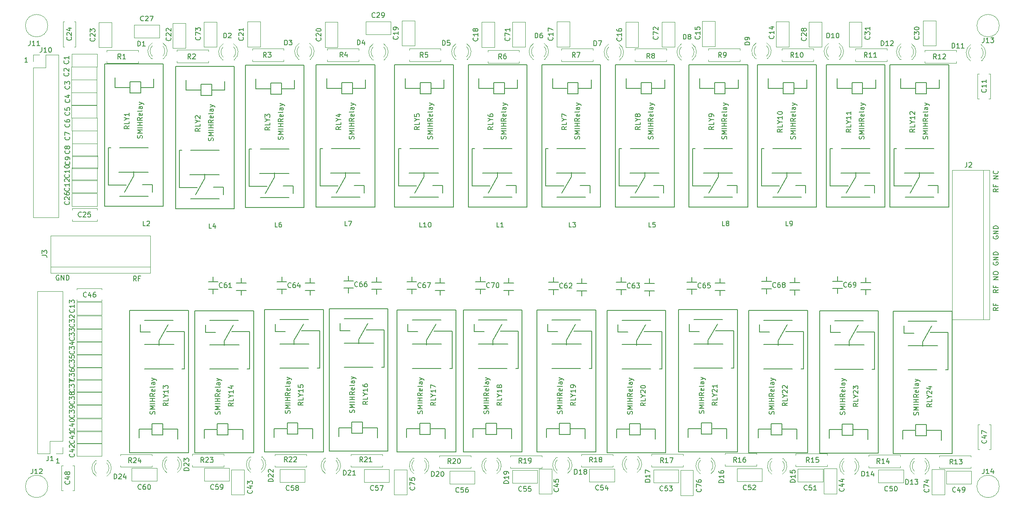
<source format=gbr>
G04 #@! TF.FileFunction,Legend,Top*
%FSLAX46Y46*%
G04 Gerber Fmt 4.6, Leading zero omitted, Abs format (unit mm)*
G04 Created by KiCad (PCBNEW 4.0.7) date 11/29/19 22:01:31*
%MOMM*%
%LPD*%
G01*
G04 APERTURE LIST*
%ADD10C,0.100000*%
%ADD11C,0.150000*%
%ADD12C,0.200000*%
%ADD13C,0.120000*%
G04 APERTURE END LIST*
D10*
D11*
X229052381Y-90543047D02*
X228576190Y-90876381D01*
X229052381Y-91114476D02*
X228052381Y-91114476D01*
X228052381Y-90733523D01*
X228100000Y-90638285D01*
X228147619Y-90590666D01*
X228242857Y-90543047D01*
X228385714Y-90543047D01*
X228480952Y-90590666D01*
X228528571Y-90638285D01*
X228576190Y-90733523D01*
X228576190Y-91114476D01*
X228528571Y-89781142D02*
X228528571Y-90114476D01*
X229052381Y-90114476D02*
X228052381Y-90114476D01*
X228052381Y-89638285D01*
X229052381Y-66293809D02*
X228576190Y-66627143D01*
X229052381Y-66865238D02*
X228052381Y-66865238D01*
X228052381Y-66484285D01*
X228100000Y-66389047D01*
X228147619Y-66341428D01*
X228242857Y-66293809D01*
X228385714Y-66293809D01*
X228480952Y-66341428D01*
X228528571Y-66389047D01*
X228576190Y-66484285D01*
X228576190Y-66865238D01*
X228528571Y-65531904D02*
X228528571Y-65865238D01*
X229052381Y-65865238D02*
X228052381Y-65865238D01*
X228052381Y-65389047D01*
X229052381Y-64246190D02*
X228052381Y-64246190D01*
X229052381Y-63674761D01*
X228052381Y-63674761D01*
X228957143Y-62627142D02*
X229004762Y-62674761D01*
X229052381Y-62817618D01*
X229052381Y-62912856D01*
X229004762Y-63055714D01*
X228909524Y-63150952D01*
X228814286Y-63198571D01*
X228623810Y-63246190D01*
X228480952Y-63246190D01*
X228290476Y-63198571D01*
X228195238Y-63150952D01*
X228100000Y-63055714D01*
X228052381Y-62912856D01*
X228052381Y-62817618D01*
X228100000Y-62674761D01*
X228147619Y-62627142D01*
X229052381Y-86891619D02*
X228576190Y-87224953D01*
X229052381Y-87463048D02*
X228052381Y-87463048D01*
X228052381Y-87082095D01*
X228100000Y-86986857D01*
X228147619Y-86939238D01*
X228242857Y-86891619D01*
X228385714Y-86891619D01*
X228480952Y-86939238D01*
X228528571Y-86986857D01*
X228576190Y-87082095D01*
X228576190Y-87463048D01*
X228528571Y-86129714D02*
X228528571Y-86463048D01*
X229052381Y-86463048D02*
X228052381Y-86463048D01*
X228052381Y-85986857D01*
X229052381Y-84844000D02*
X228052381Y-84844000D01*
X229052381Y-84272571D01*
X228052381Y-84272571D01*
X228052381Y-83605905D02*
X228052381Y-83415428D01*
X228100000Y-83320190D01*
X228195238Y-83224952D01*
X228385714Y-83177333D01*
X228719048Y-83177333D01*
X228909524Y-83224952D01*
X229004762Y-83320190D01*
X229052381Y-83415428D01*
X229052381Y-83605905D01*
X229004762Y-83701143D01*
X228909524Y-83796381D01*
X228719048Y-83844000D01*
X228385714Y-83844000D01*
X228195238Y-83796381D01*
X228100000Y-83701143D01*
X228052381Y-83605905D01*
X228100000Y-81279904D02*
X228052381Y-81375142D01*
X228052381Y-81517999D01*
X228100000Y-81660857D01*
X228195238Y-81756095D01*
X228290476Y-81803714D01*
X228480952Y-81851333D01*
X228623810Y-81851333D01*
X228814286Y-81803714D01*
X228909524Y-81756095D01*
X229004762Y-81660857D01*
X229052381Y-81517999D01*
X229052381Y-81422761D01*
X229004762Y-81279904D01*
X228957143Y-81232285D01*
X228623810Y-81232285D01*
X228623810Y-81422761D01*
X229052381Y-80803714D02*
X228052381Y-80803714D01*
X229052381Y-80232285D01*
X228052381Y-80232285D01*
X229052381Y-79756095D02*
X228052381Y-79756095D01*
X228052381Y-79518000D01*
X228100000Y-79375142D01*
X228195238Y-79279904D01*
X228290476Y-79232285D01*
X228480952Y-79184666D01*
X228623810Y-79184666D01*
X228814286Y-79232285D01*
X228909524Y-79279904D01*
X229004762Y-79375142D01*
X229052381Y-79518000D01*
X229052381Y-79756095D01*
X228100000Y-75945904D02*
X228052381Y-76041142D01*
X228052381Y-76183999D01*
X228100000Y-76326857D01*
X228195238Y-76422095D01*
X228290476Y-76469714D01*
X228480952Y-76517333D01*
X228623810Y-76517333D01*
X228814286Y-76469714D01*
X228909524Y-76422095D01*
X229004762Y-76326857D01*
X229052381Y-76183999D01*
X229052381Y-76088761D01*
X229004762Y-75945904D01*
X228957143Y-75898285D01*
X228623810Y-75898285D01*
X228623810Y-76088761D01*
X229052381Y-75469714D02*
X228052381Y-75469714D01*
X229052381Y-74898285D01*
X228052381Y-74898285D01*
X229052381Y-74422095D02*
X228052381Y-74422095D01*
X228052381Y-74184000D01*
X228100000Y-74041142D01*
X228195238Y-73945904D01*
X228290476Y-73898285D01*
X228480952Y-73850666D01*
X228623810Y-73850666D01*
X228814286Y-73898285D01*
X228909524Y-73945904D01*
X229004762Y-74041142D01*
X229052381Y-74184000D01*
X229052381Y-74422095D01*
X37538096Y-83975000D02*
X37442858Y-83927381D01*
X37300001Y-83927381D01*
X37157143Y-83975000D01*
X37061905Y-84070238D01*
X37014286Y-84165476D01*
X36966667Y-84355952D01*
X36966667Y-84498810D01*
X37014286Y-84689286D01*
X37061905Y-84784524D01*
X37157143Y-84879762D01*
X37300001Y-84927381D01*
X37395239Y-84927381D01*
X37538096Y-84879762D01*
X37585715Y-84832143D01*
X37585715Y-84498810D01*
X37395239Y-84498810D01*
X38014286Y-84927381D02*
X38014286Y-83927381D01*
X38585715Y-84927381D01*
X38585715Y-83927381D01*
X39061905Y-84927381D02*
X39061905Y-83927381D01*
X39300000Y-83927381D01*
X39442858Y-83975000D01*
X39538096Y-84070238D01*
X39585715Y-84165476D01*
X39633334Y-84355952D01*
X39633334Y-84498810D01*
X39585715Y-84689286D01*
X39538096Y-84784524D01*
X39442858Y-84879762D01*
X39300000Y-84927381D01*
X39061905Y-84927381D01*
X53330953Y-85102381D02*
X52997619Y-84626190D01*
X52759524Y-85102381D02*
X52759524Y-84102381D01*
X53140477Y-84102381D01*
X53235715Y-84150000D01*
X53283334Y-84197619D01*
X53330953Y-84292857D01*
X53330953Y-84435714D01*
X53283334Y-84530952D01*
X53235715Y-84578571D01*
X53140477Y-84626190D01*
X52759524Y-84626190D01*
X54092858Y-84578571D02*
X53759524Y-84578571D01*
X53759524Y-85102381D02*
X53759524Y-84102381D01*
X54235715Y-84102381D01*
X37615715Y-122242381D02*
X37044286Y-122242381D01*
X37330000Y-122242381D02*
X37330000Y-121242381D01*
X37234762Y-121385238D01*
X37139524Y-121480476D01*
X37044286Y-121528095D01*
X31155715Y-40462381D02*
X30584286Y-40462381D01*
X30870000Y-40462381D02*
X30870000Y-39462381D01*
X30774762Y-39605238D01*
X30679524Y-39700476D01*
X30584286Y-39748095D01*
D12*
X206000000Y-41000000D02*
X206000000Y-70000000D01*
X206000000Y-70000000D02*
X194000000Y-70000000D01*
X194000000Y-70000000D02*
X194000000Y-41000000D01*
X194000000Y-41000000D02*
X206000000Y-41000000D01*
X200000000Y-62906000D02*
X200000000Y-63795000D01*
X200000000Y-63795000D02*
X198095000Y-67097000D01*
X195301000Y-58080000D02*
X194793000Y-58080000D01*
X194793000Y-58080000D02*
X194793000Y-65446000D01*
X194793000Y-65446000D02*
X194793000Y-65700000D01*
X194793000Y-65700000D02*
X198476000Y-65700000D01*
X203810000Y-67097000D02*
X203810000Y-65573000D01*
X203810000Y-65573000D02*
X201778000Y-65573000D01*
X197079000Y-67986000D02*
X202921000Y-67986000D01*
X202921000Y-63033000D02*
X196952000Y-63033000D01*
X202921000Y-58080000D02*
X197079000Y-58080000D01*
X199111000Y-45761000D02*
X196190000Y-45761000D01*
X196190000Y-45761000D02*
X196190000Y-43729000D01*
X204064000Y-43983000D02*
X204064000Y-45761000D01*
X204064000Y-45761000D02*
X201397000Y-45761000D01*
X201397000Y-45761000D02*
X201397000Y-44618000D01*
X201397000Y-44618000D02*
X199238000Y-44618000D01*
X199238000Y-44618000D02*
X199238000Y-46904000D01*
X199238000Y-46904000D02*
X201397000Y-46904000D01*
X201397000Y-46904000D02*
X201397000Y-45888000D01*
D13*
X219710000Y-92964000D02*
X227330000Y-92964000D01*
X227330000Y-62484000D02*
X219710000Y-62484000D01*
X226060000Y-92964000D02*
X226060000Y-62484000D01*
X219710000Y-92964000D02*
X219710000Y-62484000D01*
X227330000Y-92964000D02*
X227330000Y-62484000D01*
D12*
X178200000Y-120100000D02*
X178200000Y-91100000D01*
X178200000Y-91100000D02*
X190200000Y-91100000D01*
X190200000Y-91100000D02*
X190200000Y-120100000D01*
X190200000Y-120100000D02*
X178200000Y-120100000D01*
X184200000Y-98194000D02*
X184200000Y-97305000D01*
X184200000Y-97305000D02*
X186105000Y-94003000D01*
X188899000Y-103020000D02*
X189407000Y-103020000D01*
X189407000Y-103020000D02*
X189407000Y-95654000D01*
X189407000Y-95654000D02*
X189407000Y-95400000D01*
X189407000Y-95400000D02*
X185724000Y-95400000D01*
X180390000Y-94003000D02*
X180390000Y-95527000D01*
X180390000Y-95527000D02*
X182422000Y-95527000D01*
X187121000Y-93114000D02*
X181279000Y-93114000D01*
X181279000Y-98067000D02*
X187248000Y-98067000D01*
X181279000Y-103020000D02*
X187121000Y-103020000D01*
X185089000Y-115339000D02*
X188010000Y-115339000D01*
X188010000Y-115339000D02*
X188010000Y-117371000D01*
X180136000Y-117117000D02*
X180136000Y-115339000D01*
X180136000Y-115339000D02*
X182803000Y-115339000D01*
X182803000Y-115339000D02*
X182803000Y-116482000D01*
X182803000Y-116482000D02*
X184962000Y-116482000D01*
X184962000Y-116482000D02*
X184962000Y-114196000D01*
X184962000Y-114196000D02*
X182803000Y-114196000D01*
X182803000Y-114196000D02*
X182803000Y-115212000D01*
X135000000Y-120000000D02*
X135000000Y-91000000D01*
X135000000Y-91000000D02*
X147000000Y-91000000D01*
X147000000Y-91000000D02*
X147000000Y-120000000D01*
X147000000Y-120000000D02*
X135000000Y-120000000D01*
X141000000Y-98094000D02*
X141000000Y-97205000D01*
X141000000Y-97205000D02*
X142905000Y-93903000D01*
X145699000Y-102920000D02*
X146207000Y-102920000D01*
X146207000Y-102920000D02*
X146207000Y-95554000D01*
X146207000Y-95554000D02*
X146207000Y-95300000D01*
X146207000Y-95300000D02*
X142524000Y-95300000D01*
X137190000Y-93903000D02*
X137190000Y-95427000D01*
X137190000Y-95427000D02*
X139222000Y-95427000D01*
X143921000Y-93014000D02*
X138079000Y-93014000D01*
X138079000Y-97967000D02*
X144048000Y-97967000D01*
X138079000Y-102920000D02*
X143921000Y-102920000D01*
X141889000Y-115239000D02*
X144810000Y-115239000D01*
X144810000Y-115239000D02*
X144810000Y-117271000D01*
X136936000Y-117017000D02*
X136936000Y-115239000D01*
X136936000Y-115239000D02*
X139603000Y-115239000D01*
X139603000Y-115239000D02*
X139603000Y-116382000D01*
X139603000Y-116382000D02*
X141762000Y-116382000D01*
X141762000Y-116382000D02*
X141762000Y-114096000D01*
X141762000Y-114096000D02*
X139603000Y-114096000D01*
X139603000Y-114096000D02*
X139603000Y-115112000D01*
X51950000Y-120100000D02*
X51950000Y-91100000D01*
X51950000Y-91100000D02*
X63950000Y-91100000D01*
X63950000Y-91100000D02*
X63950000Y-120100000D01*
X63950000Y-120100000D02*
X51950000Y-120100000D01*
X57950000Y-98194000D02*
X57950000Y-97305000D01*
X57950000Y-97305000D02*
X59855000Y-94003000D01*
X62649000Y-103020000D02*
X63157000Y-103020000D01*
X63157000Y-103020000D02*
X63157000Y-95654000D01*
X63157000Y-95654000D02*
X63157000Y-95400000D01*
X63157000Y-95400000D02*
X59474000Y-95400000D01*
X54140000Y-94003000D02*
X54140000Y-95527000D01*
X54140000Y-95527000D02*
X56172000Y-95527000D01*
X60871000Y-93114000D02*
X55029000Y-93114000D01*
X55029000Y-98067000D02*
X60998000Y-98067000D01*
X55029000Y-103020000D02*
X60871000Y-103020000D01*
X58839000Y-115339000D02*
X61760000Y-115339000D01*
X61760000Y-115339000D02*
X61760000Y-117371000D01*
X53886000Y-117117000D02*
X53886000Y-115339000D01*
X53886000Y-115339000D02*
X56553000Y-115339000D01*
X56553000Y-115339000D02*
X56553000Y-116482000D01*
X56553000Y-116482000D02*
X58712000Y-116482000D01*
X58712000Y-116482000D02*
X58712000Y-114196000D01*
X58712000Y-114196000D02*
X56553000Y-114196000D01*
X56553000Y-114196000D02*
X56553000Y-115212000D01*
D13*
X141278608Y-124342335D02*
G75*
G03X141435516Y-121110000I-1078608J1672335D01*
G01*
X139121392Y-124342335D02*
G75*
G02X138964484Y-121110000I1078608J1672335D01*
G01*
X141279837Y-123711130D02*
G75*
G03X141280000Y-121629039I-1079837J1041130D01*
G01*
X139120163Y-123711130D02*
G75*
G02X139120000Y-121629039I1079837J1041130D01*
G01*
X141436000Y-121110000D02*
X141280000Y-121110000D01*
X139120000Y-121110000D02*
X138964000Y-121110000D01*
X40190000Y-38790000D02*
X45310000Y-38790000D01*
X40190000Y-41410000D02*
X45310000Y-41410000D01*
X40190000Y-38790000D02*
X40190000Y-41410000D01*
X45310000Y-38790000D02*
X45310000Y-41410000D01*
X40140000Y-41390000D02*
X45260000Y-41390000D01*
X40140000Y-44010000D02*
X45260000Y-44010000D01*
X40140000Y-41390000D02*
X40140000Y-44010000D01*
X45260000Y-41390000D02*
X45260000Y-44010000D01*
X40140000Y-43990000D02*
X45260000Y-43990000D01*
X40140000Y-46610000D02*
X45260000Y-46610000D01*
X40140000Y-43990000D02*
X40140000Y-46610000D01*
X45260000Y-43990000D02*
X45260000Y-46610000D01*
X40140000Y-46640000D02*
X45260000Y-46640000D01*
X40140000Y-49260000D02*
X45260000Y-49260000D01*
X40140000Y-46640000D02*
X40140000Y-49260000D01*
X45260000Y-46640000D02*
X45260000Y-49260000D01*
X40140000Y-49190000D02*
X45260000Y-49190000D01*
X40140000Y-51810000D02*
X45260000Y-51810000D01*
X40140000Y-49190000D02*
X40140000Y-51810000D01*
X45260000Y-49190000D02*
X45260000Y-51810000D01*
X40190000Y-51790000D02*
X45310000Y-51790000D01*
X40190000Y-54410000D02*
X45310000Y-54410000D01*
X40190000Y-51790000D02*
X40190000Y-54410000D01*
X45310000Y-51790000D02*
X45310000Y-54410000D01*
X40230000Y-54480000D02*
X45350000Y-54480000D01*
X40230000Y-57100000D02*
X45350000Y-57100000D01*
X40230000Y-54480000D02*
X40230000Y-57100000D01*
X45350000Y-54480000D02*
X45350000Y-57100000D01*
X40250000Y-57030000D02*
X45370000Y-57030000D01*
X40250000Y-59650000D02*
X45370000Y-59650000D01*
X40250000Y-57030000D02*
X40250000Y-59650000D01*
X45370000Y-57030000D02*
X45370000Y-59650000D01*
X40290000Y-59520000D02*
X45410000Y-59520000D01*
X40290000Y-62140000D02*
X45410000Y-62140000D01*
X40290000Y-59520000D02*
X40290000Y-62140000D01*
X45410000Y-59520000D02*
X45410000Y-62140000D01*
X40190000Y-61940000D02*
X45310000Y-61940000D01*
X40190000Y-64560000D02*
X45310000Y-64560000D01*
X40190000Y-61940000D02*
X40190000Y-64560000D01*
X45310000Y-61940000D02*
X45310000Y-64560000D01*
X224840000Y-47960000D02*
X224840000Y-42840000D01*
X227460000Y-47960000D02*
X227460000Y-42840000D01*
X224840000Y-47960000D02*
X225154000Y-47960000D01*
X227146000Y-47960000D02*
X227460000Y-47960000D01*
X224840000Y-42840000D02*
X225154000Y-42840000D01*
X227146000Y-42840000D02*
X227460000Y-42840000D01*
X40190000Y-64440000D02*
X45310000Y-64440000D01*
X40190000Y-67060000D02*
X45310000Y-67060000D01*
X40190000Y-64440000D02*
X40190000Y-67060000D01*
X45310000Y-64440000D02*
X45310000Y-67060000D01*
X41190000Y-89440000D02*
X46310000Y-89440000D01*
X41190000Y-92060000D02*
X46310000Y-92060000D01*
X41190000Y-89440000D02*
X41190000Y-92060000D01*
X46310000Y-89440000D02*
X46310000Y-92060000D01*
X183790000Y-37310000D02*
X183790000Y-32190000D01*
X186410000Y-37310000D02*
X186410000Y-32190000D01*
X183790000Y-37310000D02*
X186410000Y-37310000D01*
X183790000Y-32190000D02*
X186410000Y-32190000D01*
X168690000Y-37210000D02*
X168690000Y-32090000D01*
X171310000Y-37210000D02*
X171310000Y-32090000D01*
X168690000Y-37210000D02*
X171310000Y-37210000D01*
X168690000Y-32090000D02*
X171310000Y-32090000D01*
X153090000Y-37410000D02*
X153090000Y-32290000D01*
X155710000Y-37410000D02*
X155710000Y-32290000D01*
X153090000Y-37410000D02*
X155710000Y-37410000D01*
X153090000Y-32290000D02*
X155710000Y-32290000D01*
X139090000Y-37310000D02*
X139090000Y-32190000D01*
X141710000Y-37310000D02*
X141710000Y-32190000D01*
X139090000Y-37310000D02*
X141710000Y-37310000D01*
X139090000Y-32190000D02*
X141710000Y-32190000D01*
X123790000Y-37410000D02*
X123790000Y-32290000D01*
X126410000Y-37410000D02*
X126410000Y-32290000D01*
X123790000Y-37410000D02*
X126410000Y-37410000D01*
X123790000Y-32290000D02*
X126410000Y-32290000D01*
X107490000Y-37110000D02*
X107490000Y-31990000D01*
X110110000Y-37110000D02*
X110110000Y-31990000D01*
X107490000Y-37110000D02*
X110110000Y-37110000D01*
X107490000Y-31990000D02*
X110110000Y-31990000D01*
X91790000Y-37410000D02*
X91790000Y-32290000D01*
X94410000Y-37410000D02*
X94410000Y-32290000D01*
X91790000Y-37410000D02*
X94410000Y-37410000D01*
X91790000Y-32290000D02*
X94410000Y-32290000D01*
X75990000Y-37310000D02*
X75990000Y-32190000D01*
X78610000Y-37310000D02*
X78610000Y-32190000D01*
X75990000Y-37310000D02*
X78610000Y-37310000D01*
X75990000Y-32190000D02*
X78610000Y-32190000D01*
X60790000Y-37610000D02*
X60790000Y-32490000D01*
X63410000Y-37610000D02*
X63410000Y-32490000D01*
X60790000Y-37610000D02*
X63410000Y-37610000D01*
X60790000Y-32490000D02*
X63410000Y-32490000D01*
X45690000Y-37460000D02*
X45690000Y-32340000D01*
X48310000Y-37460000D02*
X48310000Y-32340000D01*
X45690000Y-37460000D02*
X48310000Y-37460000D01*
X45690000Y-32340000D02*
X48310000Y-32340000D01*
X40985000Y-32190000D02*
X40985000Y-37310000D01*
X38365000Y-32190000D02*
X38365000Y-37310000D01*
X40985000Y-32190000D02*
X40671000Y-32190000D01*
X38679000Y-32190000D02*
X38365000Y-32190000D01*
X40985000Y-37310000D02*
X40671000Y-37310000D01*
X38679000Y-37310000D02*
X38365000Y-37310000D01*
X40265000Y-70265000D02*
X45385000Y-70265000D01*
X40265000Y-72885000D02*
X45385000Y-72885000D01*
X40265000Y-70265000D02*
X40265000Y-70579000D01*
X40265000Y-72571000D02*
X40265000Y-72885000D01*
X45385000Y-70265000D02*
X45385000Y-70579000D01*
X45385000Y-72571000D02*
X45385000Y-72885000D01*
X40190000Y-67190000D02*
X45310000Y-67190000D01*
X40190000Y-69810000D02*
X45310000Y-69810000D01*
X40190000Y-67190000D02*
X40190000Y-69810000D01*
X45310000Y-67190000D02*
X45310000Y-69810000D01*
X52890000Y-32840000D02*
X58010000Y-32840000D01*
X52890000Y-35460000D02*
X58010000Y-35460000D01*
X52890000Y-32840000D02*
X52890000Y-35460000D01*
X58010000Y-32840000D02*
X58010000Y-35460000D01*
X193080000Y-32218000D02*
X193080000Y-37338000D01*
X190460000Y-32218000D02*
X190460000Y-37338000D01*
X193080000Y-32218000D02*
X190460000Y-32218000D01*
X193080000Y-37338000D02*
X190460000Y-37338000D01*
X100090000Y-32140000D02*
X105210000Y-32140000D01*
X100090000Y-34760000D02*
X105210000Y-34760000D01*
X100090000Y-32140000D02*
X100090000Y-34760000D01*
X105210000Y-32140000D02*
X105210000Y-34760000D01*
X213740000Y-37110000D02*
X213740000Y-31990000D01*
X216360000Y-37110000D02*
X216360000Y-31990000D01*
X213740000Y-37110000D02*
X216360000Y-37110000D01*
X213740000Y-31990000D02*
X216360000Y-31990000D01*
X198640000Y-37360000D02*
X198640000Y-32240000D01*
X201260000Y-37360000D02*
X201260000Y-32240000D01*
X198640000Y-37360000D02*
X201260000Y-37360000D01*
X198640000Y-32240000D02*
X201260000Y-32240000D01*
X56571392Y-36507665D02*
G75*
G03X56414484Y-39740000I1078608J-1672335D01*
G01*
X58728608Y-36507665D02*
G75*
G02X58885516Y-39740000I-1078608J-1672335D01*
G01*
X56570163Y-37138870D02*
G75*
G03X56570000Y-39220961I1079837J-1041130D01*
G01*
X58729837Y-37138870D02*
G75*
G02X58730000Y-39220961I-1079837J-1041130D01*
G01*
X56414000Y-39740000D02*
X56570000Y-39740000D01*
X58730000Y-39740000D02*
X58886000Y-39740000D01*
X71021392Y-36707665D02*
G75*
G03X70864484Y-39940000I1078608J-1672335D01*
G01*
X73178608Y-36707665D02*
G75*
G02X73335516Y-39940000I-1078608J-1672335D01*
G01*
X71020163Y-37338870D02*
G75*
G03X71020000Y-39420961I1079837J-1041130D01*
G01*
X73179837Y-37338870D02*
G75*
G02X73180000Y-39420961I-1079837J-1041130D01*
G01*
X70864000Y-39940000D02*
X71020000Y-39940000D01*
X73180000Y-39940000D02*
X73336000Y-39940000D01*
X86521392Y-36607665D02*
G75*
G03X86364484Y-39840000I1078608J-1672335D01*
G01*
X88678608Y-36607665D02*
G75*
G02X88835516Y-39840000I-1078608J-1672335D01*
G01*
X86520163Y-37238870D02*
G75*
G03X86520000Y-39320961I1079837J-1041130D01*
G01*
X88679837Y-37238870D02*
G75*
G02X88680000Y-39320961I-1079837J-1041130D01*
G01*
X86364000Y-39840000D02*
X86520000Y-39840000D01*
X88680000Y-39840000D02*
X88836000Y-39840000D01*
X101621392Y-36707665D02*
G75*
G03X101464484Y-39940000I1078608J-1672335D01*
G01*
X103778608Y-36707665D02*
G75*
G02X103935516Y-39940000I-1078608J-1672335D01*
G01*
X101620163Y-37338870D02*
G75*
G03X101620000Y-39420961I1079837J-1041130D01*
G01*
X103779837Y-37338870D02*
G75*
G02X103780000Y-39420961I-1079837J-1041130D01*
G01*
X101464000Y-39940000D02*
X101620000Y-39940000D01*
X103780000Y-39940000D02*
X103936000Y-39940000D01*
X118521392Y-36657665D02*
G75*
G03X118364484Y-39890000I1078608J-1672335D01*
G01*
X120678608Y-36657665D02*
G75*
G02X120835516Y-39890000I-1078608J-1672335D01*
G01*
X118520163Y-37288870D02*
G75*
G03X118520000Y-39370961I1079837J-1041130D01*
G01*
X120679837Y-37288870D02*
G75*
G02X120680000Y-39370961I-1079837J-1041130D01*
G01*
X118364000Y-39890000D02*
X118520000Y-39890000D01*
X120680000Y-39890000D02*
X120836000Y-39890000D01*
X134321392Y-36607665D02*
G75*
G03X134164484Y-39840000I1078608J-1672335D01*
G01*
X136478608Y-36607665D02*
G75*
G02X136635516Y-39840000I-1078608J-1672335D01*
G01*
X134320163Y-37238870D02*
G75*
G03X134320000Y-39320961I1079837J-1041130D01*
G01*
X136479837Y-37238870D02*
G75*
G02X136480000Y-39320961I-1079837J-1041130D01*
G01*
X134164000Y-39840000D02*
X134320000Y-39840000D01*
X136480000Y-39840000D02*
X136636000Y-39840000D01*
X149621392Y-36757665D02*
G75*
G03X149464484Y-39990000I1078608J-1672335D01*
G01*
X151778608Y-36757665D02*
G75*
G02X151935516Y-39990000I-1078608J-1672335D01*
G01*
X149620163Y-37388870D02*
G75*
G03X149620000Y-39470961I1079837J-1041130D01*
G01*
X151779837Y-37388870D02*
G75*
G02X151780000Y-39470961I-1079837J-1041130D01*
G01*
X149464000Y-39990000D02*
X149620000Y-39990000D01*
X151780000Y-39990000D02*
X151936000Y-39990000D01*
X164471392Y-36707665D02*
G75*
G03X164314484Y-39940000I1078608J-1672335D01*
G01*
X166628608Y-36707665D02*
G75*
G02X166785516Y-39940000I-1078608J-1672335D01*
G01*
X164470163Y-37338870D02*
G75*
G03X164470000Y-39420961I1079837J-1041130D01*
G01*
X166629837Y-37338870D02*
G75*
G02X166630000Y-39420961I-1079837J-1041130D01*
G01*
X164314000Y-39940000D02*
X164470000Y-39940000D01*
X166630000Y-39940000D02*
X166786000Y-39940000D01*
X179721392Y-36507665D02*
G75*
G03X179564484Y-39740000I1078608J-1672335D01*
G01*
X181878608Y-36507665D02*
G75*
G02X182035516Y-39740000I-1078608J-1672335D01*
G01*
X179720163Y-37138870D02*
G75*
G03X179720000Y-39220961I1079837J-1041130D01*
G01*
X181879837Y-37138870D02*
G75*
G02X181880000Y-39220961I-1079837J-1041130D01*
G01*
X179564000Y-39740000D02*
X179720000Y-39740000D01*
X181880000Y-39740000D02*
X182036000Y-39740000D01*
X194471392Y-36607665D02*
G75*
G03X194314484Y-39840000I1078608J-1672335D01*
G01*
X196628608Y-36607665D02*
G75*
G02X196785516Y-39840000I-1078608J-1672335D01*
G01*
X194470163Y-37238870D02*
G75*
G03X194470000Y-39320961I1079837J-1041130D01*
G01*
X196629837Y-37238870D02*
G75*
G02X196630000Y-39320961I-1079837J-1041130D01*
G01*
X194314000Y-39840000D02*
X194470000Y-39840000D01*
X196630000Y-39840000D02*
X196786000Y-39840000D01*
X223441392Y-36867665D02*
G75*
G03X223284484Y-40100000I1078608J-1672335D01*
G01*
X225598608Y-36867665D02*
G75*
G02X225755516Y-40100000I-1078608J-1672335D01*
G01*
X223440163Y-37498870D02*
G75*
G03X223440000Y-39580961I1079837J-1041130D01*
G01*
X225599837Y-37498870D02*
G75*
G02X225600000Y-39580961I-1079837J-1041130D01*
G01*
X223284000Y-40100000D02*
X223440000Y-40100000D01*
X225600000Y-40100000D02*
X225756000Y-40100000D01*
X209231392Y-36677665D02*
G75*
G03X209074484Y-39910000I1078608J-1672335D01*
G01*
X211388608Y-36677665D02*
G75*
G02X211545516Y-39910000I-1078608J-1672335D01*
G01*
X209230163Y-37308870D02*
G75*
G03X209230000Y-39390961I1079837J-1041130D01*
G01*
X211389837Y-37308870D02*
G75*
G02X211390000Y-39390961I-1079837J-1041130D01*
G01*
X209074000Y-39910000D02*
X209230000Y-39910000D01*
X211390000Y-39910000D02*
X211546000Y-39910000D01*
X35286000Y-33000000D02*
G75*
G03X35286000Y-33000000I-2286000J0D01*
G01*
X35286000Y-127000000D02*
G75*
G03X35286000Y-127000000I-2286000J0D01*
G01*
X229286000Y-33000000D02*
G75*
G03X229286000Y-33000000I-2286000J0D01*
G01*
X229286000Y-127000000D02*
G75*
G03X229286000Y-127000000I-2286000J0D01*
G01*
X53750000Y-40280000D02*
X53750000Y-40610000D01*
X53750000Y-40610000D02*
X47330000Y-40610000D01*
X47330000Y-40610000D02*
X47330000Y-40280000D01*
X53750000Y-38320000D02*
X53750000Y-37990000D01*
X53750000Y-37990000D02*
X47330000Y-37990000D01*
X47330000Y-37990000D02*
X47330000Y-38320000D01*
X68000000Y-40230000D02*
X68000000Y-40560000D01*
X68000000Y-40560000D02*
X61580000Y-40560000D01*
X61580000Y-40560000D02*
X61580000Y-40230000D01*
X68000000Y-38270000D02*
X68000000Y-37940000D01*
X68000000Y-37940000D02*
X61580000Y-37940000D01*
X61580000Y-37940000D02*
X61580000Y-38270000D01*
X83400000Y-39980000D02*
X83400000Y-40310000D01*
X83400000Y-40310000D02*
X76980000Y-40310000D01*
X76980000Y-40310000D02*
X76980000Y-39980000D01*
X83400000Y-38020000D02*
X83400000Y-37690000D01*
X83400000Y-37690000D02*
X76980000Y-37690000D01*
X76980000Y-37690000D02*
X76980000Y-38020000D01*
X98650000Y-39980000D02*
X98650000Y-40310000D01*
X98650000Y-40310000D02*
X92230000Y-40310000D01*
X92230000Y-40310000D02*
X92230000Y-39980000D01*
X98650000Y-38020000D02*
X98650000Y-37690000D01*
X98650000Y-37690000D02*
X92230000Y-37690000D01*
X92230000Y-37690000D02*
X92230000Y-38020000D01*
X115400000Y-39980000D02*
X115400000Y-40310000D01*
X115400000Y-40310000D02*
X108980000Y-40310000D01*
X108980000Y-40310000D02*
X108980000Y-39980000D01*
X115400000Y-38020000D02*
X115400000Y-37690000D01*
X115400000Y-37690000D02*
X108980000Y-37690000D01*
X108980000Y-37690000D02*
X108980000Y-38020000D01*
X131400000Y-40280000D02*
X131400000Y-40610000D01*
X131400000Y-40610000D02*
X124980000Y-40610000D01*
X124980000Y-40610000D02*
X124980000Y-40280000D01*
X131400000Y-38320000D02*
X131400000Y-37990000D01*
X131400000Y-37990000D02*
X124980000Y-37990000D01*
X124980000Y-37990000D02*
X124980000Y-38320000D01*
X146400000Y-39980000D02*
X146400000Y-40310000D01*
X146400000Y-40310000D02*
X139980000Y-40310000D01*
X139980000Y-40310000D02*
X139980000Y-39980000D01*
X146400000Y-38020000D02*
X146400000Y-37690000D01*
X146400000Y-37690000D02*
X139980000Y-37690000D01*
X139980000Y-37690000D02*
X139980000Y-38020000D01*
X161400000Y-39980000D02*
X161400000Y-40310000D01*
X161400000Y-40310000D02*
X154980000Y-40310000D01*
X154980000Y-40310000D02*
X154980000Y-39980000D01*
X161400000Y-38020000D02*
X161400000Y-37690000D01*
X161400000Y-37690000D02*
X154980000Y-37690000D01*
X154980000Y-37690000D02*
X154980000Y-38020000D01*
X176400000Y-39980000D02*
X176400000Y-40310000D01*
X176400000Y-40310000D02*
X169980000Y-40310000D01*
X169980000Y-40310000D02*
X169980000Y-39980000D01*
X176400000Y-38020000D02*
X176400000Y-37690000D01*
X176400000Y-37690000D02*
X169980000Y-37690000D01*
X169980000Y-37690000D02*
X169980000Y-38020000D01*
X191400000Y-39980000D02*
X191400000Y-40310000D01*
X191400000Y-40310000D02*
X184980000Y-40310000D01*
X184980000Y-40310000D02*
X184980000Y-39980000D01*
X191400000Y-38020000D02*
X191400000Y-37690000D01*
X191400000Y-37690000D02*
X184980000Y-37690000D01*
X184980000Y-37690000D02*
X184980000Y-38020000D01*
X206400000Y-39980000D02*
X206400000Y-40310000D01*
X206400000Y-40310000D02*
X199980000Y-40310000D01*
X199980000Y-40310000D02*
X199980000Y-39980000D01*
X206400000Y-38020000D02*
X206400000Y-37690000D01*
X206400000Y-37690000D02*
X199980000Y-37690000D01*
X199980000Y-37690000D02*
X199980000Y-38020000D01*
X220490000Y-40300000D02*
X220490000Y-40630000D01*
X220490000Y-40630000D02*
X214070000Y-40630000D01*
X214070000Y-40630000D02*
X214070000Y-40300000D01*
X220490000Y-38340000D02*
X220490000Y-38010000D01*
X220490000Y-38010000D02*
X214070000Y-38010000D01*
X214070000Y-38010000D02*
X214070000Y-38340000D01*
D12*
X58832000Y-40832000D02*
X58832000Y-69832000D01*
X58832000Y-69832000D02*
X46832000Y-69832000D01*
X46832000Y-69832000D02*
X46832000Y-40832000D01*
X46832000Y-40832000D02*
X58832000Y-40832000D01*
X52832000Y-62738000D02*
X52832000Y-63627000D01*
X52832000Y-63627000D02*
X50927000Y-66929000D01*
X48133000Y-57912000D02*
X47625000Y-57912000D01*
X47625000Y-57912000D02*
X47625000Y-65278000D01*
X47625000Y-65278000D02*
X47625000Y-65532000D01*
X47625000Y-65532000D02*
X51308000Y-65532000D01*
X56642000Y-66929000D02*
X56642000Y-65405000D01*
X56642000Y-65405000D02*
X54610000Y-65405000D01*
X49911000Y-67818000D02*
X55753000Y-67818000D01*
X55753000Y-62865000D02*
X49784000Y-62865000D01*
X55753000Y-57912000D02*
X49911000Y-57912000D01*
X51943000Y-45593000D02*
X49022000Y-45593000D01*
X49022000Y-45593000D02*
X49022000Y-43561000D01*
X56896000Y-43815000D02*
X56896000Y-45593000D01*
X56896000Y-45593000D02*
X54229000Y-45593000D01*
X54229000Y-45593000D02*
X54229000Y-44450000D01*
X54229000Y-44450000D02*
X52070000Y-44450000D01*
X52070000Y-44450000D02*
X52070000Y-46736000D01*
X52070000Y-46736000D02*
X54229000Y-46736000D01*
X54229000Y-46736000D02*
X54229000Y-45720000D01*
X73310000Y-41340000D02*
X73310000Y-70340000D01*
X73310000Y-70340000D02*
X61310000Y-70340000D01*
X61310000Y-70340000D02*
X61310000Y-41340000D01*
X61310000Y-41340000D02*
X73310000Y-41340000D01*
X67310000Y-63246000D02*
X67310000Y-64135000D01*
X67310000Y-64135000D02*
X65405000Y-67437000D01*
X62611000Y-58420000D02*
X62103000Y-58420000D01*
X62103000Y-58420000D02*
X62103000Y-65786000D01*
X62103000Y-65786000D02*
X62103000Y-66040000D01*
X62103000Y-66040000D02*
X65786000Y-66040000D01*
X71120000Y-67437000D02*
X71120000Y-65913000D01*
X71120000Y-65913000D02*
X69088000Y-65913000D01*
X64389000Y-68326000D02*
X70231000Y-68326000D01*
X70231000Y-63373000D02*
X64262000Y-63373000D01*
X70231000Y-58420000D02*
X64389000Y-58420000D01*
X66421000Y-46101000D02*
X63500000Y-46101000D01*
X63500000Y-46101000D02*
X63500000Y-44069000D01*
X71374000Y-44323000D02*
X71374000Y-46101000D01*
X71374000Y-46101000D02*
X68707000Y-46101000D01*
X68707000Y-46101000D02*
X68707000Y-44958000D01*
X68707000Y-44958000D02*
X66548000Y-44958000D01*
X66548000Y-44958000D02*
X66548000Y-47244000D01*
X66548000Y-47244000D02*
X68707000Y-47244000D01*
X68707000Y-47244000D02*
X68707000Y-46228000D01*
X87534000Y-41086000D02*
X87534000Y-70086000D01*
X87534000Y-70086000D02*
X75534000Y-70086000D01*
X75534000Y-70086000D02*
X75534000Y-41086000D01*
X75534000Y-41086000D02*
X87534000Y-41086000D01*
X81534000Y-62992000D02*
X81534000Y-63881000D01*
X81534000Y-63881000D02*
X79629000Y-67183000D01*
X76835000Y-58166000D02*
X76327000Y-58166000D01*
X76327000Y-58166000D02*
X76327000Y-65532000D01*
X76327000Y-65532000D02*
X76327000Y-65786000D01*
X76327000Y-65786000D02*
X80010000Y-65786000D01*
X85344000Y-67183000D02*
X85344000Y-65659000D01*
X85344000Y-65659000D02*
X83312000Y-65659000D01*
X78613000Y-68072000D02*
X84455000Y-68072000D01*
X84455000Y-63119000D02*
X78486000Y-63119000D01*
X84455000Y-58166000D02*
X78613000Y-58166000D01*
X80645000Y-45847000D02*
X77724000Y-45847000D01*
X77724000Y-45847000D02*
X77724000Y-43815000D01*
X85598000Y-44069000D02*
X85598000Y-45847000D01*
X85598000Y-45847000D02*
X82931000Y-45847000D01*
X82931000Y-45847000D02*
X82931000Y-44704000D01*
X82931000Y-44704000D02*
X80772000Y-44704000D01*
X80772000Y-44704000D02*
X80772000Y-46990000D01*
X80772000Y-46990000D02*
X82931000Y-46990000D01*
X82931000Y-46990000D02*
X82931000Y-45974000D01*
X102000000Y-41000000D02*
X102000000Y-70000000D01*
X102000000Y-70000000D02*
X90000000Y-70000000D01*
X90000000Y-70000000D02*
X90000000Y-41000000D01*
X90000000Y-41000000D02*
X102000000Y-41000000D01*
X96000000Y-62906000D02*
X96000000Y-63795000D01*
X96000000Y-63795000D02*
X94095000Y-67097000D01*
X91301000Y-58080000D02*
X90793000Y-58080000D01*
X90793000Y-58080000D02*
X90793000Y-65446000D01*
X90793000Y-65446000D02*
X90793000Y-65700000D01*
X90793000Y-65700000D02*
X94476000Y-65700000D01*
X99810000Y-67097000D02*
X99810000Y-65573000D01*
X99810000Y-65573000D02*
X97778000Y-65573000D01*
X93079000Y-67986000D02*
X98921000Y-67986000D01*
X98921000Y-63033000D02*
X92952000Y-63033000D01*
X98921000Y-58080000D02*
X93079000Y-58080000D01*
X95111000Y-45761000D02*
X92190000Y-45761000D01*
X92190000Y-45761000D02*
X92190000Y-43729000D01*
X100064000Y-43983000D02*
X100064000Y-45761000D01*
X100064000Y-45761000D02*
X97397000Y-45761000D01*
X97397000Y-45761000D02*
X97397000Y-44618000D01*
X97397000Y-44618000D02*
X95238000Y-44618000D01*
X95238000Y-44618000D02*
X95238000Y-46904000D01*
X95238000Y-46904000D02*
X97397000Y-46904000D01*
X97397000Y-46904000D02*
X97397000Y-45888000D01*
X118000000Y-41000000D02*
X118000000Y-70000000D01*
X118000000Y-70000000D02*
X106000000Y-70000000D01*
X106000000Y-70000000D02*
X106000000Y-41000000D01*
X106000000Y-41000000D02*
X118000000Y-41000000D01*
X112000000Y-62906000D02*
X112000000Y-63795000D01*
X112000000Y-63795000D02*
X110095000Y-67097000D01*
X107301000Y-58080000D02*
X106793000Y-58080000D01*
X106793000Y-58080000D02*
X106793000Y-65446000D01*
X106793000Y-65446000D02*
X106793000Y-65700000D01*
X106793000Y-65700000D02*
X110476000Y-65700000D01*
X115810000Y-67097000D02*
X115810000Y-65573000D01*
X115810000Y-65573000D02*
X113778000Y-65573000D01*
X109079000Y-67986000D02*
X114921000Y-67986000D01*
X114921000Y-63033000D02*
X108952000Y-63033000D01*
X114921000Y-58080000D02*
X109079000Y-58080000D01*
X111111000Y-45761000D02*
X108190000Y-45761000D01*
X108190000Y-45761000D02*
X108190000Y-43729000D01*
X116064000Y-43983000D02*
X116064000Y-45761000D01*
X116064000Y-45761000D02*
X113397000Y-45761000D01*
X113397000Y-45761000D02*
X113397000Y-44618000D01*
X113397000Y-44618000D02*
X111238000Y-44618000D01*
X111238000Y-44618000D02*
X111238000Y-46904000D01*
X111238000Y-46904000D02*
X113397000Y-46904000D01*
X113397000Y-46904000D02*
X113397000Y-45888000D01*
X133000000Y-41000000D02*
X133000000Y-70000000D01*
X133000000Y-70000000D02*
X121000000Y-70000000D01*
X121000000Y-70000000D02*
X121000000Y-41000000D01*
X121000000Y-41000000D02*
X133000000Y-41000000D01*
X127000000Y-62906000D02*
X127000000Y-63795000D01*
X127000000Y-63795000D02*
X125095000Y-67097000D01*
X122301000Y-58080000D02*
X121793000Y-58080000D01*
X121793000Y-58080000D02*
X121793000Y-65446000D01*
X121793000Y-65446000D02*
X121793000Y-65700000D01*
X121793000Y-65700000D02*
X125476000Y-65700000D01*
X130810000Y-67097000D02*
X130810000Y-65573000D01*
X130810000Y-65573000D02*
X128778000Y-65573000D01*
X124079000Y-67986000D02*
X129921000Y-67986000D01*
X129921000Y-63033000D02*
X123952000Y-63033000D01*
X129921000Y-58080000D02*
X124079000Y-58080000D01*
X126111000Y-45761000D02*
X123190000Y-45761000D01*
X123190000Y-45761000D02*
X123190000Y-43729000D01*
X131064000Y-43983000D02*
X131064000Y-45761000D01*
X131064000Y-45761000D02*
X128397000Y-45761000D01*
X128397000Y-45761000D02*
X128397000Y-44618000D01*
X128397000Y-44618000D02*
X126238000Y-44618000D01*
X126238000Y-44618000D02*
X126238000Y-46904000D01*
X126238000Y-46904000D02*
X128397000Y-46904000D01*
X128397000Y-46904000D02*
X128397000Y-45888000D01*
X148000000Y-41000000D02*
X148000000Y-70000000D01*
X148000000Y-70000000D02*
X136000000Y-70000000D01*
X136000000Y-70000000D02*
X136000000Y-41000000D01*
X136000000Y-41000000D02*
X148000000Y-41000000D01*
X142000000Y-62906000D02*
X142000000Y-63795000D01*
X142000000Y-63795000D02*
X140095000Y-67097000D01*
X137301000Y-58080000D02*
X136793000Y-58080000D01*
X136793000Y-58080000D02*
X136793000Y-65446000D01*
X136793000Y-65446000D02*
X136793000Y-65700000D01*
X136793000Y-65700000D02*
X140476000Y-65700000D01*
X145810000Y-67097000D02*
X145810000Y-65573000D01*
X145810000Y-65573000D02*
X143778000Y-65573000D01*
X139079000Y-67986000D02*
X144921000Y-67986000D01*
X144921000Y-63033000D02*
X138952000Y-63033000D01*
X144921000Y-58080000D02*
X139079000Y-58080000D01*
X141111000Y-45761000D02*
X138190000Y-45761000D01*
X138190000Y-45761000D02*
X138190000Y-43729000D01*
X146064000Y-43983000D02*
X146064000Y-45761000D01*
X146064000Y-45761000D02*
X143397000Y-45761000D01*
X143397000Y-45761000D02*
X143397000Y-44618000D01*
X143397000Y-44618000D02*
X141238000Y-44618000D01*
X141238000Y-44618000D02*
X141238000Y-46904000D01*
X141238000Y-46904000D02*
X143397000Y-46904000D01*
X143397000Y-46904000D02*
X143397000Y-45888000D01*
X163000000Y-41000000D02*
X163000000Y-70000000D01*
X163000000Y-70000000D02*
X151000000Y-70000000D01*
X151000000Y-70000000D02*
X151000000Y-41000000D01*
X151000000Y-41000000D02*
X163000000Y-41000000D01*
X157000000Y-62906000D02*
X157000000Y-63795000D01*
X157000000Y-63795000D02*
X155095000Y-67097000D01*
X152301000Y-58080000D02*
X151793000Y-58080000D01*
X151793000Y-58080000D02*
X151793000Y-65446000D01*
X151793000Y-65446000D02*
X151793000Y-65700000D01*
X151793000Y-65700000D02*
X155476000Y-65700000D01*
X160810000Y-67097000D02*
X160810000Y-65573000D01*
X160810000Y-65573000D02*
X158778000Y-65573000D01*
X154079000Y-67986000D02*
X159921000Y-67986000D01*
X159921000Y-63033000D02*
X153952000Y-63033000D01*
X159921000Y-58080000D02*
X154079000Y-58080000D01*
X156111000Y-45761000D02*
X153190000Y-45761000D01*
X153190000Y-45761000D02*
X153190000Y-43729000D01*
X161064000Y-43983000D02*
X161064000Y-45761000D01*
X161064000Y-45761000D02*
X158397000Y-45761000D01*
X158397000Y-45761000D02*
X158397000Y-44618000D01*
X158397000Y-44618000D02*
X156238000Y-44618000D01*
X156238000Y-44618000D02*
X156238000Y-46904000D01*
X156238000Y-46904000D02*
X158397000Y-46904000D01*
X158397000Y-46904000D02*
X158397000Y-45888000D01*
X178000000Y-41000000D02*
X178000000Y-70000000D01*
X178000000Y-70000000D02*
X166000000Y-70000000D01*
X166000000Y-70000000D02*
X166000000Y-41000000D01*
X166000000Y-41000000D02*
X178000000Y-41000000D01*
X172000000Y-62906000D02*
X172000000Y-63795000D01*
X172000000Y-63795000D02*
X170095000Y-67097000D01*
X167301000Y-58080000D02*
X166793000Y-58080000D01*
X166793000Y-58080000D02*
X166793000Y-65446000D01*
X166793000Y-65446000D02*
X166793000Y-65700000D01*
X166793000Y-65700000D02*
X170476000Y-65700000D01*
X175810000Y-67097000D02*
X175810000Y-65573000D01*
X175810000Y-65573000D02*
X173778000Y-65573000D01*
X169079000Y-67986000D02*
X174921000Y-67986000D01*
X174921000Y-63033000D02*
X168952000Y-63033000D01*
X174921000Y-58080000D02*
X169079000Y-58080000D01*
X171111000Y-45761000D02*
X168190000Y-45761000D01*
X168190000Y-45761000D02*
X168190000Y-43729000D01*
X176064000Y-43983000D02*
X176064000Y-45761000D01*
X176064000Y-45761000D02*
X173397000Y-45761000D01*
X173397000Y-45761000D02*
X173397000Y-44618000D01*
X173397000Y-44618000D02*
X171238000Y-44618000D01*
X171238000Y-44618000D02*
X171238000Y-46904000D01*
X171238000Y-46904000D02*
X173397000Y-46904000D01*
X173397000Y-46904000D02*
X173397000Y-45888000D01*
X192000000Y-41000000D02*
X192000000Y-70000000D01*
X192000000Y-70000000D02*
X180000000Y-70000000D01*
X180000000Y-70000000D02*
X180000000Y-41000000D01*
X180000000Y-41000000D02*
X192000000Y-41000000D01*
X186000000Y-62906000D02*
X186000000Y-63795000D01*
X186000000Y-63795000D02*
X184095000Y-67097000D01*
X181301000Y-58080000D02*
X180793000Y-58080000D01*
X180793000Y-58080000D02*
X180793000Y-65446000D01*
X180793000Y-65446000D02*
X180793000Y-65700000D01*
X180793000Y-65700000D02*
X184476000Y-65700000D01*
X189810000Y-67097000D02*
X189810000Y-65573000D01*
X189810000Y-65573000D02*
X187778000Y-65573000D01*
X183079000Y-67986000D02*
X188921000Y-67986000D01*
X188921000Y-63033000D02*
X182952000Y-63033000D01*
X188921000Y-58080000D02*
X183079000Y-58080000D01*
X185111000Y-45761000D02*
X182190000Y-45761000D01*
X182190000Y-45761000D02*
X182190000Y-43729000D01*
X190064000Y-43983000D02*
X190064000Y-45761000D01*
X190064000Y-45761000D02*
X187397000Y-45761000D01*
X187397000Y-45761000D02*
X187397000Y-44618000D01*
X187397000Y-44618000D02*
X185238000Y-44618000D01*
X185238000Y-44618000D02*
X185238000Y-46904000D01*
X185238000Y-46904000D02*
X187397000Y-46904000D01*
X187397000Y-46904000D02*
X187397000Y-45888000D01*
X219000000Y-41000000D02*
X219000000Y-70000000D01*
X219000000Y-70000000D02*
X207000000Y-70000000D01*
X207000000Y-70000000D02*
X207000000Y-41000000D01*
X207000000Y-41000000D02*
X219000000Y-41000000D01*
X213000000Y-62906000D02*
X213000000Y-63795000D01*
X213000000Y-63795000D02*
X211095000Y-67097000D01*
X208301000Y-58080000D02*
X207793000Y-58080000D01*
X207793000Y-58080000D02*
X207793000Y-65446000D01*
X207793000Y-65446000D02*
X207793000Y-65700000D01*
X207793000Y-65700000D02*
X211476000Y-65700000D01*
X216810000Y-67097000D02*
X216810000Y-65573000D01*
X216810000Y-65573000D02*
X214778000Y-65573000D01*
X210079000Y-67986000D02*
X215921000Y-67986000D01*
X215921000Y-63033000D02*
X209952000Y-63033000D01*
X215921000Y-58080000D02*
X210079000Y-58080000D01*
X212111000Y-45761000D02*
X209190000Y-45761000D01*
X209190000Y-45761000D02*
X209190000Y-43729000D01*
X217064000Y-43983000D02*
X217064000Y-45761000D01*
X217064000Y-45761000D02*
X214397000Y-45761000D01*
X214397000Y-45761000D02*
X214397000Y-44618000D01*
X214397000Y-44618000D02*
X212238000Y-44618000D01*
X212238000Y-44618000D02*
X212238000Y-46904000D01*
X212238000Y-46904000D02*
X214397000Y-46904000D01*
X214397000Y-46904000D02*
X214397000Y-45888000D01*
D13*
X41190000Y-92190000D02*
X46310000Y-92190000D01*
X41190000Y-94810000D02*
X46310000Y-94810000D01*
X41190000Y-92190000D02*
X41190000Y-94810000D01*
X46310000Y-92190000D02*
X46310000Y-94810000D01*
X41190000Y-94940000D02*
X46310000Y-94940000D01*
X41190000Y-97560000D02*
X46310000Y-97560000D01*
X41190000Y-94940000D02*
X41190000Y-97560000D01*
X46310000Y-94940000D02*
X46310000Y-97560000D01*
X41190000Y-97440000D02*
X46310000Y-97440000D01*
X41190000Y-100060000D02*
X46310000Y-100060000D01*
X41190000Y-97440000D02*
X41190000Y-100060000D01*
X46310000Y-97440000D02*
X46310000Y-100060000D01*
X41190000Y-100190000D02*
X46310000Y-100190000D01*
X41190000Y-102810000D02*
X46310000Y-102810000D01*
X41190000Y-100190000D02*
X41190000Y-102810000D01*
X46310000Y-100190000D02*
X46310000Y-102810000D01*
X41190000Y-102690000D02*
X46310000Y-102690000D01*
X41190000Y-105310000D02*
X46310000Y-105310000D01*
X41190000Y-102690000D02*
X41190000Y-105310000D01*
X46310000Y-102690000D02*
X46310000Y-105310000D01*
X41190000Y-105190000D02*
X46310000Y-105190000D01*
X41190000Y-107810000D02*
X46310000Y-107810000D01*
X41190000Y-105190000D02*
X41190000Y-107810000D01*
X46310000Y-105190000D02*
X46310000Y-107810000D01*
X41190000Y-107690000D02*
X46310000Y-107690000D01*
X41190000Y-110310000D02*
X46310000Y-110310000D01*
X41190000Y-107690000D02*
X41190000Y-110310000D01*
X46310000Y-107690000D02*
X46310000Y-110310000D01*
X41190000Y-110440000D02*
X46310000Y-110440000D01*
X41190000Y-113060000D02*
X46310000Y-113060000D01*
X41190000Y-110440000D02*
X41190000Y-113060000D01*
X46310000Y-110440000D02*
X46310000Y-113060000D01*
X41190000Y-113190000D02*
X46310000Y-113190000D01*
X41190000Y-115810000D02*
X46310000Y-115810000D01*
X41190000Y-113190000D02*
X41190000Y-115810000D01*
X46310000Y-113190000D02*
X46310000Y-115810000D01*
X41190000Y-115690000D02*
X46310000Y-115690000D01*
X41190000Y-118310000D02*
X46310000Y-118310000D01*
X41190000Y-115690000D02*
X41190000Y-118310000D01*
X46310000Y-115690000D02*
X46310000Y-118310000D01*
X41190000Y-118190000D02*
X46310000Y-118190000D01*
X41190000Y-120810000D02*
X46310000Y-120810000D01*
X41190000Y-118190000D02*
X41190000Y-120810000D01*
X46310000Y-118190000D02*
X46310000Y-120810000D01*
X72680000Y-128720000D02*
X72680000Y-123600000D01*
X75300000Y-128720000D02*
X75300000Y-123600000D01*
X72680000Y-128720000D02*
X75300000Y-128720000D01*
X72680000Y-123600000D02*
X75300000Y-123600000D01*
X193490000Y-128510000D02*
X193490000Y-123390000D01*
X196110000Y-128510000D02*
X196110000Y-123390000D01*
X193490000Y-128510000D02*
X196110000Y-128510000D01*
X193490000Y-123390000D02*
X196110000Y-123390000D01*
X135440000Y-128560000D02*
X135440000Y-123440000D01*
X138060000Y-128560000D02*
X138060000Y-123440000D01*
X135440000Y-128560000D02*
X138060000Y-128560000D01*
X135440000Y-123440000D02*
X138060000Y-123440000D01*
X46310000Y-89210000D02*
X41190000Y-89210000D01*
X46310000Y-86590000D02*
X41190000Y-86590000D01*
X46310000Y-89210000D02*
X46310000Y-88896000D01*
X46310000Y-86904000D02*
X46310000Y-86590000D01*
X41190000Y-89210000D02*
X41190000Y-88896000D01*
X41190000Y-86904000D02*
X41190000Y-86590000D01*
X227560000Y-114340000D02*
X227560000Y-119460000D01*
X224940000Y-114340000D02*
X224940000Y-119460000D01*
X227560000Y-114340000D02*
X227246000Y-114340000D01*
X225254000Y-114340000D02*
X224940000Y-114340000D01*
X227560000Y-119460000D02*
X227246000Y-119460000D01*
X225254000Y-119460000D02*
X224940000Y-119460000D01*
X38090000Y-127860000D02*
X38090000Y-122740000D01*
X40710000Y-127860000D02*
X40710000Y-122740000D01*
X38090000Y-127860000D02*
X38404000Y-127860000D01*
X40396000Y-127860000D02*
X40710000Y-127860000D01*
X38090000Y-122740000D02*
X38404000Y-122740000D01*
X40396000Y-122740000D02*
X40710000Y-122740000D01*
X223590000Y-126480000D02*
X218470000Y-126480000D01*
X223590000Y-123860000D02*
X218470000Y-123860000D01*
X223590000Y-126480000D02*
X223590000Y-123860000D01*
X218470000Y-126480000D02*
X218470000Y-123860000D01*
X209760000Y-126260000D02*
X204640000Y-126260000D01*
X209760000Y-123640000D02*
X204640000Y-123640000D01*
X209760000Y-126260000D02*
X209760000Y-123640000D01*
X204640000Y-126260000D02*
X204640000Y-123640000D01*
X193310000Y-126060000D02*
X188190000Y-126060000D01*
X193310000Y-123440000D02*
X188190000Y-123440000D01*
X193310000Y-126060000D02*
X193310000Y-123440000D01*
X188190000Y-126060000D02*
X188190000Y-123440000D01*
X180910000Y-126010000D02*
X175790000Y-126010000D01*
X180910000Y-123390000D02*
X175790000Y-123390000D01*
X180910000Y-126010000D02*
X180910000Y-123390000D01*
X175790000Y-126010000D02*
X175790000Y-123390000D01*
X163910000Y-126210000D02*
X158790000Y-126210000D01*
X163910000Y-123590000D02*
X158790000Y-123590000D01*
X163910000Y-126210000D02*
X163910000Y-123590000D01*
X158790000Y-126210000D02*
X158790000Y-123590000D01*
X150810000Y-126060000D02*
X145690000Y-126060000D01*
X150810000Y-123440000D02*
X145690000Y-123440000D01*
X150810000Y-126060000D02*
X150810000Y-123440000D01*
X145690000Y-126060000D02*
X145690000Y-123440000D01*
X135110000Y-126310000D02*
X129990000Y-126310000D01*
X135110000Y-123690000D02*
X129990000Y-123690000D01*
X135110000Y-126310000D02*
X135110000Y-123690000D01*
X129990000Y-126310000D02*
X129990000Y-123690000D01*
X122310000Y-126510000D02*
X117190000Y-126510000D01*
X122310000Y-123890000D02*
X117190000Y-123890000D01*
X122310000Y-126510000D02*
X122310000Y-123890000D01*
X117190000Y-126510000D02*
X117190000Y-123890000D01*
X104910000Y-126110000D02*
X99790000Y-126110000D01*
X104910000Y-123490000D02*
X99790000Y-123490000D01*
X104910000Y-126110000D02*
X104910000Y-123490000D01*
X99790000Y-126110000D02*
X99790000Y-123490000D01*
X87710000Y-126110000D02*
X82590000Y-126110000D01*
X87710000Y-123490000D02*
X82590000Y-123490000D01*
X87710000Y-126110000D02*
X87710000Y-123490000D01*
X82590000Y-126110000D02*
X82590000Y-123490000D01*
X72310000Y-125910000D02*
X67190000Y-125910000D01*
X72310000Y-123290000D02*
X67190000Y-123290000D01*
X72310000Y-125910000D02*
X72310000Y-123290000D01*
X67190000Y-125910000D02*
X67190000Y-123290000D01*
X57510000Y-125910000D02*
X52390000Y-125910000D01*
X57510000Y-123290000D02*
X52390000Y-123290000D01*
X57510000Y-125910000D02*
X57510000Y-123290000D01*
X52390000Y-125910000D02*
X52390000Y-123290000D01*
X214128608Y-124542335D02*
G75*
G03X214285516Y-121310000I-1078608J1672335D01*
G01*
X211971392Y-124542335D02*
G75*
G02X211814484Y-121310000I1078608J1672335D01*
G01*
X214129837Y-123911130D02*
G75*
G03X214130000Y-121829039I-1079837J1041130D01*
G01*
X211970163Y-123911130D02*
G75*
G02X211970000Y-121829039I1079837J1041130D01*
G01*
X214286000Y-121310000D02*
X214130000Y-121310000D01*
X211970000Y-121310000D02*
X211814000Y-121310000D01*
X199778608Y-124592335D02*
G75*
G03X199935516Y-121360000I-1078608J1672335D01*
G01*
X197621392Y-124592335D02*
G75*
G02X197464484Y-121360000I1078608J1672335D01*
G01*
X199779837Y-123961130D02*
G75*
G03X199780000Y-121879039I-1079837J1041130D01*
G01*
X197620163Y-123961130D02*
G75*
G02X197620000Y-121879039I1079837J1041130D01*
G01*
X199936000Y-121360000D02*
X199780000Y-121360000D01*
X197620000Y-121360000D02*
X197464000Y-121360000D01*
X185078608Y-124542335D02*
G75*
G03X185235516Y-121310000I-1078608J1672335D01*
G01*
X182921392Y-124542335D02*
G75*
G02X182764484Y-121310000I1078608J1672335D01*
G01*
X185079837Y-123911130D02*
G75*
G03X185080000Y-121829039I-1079837J1041130D01*
G01*
X182920163Y-123911130D02*
G75*
G02X182920000Y-121829039I1079837J1041130D01*
G01*
X185236000Y-121310000D02*
X185080000Y-121310000D01*
X182920000Y-121310000D02*
X182764000Y-121310000D01*
X170478608Y-124442335D02*
G75*
G03X170635516Y-121210000I-1078608J1672335D01*
G01*
X168321392Y-124442335D02*
G75*
G02X168164484Y-121210000I1078608J1672335D01*
G01*
X170479837Y-123811130D02*
G75*
G03X170480000Y-121729039I-1079837J1041130D01*
G01*
X168320163Y-123811130D02*
G75*
G02X168320000Y-121729039I1079837J1041130D01*
G01*
X170636000Y-121210000D02*
X170480000Y-121210000D01*
X168320000Y-121210000D02*
X168164000Y-121210000D01*
X155478608Y-124142335D02*
G75*
G03X155635516Y-120910000I-1078608J1672335D01*
G01*
X153321392Y-124142335D02*
G75*
G02X153164484Y-120910000I1078608J1672335D01*
G01*
X155479837Y-123511130D02*
G75*
G03X155480000Y-121429039I-1079837J1041130D01*
G01*
X153320163Y-123511130D02*
G75*
G02X153320000Y-121429039I1079837J1041130D01*
G01*
X155636000Y-120910000D02*
X155480000Y-120910000D01*
X153320000Y-120910000D02*
X153164000Y-120910000D01*
X126828608Y-124442335D02*
G75*
G03X126985516Y-121210000I-1078608J1672335D01*
G01*
X124671392Y-124442335D02*
G75*
G02X124514484Y-121210000I1078608J1672335D01*
G01*
X126829837Y-123811130D02*
G75*
G03X126830000Y-121729039I-1079837J1041130D01*
G01*
X124670163Y-123811130D02*
G75*
G02X124670000Y-121729039I1079837J1041130D01*
G01*
X126986000Y-121210000D02*
X126830000Y-121210000D01*
X124670000Y-121210000D02*
X124514000Y-121210000D01*
X112078608Y-124442335D02*
G75*
G03X112235516Y-121210000I-1078608J1672335D01*
G01*
X109921392Y-124442335D02*
G75*
G02X109764484Y-121210000I1078608J1672335D01*
G01*
X112079837Y-123811130D02*
G75*
G03X112080000Y-121729039I-1079837J1041130D01*
G01*
X109920163Y-123811130D02*
G75*
G02X109920000Y-121729039I1079837J1041130D01*
G01*
X112236000Y-121210000D02*
X112080000Y-121210000D01*
X109920000Y-121210000D02*
X109764000Y-121210000D01*
X94078608Y-124442335D02*
G75*
G03X94235516Y-121210000I-1078608J1672335D01*
G01*
X91921392Y-124442335D02*
G75*
G02X91764484Y-121210000I1078608J1672335D01*
G01*
X94079837Y-123811130D02*
G75*
G03X94080000Y-121729039I-1079837J1041130D01*
G01*
X91920163Y-123811130D02*
G75*
G02X91920000Y-121729039I1079837J1041130D01*
G01*
X94236000Y-121210000D02*
X94080000Y-121210000D01*
X91920000Y-121210000D02*
X91764000Y-121210000D01*
X78828608Y-124192335D02*
G75*
G03X78985516Y-120960000I-1078608J1672335D01*
G01*
X76671392Y-124192335D02*
G75*
G02X76514484Y-120960000I1078608J1672335D01*
G01*
X78829837Y-123561130D02*
G75*
G03X78830000Y-121479039I-1079837J1041130D01*
G01*
X76670163Y-123561130D02*
G75*
G02X76670000Y-121479039I1079837J1041130D01*
G01*
X78986000Y-120960000D02*
X78830000Y-120960000D01*
X76670000Y-120960000D02*
X76514000Y-120960000D01*
X61695708Y-124214635D02*
G75*
G03X61852616Y-120982300I-1078608J1672335D01*
G01*
X59538492Y-124214635D02*
G75*
G02X59381584Y-120982300I1078608J1672335D01*
G01*
X61696937Y-123583430D02*
G75*
G03X61697100Y-121501339I-1079837J1041130D01*
G01*
X59537263Y-123583430D02*
G75*
G02X59537100Y-121501339I1079837J1041130D01*
G01*
X61853100Y-120982300D02*
X61697100Y-120982300D01*
X59537100Y-120982300D02*
X59381100Y-120982300D01*
X47328608Y-124942335D02*
G75*
G03X47485516Y-121710000I-1078608J1672335D01*
G01*
X45171392Y-124942335D02*
G75*
G02X45014484Y-121710000I1078608J1672335D01*
G01*
X47329837Y-124311130D02*
G75*
G03X47330000Y-122229039I-1079837J1041130D01*
G01*
X45170163Y-124311130D02*
G75*
G02X45170000Y-122229039I1079837J1041130D01*
G01*
X47486000Y-121710000D02*
X47330000Y-121710000D01*
X45170000Y-121710000D02*
X45014000Y-121710000D01*
X217050000Y-121020000D02*
X217050000Y-120690000D01*
X217050000Y-120690000D02*
X223470000Y-120690000D01*
X223470000Y-120690000D02*
X223470000Y-121020000D01*
X217050000Y-122980000D02*
X217050000Y-123310000D01*
X217050000Y-123310000D02*
X223470000Y-123310000D01*
X223470000Y-123310000D02*
X223470000Y-122980000D01*
X202700000Y-120870000D02*
X202700000Y-120540000D01*
X202700000Y-120540000D02*
X209120000Y-120540000D01*
X209120000Y-120540000D02*
X209120000Y-120870000D01*
X202700000Y-122830000D02*
X202700000Y-123160000D01*
X202700000Y-123160000D02*
X209120000Y-123160000D01*
X209120000Y-123160000D02*
X209120000Y-122830000D01*
X187800000Y-120670000D02*
X187800000Y-120340000D01*
X187800000Y-120340000D02*
X194220000Y-120340000D01*
X194220000Y-120340000D02*
X194220000Y-120670000D01*
X187800000Y-122630000D02*
X187800000Y-122960000D01*
X187800000Y-122960000D02*
X194220000Y-122960000D01*
X194220000Y-122960000D02*
X194220000Y-122630000D01*
X173400000Y-120520000D02*
X173400000Y-120190000D01*
X173400000Y-120190000D02*
X179820000Y-120190000D01*
X179820000Y-120190000D02*
X179820000Y-120520000D01*
X173400000Y-122480000D02*
X173400000Y-122810000D01*
X173400000Y-122810000D02*
X179820000Y-122810000D01*
X179820000Y-122810000D02*
X179820000Y-122480000D01*
X158400000Y-120720000D02*
X158400000Y-120390000D01*
X158400000Y-120390000D02*
X164820000Y-120390000D01*
X164820000Y-120390000D02*
X164820000Y-120720000D01*
X158400000Y-122680000D02*
X158400000Y-123010000D01*
X158400000Y-123010000D02*
X164820000Y-123010000D01*
X164820000Y-123010000D02*
X164820000Y-122680000D01*
X144100000Y-120770000D02*
X144100000Y-120440000D01*
X144100000Y-120440000D02*
X150520000Y-120440000D01*
X150520000Y-120440000D02*
X150520000Y-120770000D01*
X144100000Y-122730000D02*
X144100000Y-123060000D01*
X144100000Y-123060000D02*
X150520000Y-123060000D01*
X150520000Y-123060000D02*
X150520000Y-122730000D01*
X129600000Y-121020000D02*
X129600000Y-120690000D01*
X129600000Y-120690000D02*
X136020000Y-120690000D01*
X136020000Y-120690000D02*
X136020000Y-121020000D01*
X129600000Y-122980000D02*
X129600000Y-123310000D01*
X129600000Y-123310000D02*
X136020000Y-123310000D01*
X136020000Y-123310000D02*
X136020000Y-122980000D01*
X115100000Y-121020000D02*
X115100000Y-120690000D01*
X115100000Y-120690000D02*
X121520000Y-120690000D01*
X121520000Y-120690000D02*
X121520000Y-121020000D01*
X115100000Y-122980000D02*
X115100000Y-123310000D01*
X115100000Y-123310000D02*
X121520000Y-123310000D01*
X121520000Y-123310000D02*
X121520000Y-122980000D01*
X97100000Y-120770000D02*
X97100000Y-120440000D01*
X97100000Y-120440000D02*
X103520000Y-120440000D01*
X103520000Y-120440000D02*
X103520000Y-120770000D01*
X97100000Y-122730000D02*
X97100000Y-123060000D01*
X97100000Y-123060000D02*
X103520000Y-123060000D01*
X103520000Y-123060000D02*
X103520000Y-122730000D01*
X81600000Y-120770000D02*
X81600000Y-120440000D01*
X81600000Y-120440000D02*
X88020000Y-120440000D01*
X88020000Y-120440000D02*
X88020000Y-120770000D01*
X81600000Y-122730000D02*
X81600000Y-123060000D01*
X81600000Y-123060000D02*
X88020000Y-123060000D01*
X88020000Y-123060000D02*
X88020000Y-122730000D01*
X64778180Y-120698700D02*
X64778180Y-120368700D01*
X64778180Y-120368700D02*
X71198180Y-120368700D01*
X71198180Y-120368700D02*
X71198180Y-120698700D01*
X64778180Y-122658700D02*
X64778180Y-122988700D01*
X64778180Y-122988700D02*
X71198180Y-122988700D01*
X71198180Y-122988700D02*
X71198180Y-122658700D01*
X50100000Y-120770000D02*
X50100000Y-120440000D01*
X50100000Y-120440000D02*
X56520000Y-120440000D01*
X56520000Y-120440000D02*
X56520000Y-120770000D01*
X50100000Y-122730000D02*
X50100000Y-123060000D01*
X50100000Y-123060000D02*
X56520000Y-123060000D01*
X56520000Y-123060000D02*
X56520000Y-122730000D01*
D12*
X65250000Y-120150000D02*
X65250000Y-91150000D01*
X65250000Y-91150000D02*
X77250000Y-91150000D01*
X77250000Y-91150000D02*
X77250000Y-120150000D01*
X77250000Y-120150000D02*
X65250000Y-120150000D01*
X71250000Y-98244000D02*
X71250000Y-97355000D01*
X71250000Y-97355000D02*
X73155000Y-94053000D01*
X75949000Y-103070000D02*
X76457000Y-103070000D01*
X76457000Y-103070000D02*
X76457000Y-95704000D01*
X76457000Y-95704000D02*
X76457000Y-95450000D01*
X76457000Y-95450000D02*
X72774000Y-95450000D01*
X67440000Y-94053000D02*
X67440000Y-95577000D01*
X67440000Y-95577000D02*
X69472000Y-95577000D01*
X74171000Y-93164000D02*
X68329000Y-93164000D01*
X68329000Y-98117000D02*
X74298000Y-98117000D01*
X68329000Y-103070000D02*
X74171000Y-103070000D01*
X72139000Y-115389000D02*
X75060000Y-115389000D01*
X75060000Y-115389000D02*
X75060000Y-117421000D01*
X67186000Y-117167000D02*
X67186000Y-115389000D01*
X67186000Y-115389000D02*
X69853000Y-115389000D01*
X69853000Y-115389000D02*
X69853000Y-116532000D01*
X69853000Y-116532000D02*
X72012000Y-116532000D01*
X72012000Y-116532000D02*
X72012000Y-114246000D01*
X72012000Y-114246000D02*
X69853000Y-114246000D01*
X69853000Y-114246000D02*
X69853000Y-115262000D01*
X79500000Y-119950000D02*
X79500000Y-90950000D01*
X79500000Y-90950000D02*
X91500000Y-90950000D01*
X91500000Y-90950000D02*
X91500000Y-119950000D01*
X91500000Y-119950000D02*
X79500000Y-119950000D01*
X85500000Y-98044000D02*
X85500000Y-97155000D01*
X85500000Y-97155000D02*
X87405000Y-93853000D01*
X90199000Y-102870000D02*
X90707000Y-102870000D01*
X90707000Y-102870000D02*
X90707000Y-95504000D01*
X90707000Y-95504000D02*
X90707000Y-95250000D01*
X90707000Y-95250000D02*
X87024000Y-95250000D01*
X81690000Y-93853000D02*
X81690000Y-95377000D01*
X81690000Y-95377000D02*
X83722000Y-95377000D01*
X88421000Y-92964000D02*
X82579000Y-92964000D01*
X82579000Y-97917000D02*
X88548000Y-97917000D01*
X82579000Y-102870000D02*
X88421000Y-102870000D01*
X86389000Y-115189000D02*
X89310000Y-115189000D01*
X89310000Y-115189000D02*
X89310000Y-117221000D01*
X81436000Y-116967000D02*
X81436000Y-115189000D01*
X81436000Y-115189000D02*
X84103000Y-115189000D01*
X84103000Y-115189000D02*
X84103000Y-116332000D01*
X84103000Y-116332000D02*
X86262000Y-116332000D01*
X86262000Y-116332000D02*
X86262000Y-114046000D01*
X86262000Y-114046000D02*
X84103000Y-114046000D01*
X84103000Y-114046000D02*
X84103000Y-115062000D01*
X92650000Y-119800000D02*
X92650000Y-90800000D01*
X92650000Y-90800000D02*
X104650000Y-90800000D01*
X104650000Y-90800000D02*
X104650000Y-119800000D01*
X104650000Y-119800000D02*
X92650000Y-119800000D01*
X98650000Y-97894000D02*
X98650000Y-97005000D01*
X98650000Y-97005000D02*
X100555000Y-93703000D01*
X103349000Y-102720000D02*
X103857000Y-102720000D01*
X103857000Y-102720000D02*
X103857000Y-95354000D01*
X103857000Y-95354000D02*
X103857000Y-95100000D01*
X103857000Y-95100000D02*
X100174000Y-95100000D01*
X94840000Y-93703000D02*
X94840000Y-95227000D01*
X94840000Y-95227000D02*
X96872000Y-95227000D01*
X101571000Y-92814000D02*
X95729000Y-92814000D01*
X95729000Y-97767000D02*
X101698000Y-97767000D01*
X95729000Y-102720000D02*
X101571000Y-102720000D01*
X99539000Y-115039000D02*
X102460000Y-115039000D01*
X102460000Y-115039000D02*
X102460000Y-117071000D01*
X94586000Y-116817000D02*
X94586000Y-115039000D01*
X94586000Y-115039000D02*
X97253000Y-115039000D01*
X97253000Y-115039000D02*
X97253000Y-116182000D01*
X97253000Y-116182000D02*
X99412000Y-116182000D01*
X99412000Y-116182000D02*
X99412000Y-113896000D01*
X99412000Y-113896000D02*
X97253000Y-113896000D01*
X97253000Y-113896000D02*
X97253000Y-114912000D01*
X106500000Y-120000000D02*
X106500000Y-91000000D01*
X106500000Y-91000000D02*
X118500000Y-91000000D01*
X118500000Y-91000000D02*
X118500000Y-120000000D01*
X118500000Y-120000000D02*
X106500000Y-120000000D01*
X112500000Y-98094000D02*
X112500000Y-97205000D01*
X112500000Y-97205000D02*
X114405000Y-93903000D01*
X117199000Y-102920000D02*
X117707000Y-102920000D01*
X117707000Y-102920000D02*
X117707000Y-95554000D01*
X117707000Y-95554000D02*
X117707000Y-95300000D01*
X117707000Y-95300000D02*
X114024000Y-95300000D01*
X108690000Y-93903000D02*
X108690000Y-95427000D01*
X108690000Y-95427000D02*
X110722000Y-95427000D01*
X115421000Y-93014000D02*
X109579000Y-93014000D01*
X109579000Y-97967000D02*
X115548000Y-97967000D01*
X109579000Y-102920000D02*
X115421000Y-102920000D01*
X113389000Y-115239000D02*
X116310000Y-115239000D01*
X116310000Y-115239000D02*
X116310000Y-117271000D01*
X108436000Y-117017000D02*
X108436000Y-115239000D01*
X108436000Y-115239000D02*
X111103000Y-115239000D01*
X111103000Y-115239000D02*
X111103000Y-116382000D01*
X111103000Y-116382000D02*
X113262000Y-116382000D01*
X113262000Y-116382000D02*
X113262000Y-114096000D01*
X113262000Y-114096000D02*
X111103000Y-114096000D01*
X111103000Y-114096000D02*
X111103000Y-115112000D01*
X120000000Y-120000000D02*
X120000000Y-91000000D01*
X120000000Y-91000000D02*
X132000000Y-91000000D01*
X132000000Y-91000000D02*
X132000000Y-120000000D01*
X132000000Y-120000000D02*
X120000000Y-120000000D01*
X126000000Y-98094000D02*
X126000000Y-97205000D01*
X126000000Y-97205000D02*
X127905000Y-93903000D01*
X130699000Y-102920000D02*
X131207000Y-102920000D01*
X131207000Y-102920000D02*
X131207000Y-95554000D01*
X131207000Y-95554000D02*
X131207000Y-95300000D01*
X131207000Y-95300000D02*
X127524000Y-95300000D01*
X122190000Y-93903000D02*
X122190000Y-95427000D01*
X122190000Y-95427000D02*
X124222000Y-95427000D01*
X128921000Y-93014000D02*
X123079000Y-93014000D01*
X123079000Y-97967000D02*
X129048000Y-97967000D01*
X123079000Y-102920000D02*
X128921000Y-102920000D01*
X126889000Y-115239000D02*
X129810000Y-115239000D01*
X129810000Y-115239000D02*
X129810000Y-117271000D01*
X121936000Y-117017000D02*
X121936000Y-115239000D01*
X121936000Y-115239000D02*
X124603000Y-115239000D01*
X124603000Y-115239000D02*
X124603000Y-116382000D01*
X124603000Y-116382000D02*
X126762000Y-116382000D01*
X126762000Y-116382000D02*
X126762000Y-114096000D01*
X126762000Y-114096000D02*
X124603000Y-114096000D01*
X124603000Y-114096000D02*
X124603000Y-115112000D01*
X149300000Y-120100000D02*
X149300000Y-91100000D01*
X149300000Y-91100000D02*
X161300000Y-91100000D01*
X161300000Y-91100000D02*
X161300000Y-120100000D01*
X161300000Y-120100000D02*
X149300000Y-120100000D01*
X155300000Y-98194000D02*
X155300000Y-97305000D01*
X155300000Y-97305000D02*
X157205000Y-94003000D01*
X159999000Y-103020000D02*
X160507000Y-103020000D01*
X160507000Y-103020000D02*
X160507000Y-95654000D01*
X160507000Y-95654000D02*
X160507000Y-95400000D01*
X160507000Y-95400000D02*
X156824000Y-95400000D01*
X151490000Y-94003000D02*
X151490000Y-95527000D01*
X151490000Y-95527000D02*
X153522000Y-95527000D01*
X158221000Y-93114000D02*
X152379000Y-93114000D01*
X152379000Y-98067000D02*
X158348000Y-98067000D01*
X152379000Y-103020000D02*
X158221000Y-103020000D01*
X156189000Y-115339000D02*
X159110000Y-115339000D01*
X159110000Y-115339000D02*
X159110000Y-117371000D01*
X151236000Y-117117000D02*
X151236000Y-115339000D01*
X151236000Y-115339000D02*
X153903000Y-115339000D01*
X153903000Y-115339000D02*
X153903000Y-116482000D01*
X153903000Y-116482000D02*
X156062000Y-116482000D01*
X156062000Y-116482000D02*
X156062000Y-114196000D01*
X156062000Y-114196000D02*
X153903000Y-114196000D01*
X153903000Y-114196000D02*
X153903000Y-115212000D01*
X163900000Y-119950000D02*
X163900000Y-90950000D01*
X163900000Y-90950000D02*
X175900000Y-90950000D01*
X175900000Y-90950000D02*
X175900000Y-119950000D01*
X175900000Y-119950000D02*
X163900000Y-119950000D01*
X169900000Y-98044000D02*
X169900000Y-97155000D01*
X169900000Y-97155000D02*
X171805000Y-93853000D01*
X174599000Y-102870000D02*
X175107000Y-102870000D01*
X175107000Y-102870000D02*
X175107000Y-95504000D01*
X175107000Y-95504000D02*
X175107000Y-95250000D01*
X175107000Y-95250000D02*
X171424000Y-95250000D01*
X166090000Y-93853000D02*
X166090000Y-95377000D01*
X166090000Y-95377000D02*
X168122000Y-95377000D01*
X172821000Y-92964000D02*
X166979000Y-92964000D01*
X166979000Y-97917000D02*
X172948000Y-97917000D01*
X166979000Y-102870000D02*
X172821000Y-102870000D01*
X170789000Y-115189000D02*
X173710000Y-115189000D01*
X173710000Y-115189000D02*
X173710000Y-117221000D01*
X165836000Y-116967000D02*
X165836000Y-115189000D01*
X165836000Y-115189000D02*
X168503000Y-115189000D01*
X168503000Y-115189000D02*
X168503000Y-116332000D01*
X168503000Y-116332000D02*
X170662000Y-116332000D01*
X170662000Y-116332000D02*
X170662000Y-114046000D01*
X170662000Y-114046000D02*
X168503000Y-114046000D01*
X168503000Y-114046000D02*
X168503000Y-115062000D01*
X192650000Y-120200000D02*
X192650000Y-91200000D01*
X192650000Y-91200000D02*
X204650000Y-91200000D01*
X204650000Y-91200000D02*
X204650000Y-120200000D01*
X204650000Y-120200000D02*
X192650000Y-120200000D01*
X198650000Y-98294000D02*
X198650000Y-97405000D01*
X198650000Y-97405000D02*
X200555000Y-94103000D01*
X203349000Y-103120000D02*
X203857000Y-103120000D01*
X203857000Y-103120000D02*
X203857000Y-95754000D01*
X203857000Y-95754000D02*
X203857000Y-95500000D01*
X203857000Y-95500000D02*
X200174000Y-95500000D01*
X194840000Y-94103000D02*
X194840000Y-95627000D01*
X194840000Y-95627000D02*
X196872000Y-95627000D01*
X201571000Y-93214000D02*
X195729000Y-93214000D01*
X195729000Y-98167000D02*
X201698000Y-98167000D01*
X195729000Y-103120000D02*
X201571000Y-103120000D01*
X199539000Y-115439000D02*
X202460000Y-115439000D01*
X202460000Y-115439000D02*
X202460000Y-117471000D01*
X194586000Y-117217000D02*
X194586000Y-115439000D01*
X194586000Y-115439000D02*
X197253000Y-115439000D01*
X197253000Y-115439000D02*
X197253000Y-116582000D01*
X197253000Y-116582000D02*
X199412000Y-116582000D01*
X199412000Y-116582000D02*
X199412000Y-114296000D01*
X199412000Y-114296000D02*
X197253000Y-114296000D01*
X197253000Y-114296000D02*
X197253000Y-115312000D01*
X207650000Y-120300000D02*
X207650000Y-91300000D01*
X207650000Y-91300000D02*
X219650000Y-91300000D01*
X219650000Y-91300000D02*
X219650000Y-120300000D01*
X219650000Y-120300000D02*
X207650000Y-120300000D01*
X213650000Y-98394000D02*
X213650000Y-97505000D01*
X213650000Y-97505000D02*
X215555000Y-94203000D01*
X218349000Y-103220000D02*
X218857000Y-103220000D01*
X218857000Y-103220000D02*
X218857000Y-95854000D01*
X218857000Y-95854000D02*
X218857000Y-95600000D01*
X218857000Y-95600000D02*
X215174000Y-95600000D01*
X209840000Y-94203000D02*
X209840000Y-95727000D01*
X209840000Y-95727000D02*
X211872000Y-95727000D01*
X216571000Y-93314000D02*
X210729000Y-93314000D01*
X210729000Y-98267000D02*
X216698000Y-98267000D01*
X210729000Y-103220000D02*
X216571000Y-103220000D01*
X214539000Y-115539000D02*
X217460000Y-115539000D01*
X217460000Y-115539000D02*
X217460000Y-117571000D01*
X209586000Y-117317000D02*
X209586000Y-115539000D01*
X209586000Y-115539000D02*
X212253000Y-115539000D01*
X212253000Y-115539000D02*
X212253000Y-116682000D01*
X212253000Y-116682000D02*
X214412000Y-116682000D01*
X214412000Y-116682000D02*
X214412000Y-114396000D01*
X214412000Y-114396000D02*
X212253000Y-114396000D01*
X212253000Y-114396000D02*
X212253000Y-115412000D01*
X129250000Y-87000000D02*
X129250000Y-88000000D01*
X129250000Y-85500000D02*
X129250000Y-84500000D01*
X123500000Y-86750000D02*
X123500000Y-87750000D01*
X123500000Y-85250000D02*
X123500000Y-84250000D01*
X128250000Y-85500000D02*
X130250000Y-85500000D01*
X128250000Y-87000000D02*
X128750000Y-87000000D01*
X128750000Y-87000000D02*
X130250000Y-87000000D01*
X122500000Y-85250000D02*
X124500000Y-85250000D01*
X123500000Y-86750000D02*
X124500000Y-86750000D01*
X123500000Y-86750000D02*
X122500000Y-86750000D01*
X202050000Y-86900000D02*
X202050000Y-87900000D01*
X202050000Y-85400000D02*
X202050000Y-84400000D01*
X196300000Y-86650000D02*
X196300000Y-87650000D01*
X196300000Y-85150000D02*
X196300000Y-84150000D01*
X201050000Y-85400000D02*
X203050000Y-85400000D01*
X201050000Y-86900000D02*
X201550000Y-86900000D01*
X201550000Y-86900000D02*
X203050000Y-86900000D01*
X195300000Y-85150000D02*
X197300000Y-85150000D01*
X196300000Y-86650000D02*
X197300000Y-86650000D01*
X196300000Y-86650000D02*
X195300000Y-86650000D01*
X187600000Y-86950000D02*
X187600000Y-87950000D01*
X187600000Y-85450000D02*
X187600000Y-84450000D01*
X181850000Y-86700000D02*
X181850000Y-87700000D01*
X181850000Y-85200000D02*
X181850000Y-84200000D01*
X186600000Y-85450000D02*
X188600000Y-85450000D01*
X186600000Y-86950000D02*
X187100000Y-86950000D01*
X187100000Y-86950000D02*
X188600000Y-86950000D01*
X180850000Y-85200000D02*
X182850000Y-85200000D01*
X181850000Y-86700000D02*
X182850000Y-86700000D01*
X181850000Y-86700000D02*
X180850000Y-86700000D01*
X115250000Y-87000000D02*
X115250000Y-88000000D01*
X115250000Y-85500000D02*
X115250000Y-84500000D01*
X109500000Y-86750000D02*
X109500000Y-87750000D01*
X109500000Y-85250000D02*
X109500000Y-84250000D01*
X114250000Y-85500000D02*
X116250000Y-85500000D01*
X114250000Y-87000000D02*
X114750000Y-87000000D01*
X114750000Y-87000000D02*
X116250000Y-87000000D01*
X108500000Y-85250000D02*
X110500000Y-85250000D01*
X109500000Y-86750000D02*
X110500000Y-86750000D01*
X109500000Y-86750000D02*
X108500000Y-86750000D01*
X102350000Y-86800000D02*
X102350000Y-87800000D01*
X102350000Y-85300000D02*
X102350000Y-84300000D01*
X96600000Y-86550000D02*
X96600000Y-87550000D01*
X96600000Y-85050000D02*
X96600000Y-84050000D01*
X101350000Y-85300000D02*
X103350000Y-85300000D01*
X101350000Y-86800000D02*
X101850000Y-86800000D01*
X101850000Y-86800000D02*
X103350000Y-86800000D01*
X95600000Y-85050000D02*
X97600000Y-85050000D01*
X96600000Y-86550000D02*
X97600000Y-86550000D01*
X96600000Y-86550000D02*
X95600000Y-86550000D01*
X172350000Y-87050000D02*
X172350000Y-88050000D01*
X172350000Y-85550000D02*
X172350000Y-84550000D01*
X166600000Y-86800000D02*
X166600000Y-87800000D01*
X166600000Y-85300000D02*
X166600000Y-84300000D01*
X171350000Y-85550000D02*
X173350000Y-85550000D01*
X171350000Y-87050000D02*
X171850000Y-87050000D01*
X171850000Y-87050000D02*
X173350000Y-87050000D01*
X165600000Y-85300000D02*
X167600000Y-85300000D01*
X166600000Y-86800000D02*
X167600000Y-86800000D01*
X166600000Y-86800000D02*
X165600000Y-86800000D01*
X88750000Y-87000000D02*
X88750000Y-88000000D01*
X88750000Y-85500000D02*
X88750000Y-84500000D01*
X83000000Y-86750000D02*
X83000000Y-87750000D01*
X83000000Y-85250000D02*
X83000000Y-84250000D01*
X87750000Y-85500000D02*
X89750000Y-85500000D01*
X87750000Y-87000000D02*
X88250000Y-87000000D01*
X88250000Y-87000000D02*
X89750000Y-87000000D01*
X82000000Y-85250000D02*
X84000000Y-85250000D01*
X83000000Y-86750000D02*
X84000000Y-86750000D01*
X83000000Y-86750000D02*
X82000000Y-86750000D01*
X157950000Y-87100000D02*
X157950000Y-88100000D01*
X157950000Y-85600000D02*
X157950000Y-84600000D01*
X152200000Y-86850000D02*
X152200000Y-87850000D01*
X152200000Y-85350000D02*
X152200000Y-84350000D01*
X156950000Y-85600000D02*
X158950000Y-85600000D01*
X156950000Y-87100000D02*
X157450000Y-87100000D01*
X157450000Y-87100000D02*
X158950000Y-87100000D01*
X151200000Y-85350000D02*
X153200000Y-85350000D01*
X152200000Y-86850000D02*
X153200000Y-86850000D01*
X152200000Y-86850000D02*
X151200000Y-86850000D01*
X144150000Y-87100000D02*
X144150000Y-88100000D01*
X144150000Y-85600000D02*
X144150000Y-84600000D01*
X138400000Y-86850000D02*
X138400000Y-87850000D01*
X138400000Y-85350000D02*
X138400000Y-84350000D01*
X143150000Y-85600000D02*
X145150000Y-85600000D01*
X143150000Y-87100000D02*
X143650000Y-87100000D01*
X143650000Y-87100000D02*
X145150000Y-87100000D01*
X137400000Y-85350000D02*
X139400000Y-85350000D01*
X138400000Y-86850000D02*
X139400000Y-86850000D01*
X138400000Y-86850000D02*
X137400000Y-86850000D01*
X74750000Y-87000000D02*
X74750000Y-88000000D01*
X74750000Y-85500000D02*
X74750000Y-84500000D01*
X69000000Y-86750000D02*
X69000000Y-87750000D01*
X69000000Y-85250000D02*
X69000000Y-84250000D01*
X73750000Y-85500000D02*
X75750000Y-85500000D01*
X73750000Y-87000000D02*
X74250000Y-87000000D01*
X74250000Y-87000000D02*
X75750000Y-87000000D01*
X68000000Y-85250000D02*
X70000000Y-85250000D01*
X69000000Y-86750000D02*
X70000000Y-86750000D01*
X69000000Y-86750000D02*
X68000000Y-86750000D01*
D13*
X35860000Y-75865000D02*
X35860000Y-83485000D01*
X56180000Y-83485000D02*
X56180000Y-75865000D01*
X56180000Y-82215000D02*
X35860000Y-82215000D01*
X35860000Y-75865000D02*
X56180000Y-75865000D01*
X35860000Y-83485000D02*
X56180000Y-83485000D01*
X132628000Y-32218000D02*
X132628000Y-37338000D01*
X130008000Y-32218000D02*
X130008000Y-37338000D01*
X132628000Y-32218000D02*
X130008000Y-32218000D01*
X132628000Y-37338000D02*
X130008000Y-37338000D01*
X163108000Y-32218000D02*
X163108000Y-37338000D01*
X160488000Y-32218000D02*
X160488000Y-37338000D01*
X163108000Y-32218000D02*
X160488000Y-32218000D01*
X163108000Y-37338000D02*
X160488000Y-37338000D01*
X69700000Y-32220000D02*
X69700000Y-37340000D01*
X67080000Y-32220000D02*
X67080000Y-37340000D01*
X69700000Y-32220000D02*
X67080000Y-32220000D01*
X69700000Y-37340000D02*
X67080000Y-37340000D01*
X215520000Y-128660000D02*
X215520000Y-123540000D01*
X218140000Y-128660000D02*
X218140000Y-123540000D01*
X215520000Y-128660000D02*
X218140000Y-128660000D01*
X215520000Y-123540000D02*
X218140000Y-123540000D01*
X105880000Y-128720000D02*
X105880000Y-123600000D01*
X108500000Y-128720000D02*
X108500000Y-123600000D01*
X105880000Y-128720000D02*
X108500000Y-128720000D01*
X105880000Y-123600000D02*
X108500000Y-123600000D01*
X164265000Y-128835000D02*
X164265000Y-123715000D01*
X166885000Y-128835000D02*
X166885000Y-123715000D01*
X164265000Y-128835000D02*
X166885000Y-128835000D01*
X164265000Y-123715000D02*
X166885000Y-123715000D01*
X38330000Y-87190000D02*
X33130000Y-87190000D01*
X38330000Y-117730000D02*
X38330000Y-87190000D01*
X33130000Y-120330000D02*
X33130000Y-87190000D01*
X38330000Y-117730000D02*
X35730000Y-117730000D01*
X35730000Y-117730000D02*
X35730000Y-120330000D01*
X35730000Y-120330000D02*
X33130000Y-120330000D01*
X38330000Y-119000000D02*
X38330000Y-120330000D01*
X38330000Y-120330000D02*
X37000000Y-120330000D01*
X32270000Y-72110000D02*
X37470000Y-72110000D01*
X32270000Y-41570000D02*
X32270000Y-72110000D01*
X37470000Y-38970000D02*
X37470000Y-72110000D01*
X32270000Y-41570000D02*
X34870000Y-41570000D01*
X34870000Y-41570000D02*
X34870000Y-38970000D01*
X34870000Y-38970000D02*
X37470000Y-38970000D01*
X32270000Y-40300000D02*
X32270000Y-38970000D01*
X32270000Y-38970000D02*
X33600000Y-38970000D01*
D11*
X199055381Y-54095190D02*
X198579190Y-54428524D01*
X199055381Y-54666619D02*
X198055381Y-54666619D01*
X198055381Y-54285666D01*
X198103000Y-54190428D01*
X198150619Y-54142809D01*
X198245857Y-54095190D01*
X198388714Y-54095190D01*
X198483952Y-54142809D01*
X198531571Y-54190428D01*
X198579190Y-54285666D01*
X198579190Y-54666619D01*
X199055381Y-53190428D02*
X199055381Y-53666619D01*
X198055381Y-53666619D01*
X198579190Y-52666619D02*
X199055381Y-52666619D01*
X198055381Y-52999952D02*
X198579190Y-52666619D01*
X198055381Y-52333285D01*
X199055381Y-51476142D02*
X199055381Y-52047571D01*
X199055381Y-51761857D02*
X198055381Y-51761857D01*
X198198238Y-51857095D01*
X198293476Y-51952333D01*
X198341095Y-52047571D01*
X199055381Y-50523761D02*
X199055381Y-51095190D01*
X199055381Y-50809476D02*
X198055381Y-50809476D01*
X198198238Y-50904714D01*
X198293476Y-50999952D01*
X198341095Y-51095190D01*
X201674762Y-56134857D02*
X201722381Y-55992000D01*
X201722381Y-55753904D01*
X201674762Y-55658666D01*
X201627143Y-55611047D01*
X201531905Y-55563428D01*
X201436667Y-55563428D01*
X201341429Y-55611047D01*
X201293810Y-55658666D01*
X201246190Y-55753904D01*
X201198571Y-55944381D01*
X201150952Y-56039619D01*
X201103333Y-56087238D01*
X201008095Y-56134857D01*
X200912857Y-56134857D01*
X200817619Y-56087238D01*
X200770000Y-56039619D01*
X200722381Y-55944381D01*
X200722381Y-55706285D01*
X200770000Y-55563428D01*
X201722381Y-55134857D02*
X200722381Y-55134857D01*
X201436667Y-54801523D01*
X200722381Y-54468190D01*
X201722381Y-54468190D01*
X201722381Y-53992000D02*
X200722381Y-53992000D01*
X201722381Y-53515810D02*
X200722381Y-53515810D01*
X201198571Y-53515810D02*
X201198571Y-52944381D01*
X201722381Y-52944381D02*
X200722381Y-52944381D01*
X201722381Y-51896762D02*
X201246190Y-52230096D01*
X201722381Y-52468191D02*
X200722381Y-52468191D01*
X200722381Y-52087238D01*
X200770000Y-51992000D01*
X200817619Y-51944381D01*
X200912857Y-51896762D01*
X201055714Y-51896762D01*
X201150952Y-51944381D01*
X201198571Y-51992000D01*
X201246190Y-52087238D01*
X201246190Y-52468191D01*
X201674762Y-51087238D02*
X201722381Y-51182476D01*
X201722381Y-51372953D01*
X201674762Y-51468191D01*
X201579524Y-51515810D01*
X201198571Y-51515810D01*
X201103333Y-51468191D01*
X201055714Y-51372953D01*
X201055714Y-51182476D01*
X201103333Y-51087238D01*
X201198571Y-51039619D01*
X201293810Y-51039619D01*
X201389048Y-51515810D01*
X201722381Y-50468191D02*
X201674762Y-50563429D01*
X201579524Y-50611048D01*
X200722381Y-50611048D01*
X201722381Y-49658666D02*
X201198571Y-49658666D01*
X201103333Y-49706285D01*
X201055714Y-49801523D01*
X201055714Y-49992000D01*
X201103333Y-50087238D01*
X201674762Y-49658666D02*
X201722381Y-49753904D01*
X201722381Y-49992000D01*
X201674762Y-50087238D01*
X201579524Y-50134857D01*
X201484286Y-50134857D01*
X201389048Y-50087238D01*
X201341429Y-49992000D01*
X201341429Y-49753904D01*
X201293810Y-49658666D01*
X201055714Y-49277714D02*
X201722381Y-49039619D01*
X201055714Y-48801523D02*
X201722381Y-49039619D01*
X201960476Y-49134857D01*
X202008095Y-49182476D01*
X202055714Y-49277714D01*
X222678667Y-60886381D02*
X222678667Y-61600667D01*
X222631047Y-61743524D01*
X222535809Y-61838762D01*
X222392952Y-61886381D01*
X222297714Y-61886381D01*
X223107238Y-60981619D02*
X223154857Y-60934000D01*
X223250095Y-60886381D01*
X223488191Y-60886381D01*
X223583429Y-60934000D01*
X223631048Y-60981619D01*
X223678667Y-61076857D01*
X223678667Y-61172095D01*
X223631048Y-61314952D01*
X223059619Y-61886381D01*
X223678667Y-61886381D01*
X186049381Y-109957190D02*
X185573190Y-110290524D01*
X186049381Y-110528619D02*
X185049381Y-110528619D01*
X185049381Y-110147666D01*
X185097000Y-110052428D01*
X185144619Y-110004809D01*
X185239857Y-109957190D01*
X185382714Y-109957190D01*
X185477952Y-110004809D01*
X185525571Y-110052428D01*
X185573190Y-110147666D01*
X185573190Y-110528619D01*
X186049381Y-109052428D02*
X186049381Y-109528619D01*
X185049381Y-109528619D01*
X185573190Y-108528619D02*
X186049381Y-108528619D01*
X185049381Y-108861952D02*
X185573190Y-108528619D01*
X185049381Y-108195285D01*
X185144619Y-107909571D02*
X185097000Y-107861952D01*
X185049381Y-107766714D01*
X185049381Y-107528618D01*
X185097000Y-107433380D01*
X185144619Y-107385761D01*
X185239857Y-107338142D01*
X185335095Y-107338142D01*
X185477952Y-107385761D01*
X186049381Y-107957190D01*
X186049381Y-107338142D01*
X185144619Y-106957190D02*
X185097000Y-106909571D01*
X185049381Y-106814333D01*
X185049381Y-106576237D01*
X185097000Y-106480999D01*
X185144619Y-106433380D01*
X185239857Y-106385761D01*
X185335095Y-106385761D01*
X185477952Y-106433380D01*
X186049381Y-107004809D01*
X186049381Y-106385761D01*
X183334762Y-112250857D02*
X183382381Y-112108000D01*
X183382381Y-111869904D01*
X183334762Y-111774666D01*
X183287143Y-111727047D01*
X183191905Y-111679428D01*
X183096667Y-111679428D01*
X183001429Y-111727047D01*
X182953810Y-111774666D01*
X182906190Y-111869904D01*
X182858571Y-112060381D01*
X182810952Y-112155619D01*
X182763333Y-112203238D01*
X182668095Y-112250857D01*
X182572857Y-112250857D01*
X182477619Y-112203238D01*
X182430000Y-112155619D01*
X182382381Y-112060381D01*
X182382381Y-111822285D01*
X182430000Y-111679428D01*
X183382381Y-111250857D02*
X182382381Y-111250857D01*
X183096667Y-110917523D01*
X182382381Y-110584190D01*
X183382381Y-110584190D01*
X183382381Y-110108000D02*
X182382381Y-110108000D01*
X183382381Y-109631810D02*
X182382381Y-109631810D01*
X182858571Y-109631810D02*
X182858571Y-109060381D01*
X183382381Y-109060381D02*
X182382381Y-109060381D01*
X183382381Y-108012762D02*
X182906190Y-108346096D01*
X183382381Y-108584191D02*
X182382381Y-108584191D01*
X182382381Y-108203238D01*
X182430000Y-108108000D01*
X182477619Y-108060381D01*
X182572857Y-108012762D01*
X182715714Y-108012762D01*
X182810952Y-108060381D01*
X182858571Y-108108000D01*
X182906190Y-108203238D01*
X182906190Y-108584191D01*
X183334762Y-107203238D02*
X183382381Y-107298476D01*
X183382381Y-107488953D01*
X183334762Y-107584191D01*
X183239524Y-107631810D01*
X182858571Y-107631810D01*
X182763333Y-107584191D01*
X182715714Y-107488953D01*
X182715714Y-107298476D01*
X182763333Y-107203238D01*
X182858571Y-107155619D01*
X182953810Y-107155619D01*
X183049048Y-107631810D01*
X183382381Y-106584191D02*
X183334762Y-106679429D01*
X183239524Y-106727048D01*
X182382381Y-106727048D01*
X183382381Y-105774666D02*
X182858571Y-105774666D01*
X182763333Y-105822285D01*
X182715714Y-105917523D01*
X182715714Y-106108000D01*
X182763333Y-106203238D01*
X183334762Y-105774666D02*
X183382381Y-105869904D01*
X183382381Y-106108000D01*
X183334762Y-106203238D01*
X183239524Y-106250857D01*
X183144286Y-106250857D01*
X183049048Y-106203238D01*
X183001429Y-106108000D01*
X183001429Y-105869904D01*
X182953810Y-105774666D01*
X182715714Y-105393714D02*
X183382381Y-105155619D01*
X182715714Y-104917523D02*
X183382381Y-105155619D01*
X183620476Y-105250857D01*
X183668095Y-105298476D01*
X183715714Y-105393714D01*
X142849381Y-109857190D02*
X142373190Y-110190524D01*
X142849381Y-110428619D02*
X141849381Y-110428619D01*
X141849381Y-110047666D01*
X141897000Y-109952428D01*
X141944619Y-109904809D01*
X142039857Y-109857190D01*
X142182714Y-109857190D01*
X142277952Y-109904809D01*
X142325571Y-109952428D01*
X142373190Y-110047666D01*
X142373190Y-110428619D01*
X142849381Y-108952428D02*
X142849381Y-109428619D01*
X141849381Y-109428619D01*
X142373190Y-108428619D02*
X142849381Y-108428619D01*
X141849381Y-108761952D02*
X142373190Y-108428619D01*
X141849381Y-108095285D01*
X142849381Y-107238142D02*
X142849381Y-107809571D01*
X142849381Y-107523857D02*
X141849381Y-107523857D01*
X141992238Y-107619095D01*
X142087476Y-107714333D01*
X142135095Y-107809571D01*
X142849381Y-106761952D02*
X142849381Y-106571476D01*
X142801762Y-106476237D01*
X142754143Y-106428618D01*
X142611286Y-106333380D01*
X142420810Y-106285761D01*
X142039857Y-106285761D01*
X141944619Y-106333380D01*
X141897000Y-106380999D01*
X141849381Y-106476237D01*
X141849381Y-106666714D01*
X141897000Y-106761952D01*
X141944619Y-106809571D01*
X142039857Y-106857190D01*
X142277952Y-106857190D01*
X142373190Y-106809571D01*
X142420810Y-106761952D01*
X142468429Y-106666714D01*
X142468429Y-106476237D01*
X142420810Y-106380999D01*
X142373190Y-106333380D01*
X142277952Y-106285761D01*
X140134762Y-112150857D02*
X140182381Y-112008000D01*
X140182381Y-111769904D01*
X140134762Y-111674666D01*
X140087143Y-111627047D01*
X139991905Y-111579428D01*
X139896667Y-111579428D01*
X139801429Y-111627047D01*
X139753810Y-111674666D01*
X139706190Y-111769904D01*
X139658571Y-111960381D01*
X139610952Y-112055619D01*
X139563333Y-112103238D01*
X139468095Y-112150857D01*
X139372857Y-112150857D01*
X139277619Y-112103238D01*
X139230000Y-112055619D01*
X139182381Y-111960381D01*
X139182381Y-111722285D01*
X139230000Y-111579428D01*
X140182381Y-111150857D02*
X139182381Y-111150857D01*
X139896667Y-110817523D01*
X139182381Y-110484190D01*
X140182381Y-110484190D01*
X140182381Y-110008000D02*
X139182381Y-110008000D01*
X140182381Y-109531810D02*
X139182381Y-109531810D01*
X139658571Y-109531810D02*
X139658571Y-108960381D01*
X140182381Y-108960381D02*
X139182381Y-108960381D01*
X140182381Y-107912762D02*
X139706190Y-108246096D01*
X140182381Y-108484191D02*
X139182381Y-108484191D01*
X139182381Y-108103238D01*
X139230000Y-108008000D01*
X139277619Y-107960381D01*
X139372857Y-107912762D01*
X139515714Y-107912762D01*
X139610952Y-107960381D01*
X139658571Y-108008000D01*
X139706190Y-108103238D01*
X139706190Y-108484191D01*
X140134762Y-107103238D02*
X140182381Y-107198476D01*
X140182381Y-107388953D01*
X140134762Y-107484191D01*
X140039524Y-107531810D01*
X139658571Y-107531810D01*
X139563333Y-107484191D01*
X139515714Y-107388953D01*
X139515714Y-107198476D01*
X139563333Y-107103238D01*
X139658571Y-107055619D01*
X139753810Y-107055619D01*
X139849048Y-107531810D01*
X140182381Y-106484191D02*
X140134762Y-106579429D01*
X140039524Y-106627048D01*
X139182381Y-106627048D01*
X140182381Y-105674666D02*
X139658571Y-105674666D01*
X139563333Y-105722285D01*
X139515714Y-105817523D01*
X139515714Y-106008000D01*
X139563333Y-106103238D01*
X140134762Y-105674666D02*
X140182381Y-105769904D01*
X140182381Y-106008000D01*
X140134762Y-106103238D01*
X140039524Y-106150857D01*
X139944286Y-106150857D01*
X139849048Y-106103238D01*
X139801429Y-106008000D01*
X139801429Y-105769904D01*
X139753810Y-105674666D01*
X139515714Y-105293714D02*
X140182381Y-105055619D01*
X139515714Y-104817523D02*
X140182381Y-105055619D01*
X140420476Y-105150857D01*
X140468095Y-105198476D01*
X140515714Y-105293714D01*
X59799381Y-109957190D02*
X59323190Y-110290524D01*
X59799381Y-110528619D02*
X58799381Y-110528619D01*
X58799381Y-110147666D01*
X58847000Y-110052428D01*
X58894619Y-110004809D01*
X58989857Y-109957190D01*
X59132714Y-109957190D01*
X59227952Y-110004809D01*
X59275571Y-110052428D01*
X59323190Y-110147666D01*
X59323190Y-110528619D01*
X59799381Y-109052428D02*
X59799381Y-109528619D01*
X58799381Y-109528619D01*
X59323190Y-108528619D02*
X59799381Y-108528619D01*
X58799381Y-108861952D02*
X59323190Y-108528619D01*
X58799381Y-108195285D01*
X59799381Y-107338142D02*
X59799381Y-107909571D01*
X59799381Y-107623857D02*
X58799381Y-107623857D01*
X58942238Y-107719095D01*
X59037476Y-107814333D01*
X59085095Y-107909571D01*
X58799381Y-107004809D02*
X58799381Y-106385761D01*
X59180333Y-106719095D01*
X59180333Y-106576237D01*
X59227952Y-106480999D01*
X59275571Y-106433380D01*
X59370810Y-106385761D01*
X59608905Y-106385761D01*
X59704143Y-106433380D01*
X59751762Y-106480999D01*
X59799381Y-106576237D01*
X59799381Y-106861952D01*
X59751762Y-106957190D01*
X59704143Y-107004809D01*
X57084762Y-112250857D02*
X57132381Y-112108000D01*
X57132381Y-111869904D01*
X57084762Y-111774666D01*
X57037143Y-111727047D01*
X56941905Y-111679428D01*
X56846667Y-111679428D01*
X56751429Y-111727047D01*
X56703810Y-111774666D01*
X56656190Y-111869904D01*
X56608571Y-112060381D01*
X56560952Y-112155619D01*
X56513333Y-112203238D01*
X56418095Y-112250857D01*
X56322857Y-112250857D01*
X56227619Y-112203238D01*
X56180000Y-112155619D01*
X56132381Y-112060381D01*
X56132381Y-111822285D01*
X56180000Y-111679428D01*
X57132381Y-111250857D02*
X56132381Y-111250857D01*
X56846667Y-110917523D01*
X56132381Y-110584190D01*
X57132381Y-110584190D01*
X57132381Y-110108000D02*
X56132381Y-110108000D01*
X57132381Y-109631810D02*
X56132381Y-109631810D01*
X56608571Y-109631810D02*
X56608571Y-109060381D01*
X57132381Y-109060381D02*
X56132381Y-109060381D01*
X57132381Y-108012762D02*
X56656190Y-108346096D01*
X57132381Y-108584191D02*
X56132381Y-108584191D01*
X56132381Y-108203238D01*
X56180000Y-108108000D01*
X56227619Y-108060381D01*
X56322857Y-108012762D01*
X56465714Y-108012762D01*
X56560952Y-108060381D01*
X56608571Y-108108000D01*
X56656190Y-108203238D01*
X56656190Y-108584191D01*
X57084762Y-107203238D02*
X57132381Y-107298476D01*
X57132381Y-107488953D01*
X57084762Y-107584191D01*
X56989524Y-107631810D01*
X56608571Y-107631810D01*
X56513333Y-107584191D01*
X56465714Y-107488953D01*
X56465714Y-107298476D01*
X56513333Y-107203238D01*
X56608571Y-107155619D01*
X56703810Y-107155619D01*
X56799048Y-107631810D01*
X57132381Y-106584191D02*
X57084762Y-106679429D01*
X56989524Y-106727048D01*
X56132381Y-106727048D01*
X57132381Y-105774666D02*
X56608571Y-105774666D01*
X56513333Y-105822285D01*
X56465714Y-105917523D01*
X56465714Y-106108000D01*
X56513333Y-106203238D01*
X57084762Y-105774666D02*
X57132381Y-105869904D01*
X57132381Y-106108000D01*
X57084762Y-106203238D01*
X56989524Y-106250857D01*
X56894286Y-106250857D01*
X56799048Y-106203238D01*
X56751429Y-106108000D01*
X56751429Y-105869904D01*
X56703810Y-105774666D01*
X56465714Y-105393714D02*
X57132381Y-105155619D01*
X56465714Y-104917523D02*
X57132381Y-105155619D01*
X57370476Y-105250857D01*
X57418095Y-105298476D01*
X57465714Y-105393714D01*
X142673794Y-124506681D02*
X142673794Y-123506681D01*
X142911889Y-123506681D01*
X143054747Y-123554300D01*
X143149985Y-123649538D01*
X143197604Y-123744776D01*
X143245223Y-123935252D01*
X143245223Y-124078110D01*
X143197604Y-124268586D01*
X143149985Y-124363824D01*
X143054747Y-124459062D01*
X142911889Y-124506681D01*
X142673794Y-124506681D01*
X144197604Y-124506681D02*
X143626175Y-124506681D01*
X143911889Y-124506681D02*
X143911889Y-123506681D01*
X143816651Y-123649538D01*
X143721413Y-123744776D01*
X143626175Y-123792395D01*
X144769032Y-123935252D02*
X144673794Y-123887633D01*
X144626175Y-123840014D01*
X144578556Y-123744776D01*
X144578556Y-123697157D01*
X144626175Y-123601919D01*
X144673794Y-123554300D01*
X144769032Y-123506681D01*
X144959509Y-123506681D01*
X145054747Y-123554300D01*
X145102366Y-123601919D01*
X145149985Y-123697157D01*
X145149985Y-123744776D01*
X145102366Y-123840014D01*
X145054747Y-123887633D01*
X144959509Y-123935252D01*
X144769032Y-123935252D01*
X144673794Y-123982871D01*
X144626175Y-124030490D01*
X144578556Y-124125729D01*
X144578556Y-124316205D01*
X144626175Y-124411443D01*
X144673794Y-124459062D01*
X144769032Y-124506681D01*
X144959509Y-124506681D01*
X145054747Y-124459062D01*
X145102366Y-124411443D01*
X145149985Y-124316205D01*
X145149985Y-124125729D01*
X145102366Y-124030490D01*
X145054747Y-123982871D01*
X144959509Y-123935252D01*
X39457143Y-40166666D02*
X39504762Y-40214285D01*
X39552381Y-40357142D01*
X39552381Y-40452380D01*
X39504762Y-40595238D01*
X39409524Y-40690476D01*
X39314286Y-40738095D01*
X39123810Y-40785714D01*
X38980952Y-40785714D01*
X38790476Y-40738095D01*
X38695238Y-40690476D01*
X38600000Y-40595238D01*
X38552381Y-40452380D01*
X38552381Y-40357142D01*
X38600000Y-40214285D01*
X38647619Y-40166666D01*
X39552381Y-39214285D02*
X39552381Y-39785714D01*
X39552381Y-39500000D02*
X38552381Y-39500000D01*
X38695238Y-39595238D01*
X38790476Y-39690476D01*
X38838095Y-39785714D01*
X39457143Y-42666666D02*
X39504762Y-42714285D01*
X39552381Y-42857142D01*
X39552381Y-42952380D01*
X39504762Y-43095238D01*
X39409524Y-43190476D01*
X39314286Y-43238095D01*
X39123810Y-43285714D01*
X38980952Y-43285714D01*
X38790476Y-43238095D01*
X38695238Y-43190476D01*
X38600000Y-43095238D01*
X38552381Y-42952380D01*
X38552381Y-42857142D01*
X38600000Y-42714285D01*
X38647619Y-42666666D01*
X38647619Y-42285714D02*
X38600000Y-42238095D01*
X38552381Y-42142857D01*
X38552381Y-41904761D01*
X38600000Y-41809523D01*
X38647619Y-41761904D01*
X38742857Y-41714285D01*
X38838095Y-41714285D01*
X38980952Y-41761904D01*
X39552381Y-42333333D01*
X39552381Y-41714285D01*
X39657143Y-45316666D02*
X39704762Y-45364285D01*
X39752381Y-45507142D01*
X39752381Y-45602380D01*
X39704762Y-45745238D01*
X39609524Y-45840476D01*
X39514286Y-45888095D01*
X39323810Y-45935714D01*
X39180952Y-45935714D01*
X38990476Y-45888095D01*
X38895238Y-45840476D01*
X38800000Y-45745238D01*
X38752381Y-45602380D01*
X38752381Y-45507142D01*
X38800000Y-45364285D01*
X38847619Y-45316666D01*
X38752381Y-44983333D02*
X38752381Y-44364285D01*
X39133333Y-44697619D01*
X39133333Y-44554761D01*
X39180952Y-44459523D01*
X39228571Y-44411904D01*
X39323810Y-44364285D01*
X39561905Y-44364285D01*
X39657143Y-44411904D01*
X39704762Y-44459523D01*
X39752381Y-44554761D01*
X39752381Y-44840476D01*
X39704762Y-44935714D01*
X39657143Y-44983333D01*
X39707143Y-48066666D02*
X39754762Y-48114285D01*
X39802381Y-48257142D01*
X39802381Y-48352380D01*
X39754762Y-48495238D01*
X39659524Y-48590476D01*
X39564286Y-48638095D01*
X39373810Y-48685714D01*
X39230952Y-48685714D01*
X39040476Y-48638095D01*
X38945238Y-48590476D01*
X38850000Y-48495238D01*
X38802381Y-48352380D01*
X38802381Y-48257142D01*
X38850000Y-48114285D01*
X38897619Y-48066666D01*
X39135714Y-47209523D02*
X39802381Y-47209523D01*
X38754762Y-47447619D02*
X39469048Y-47685714D01*
X39469048Y-47066666D01*
X39657143Y-50666666D02*
X39704762Y-50714285D01*
X39752381Y-50857142D01*
X39752381Y-50952380D01*
X39704762Y-51095238D01*
X39609524Y-51190476D01*
X39514286Y-51238095D01*
X39323810Y-51285714D01*
X39180952Y-51285714D01*
X38990476Y-51238095D01*
X38895238Y-51190476D01*
X38800000Y-51095238D01*
X38752381Y-50952380D01*
X38752381Y-50857142D01*
X38800000Y-50714285D01*
X38847619Y-50666666D01*
X38752381Y-49761904D02*
X38752381Y-50238095D01*
X39228571Y-50285714D01*
X39180952Y-50238095D01*
X39133333Y-50142857D01*
X39133333Y-49904761D01*
X39180952Y-49809523D01*
X39228571Y-49761904D01*
X39323810Y-49714285D01*
X39561905Y-49714285D01*
X39657143Y-49761904D01*
X39704762Y-49809523D01*
X39752381Y-49904761D01*
X39752381Y-50142857D01*
X39704762Y-50238095D01*
X39657143Y-50285714D01*
X39657143Y-53066666D02*
X39704762Y-53114285D01*
X39752381Y-53257142D01*
X39752381Y-53352380D01*
X39704762Y-53495238D01*
X39609524Y-53590476D01*
X39514286Y-53638095D01*
X39323810Y-53685714D01*
X39180952Y-53685714D01*
X38990476Y-53638095D01*
X38895238Y-53590476D01*
X38800000Y-53495238D01*
X38752381Y-53352380D01*
X38752381Y-53257142D01*
X38800000Y-53114285D01*
X38847619Y-53066666D01*
X38752381Y-52209523D02*
X38752381Y-52400000D01*
X38800000Y-52495238D01*
X38847619Y-52542857D01*
X38990476Y-52638095D01*
X39180952Y-52685714D01*
X39561905Y-52685714D01*
X39657143Y-52638095D01*
X39704762Y-52590476D01*
X39752381Y-52495238D01*
X39752381Y-52304761D01*
X39704762Y-52209523D01*
X39657143Y-52161904D01*
X39561905Y-52114285D01*
X39323810Y-52114285D01*
X39228571Y-52161904D01*
X39180952Y-52209523D01*
X39133333Y-52304761D01*
X39133333Y-52495238D01*
X39180952Y-52590476D01*
X39228571Y-52638095D01*
X39323810Y-52685714D01*
X39647143Y-55706666D02*
X39694762Y-55754285D01*
X39742381Y-55897142D01*
X39742381Y-55992380D01*
X39694762Y-56135238D01*
X39599524Y-56230476D01*
X39504286Y-56278095D01*
X39313810Y-56325714D01*
X39170952Y-56325714D01*
X38980476Y-56278095D01*
X38885238Y-56230476D01*
X38790000Y-56135238D01*
X38742381Y-55992380D01*
X38742381Y-55897142D01*
X38790000Y-55754285D01*
X38837619Y-55706666D01*
X38742381Y-55373333D02*
X38742381Y-54706666D01*
X39742381Y-55135238D01*
X39667143Y-58506666D02*
X39714762Y-58554285D01*
X39762381Y-58697142D01*
X39762381Y-58792380D01*
X39714762Y-58935238D01*
X39619524Y-59030476D01*
X39524286Y-59078095D01*
X39333810Y-59125714D01*
X39190952Y-59125714D01*
X39000476Y-59078095D01*
X38905238Y-59030476D01*
X38810000Y-58935238D01*
X38762381Y-58792380D01*
X38762381Y-58697142D01*
X38810000Y-58554285D01*
X38857619Y-58506666D01*
X39190952Y-57935238D02*
X39143333Y-58030476D01*
X39095714Y-58078095D01*
X39000476Y-58125714D01*
X38952857Y-58125714D01*
X38857619Y-58078095D01*
X38810000Y-58030476D01*
X38762381Y-57935238D01*
X38762381Y-57744761D01*
X38810000Y-57649523D01*
X38857619Y-57601904D01*
X38952857Y-57554285D01*
X39000476Y-57554285D01*
X39095714Y-57601904D01*
X39143333Y-57649523D01*
X39190952Y-57744761D01*
X39190952Y-57935238D01*
X39238571Y-58030476D01*
X39286190Y-58078095D01*
X39381429Y-58125714D01*
X39571905Y-58125714D01*
X39667143Y-58078095D01*
X39714762Y-58030476D01*
X39762381Y-57935238D01*
X39762381Y-57744761D01*
X39714762Y-57649523D01*
X39667143Y-57601904D01*
X39571905Y-57554285D01*
X39381429Y-57554285D01*
X39286190Y-57601904D01*
X39238571Y-57649523D01*
X39190952Y-57744761D01*
X39707143Y-60746666D02*
X39754762Y-60794285D01*
X39802381Y-60937142D01*
X39802381Y-61032380D01*
X39754762Y-61175238D01*
X39659524Y-61270476D01*
X39564286Y-61318095D01*
X39373810Y-61365714D01*
X39230952Y-61365714D01*
X39040476Y-61318095D01*
X38945238Y-61270476D01*
X38850000Y-61175238D01*
X38802381Y-61032380D01*
X38802381Y-60937142D01*
X38850000Y-60794285D01*
X38897619Y-60746666D01*
X39802381Y-60270476D02*
X39802381Y-60080000D01*
X39754762Y-59984761D01*
X39707143Y-59937142D01*
X39564286Y-59841904D01*
X39373810Y-59794285D01*
X38992857Y-59794285D01*
X38897619Y-59841904D01*
X38850000Y-59889523D01*
X38802381Y-59984761D01*
X38802381Y-60175238D01*
X38850000Y-60270476D01*
X38897619Y-60318095D01*
X38992857Y-60365714D01*
X39230952Y-60365714D01*
X39326190Y-60318095D01*
X39373810Y-60270476D01*
X39421429Y-60175238D01*
X39421429Y-59984761D01*
X39373810Y-59889523D01*
X39326190Y-59841904D01*
X39230952Y-59794285D01*
X39607143Y-63392857D02*
X39654762Y-63440476D01*
X39702381Y-63583333D01*
X39702381Y-63678571D01*
X39654762Y-63821429D01*
X39559524Y-63916667D01*
X39464286Y-63964286D01*
X39273810Y-64011905D01*
X39130952Y-64011905D01*
X38940476Y-63964286D01*
X38845238Y-63916667D01*
X38750000Y-63821429D01*
X38702381Y-63678571D01*
X38702381Y-63583333D01*
X38750000Y-63440476D01*
X38797619Y-63392857D01*
X39702381Y-62440476D02*
X39702381Y-63011905D01*
X39702381Y-62726191D02*
X38702381Y-62726191D01*
X38845238Y-62821429D01*
X38940476Y-62916667D01*
X38988095Y-63011905D01*
X38702381Y-61821429D02*
X38702381Y-61726190D01*
X38750000Y-61630952D01*
X38797619Y-61583333D01*
X38892857Y-61535714D01*
X39083333Y-61488095D01*
X39321429Y-61488095D01*
X39511905Y-61535714D01*
X39607143Y-61583333D01*
X39654762Y-61630952D01*
X39702381Y-61726190D01*
X39702381Y-61821429D01*
X39654762Y-61916667D01*
X39607143Y-61964286D01*
X39511905Y-62011905D01*
X39321429Y-62059524D01*
X39083333Y-62059524D01*
X38892857Y-62011905D01*
X38797619Y-61964286D01*
X38750000Y-61916667D01*
X38702381Y-61821429D01*
X226557143Y-45967857D02*
X226604762Y-46015476D01*
X226652381Y-46158333D01*
X226652381Y-46253571D01*
X226604762Y-46396429D01*
X226509524Y-46491667D01*
X226414286Y-46539286D01*
X226223810Y-46586905D01*
X226080952Y-46586905D01*
X225890476Y-46539286D01*
X225795238Y-46491667D01*
X225700000Y-46396429D01*
X225652381Y-46253571D01*
X225652381Y-46158333D01*
X225700000Y-46015476D01*
X225747619Y-45967857D01*
X226652381Y-45015476D02*
X226652381Y-45586905D01*
X226652381Y-45301191D02*
X225652381Y-45301191D01*
X225795238Y-45396429D01*
X225890476Y-45491667D01*
X225938095Y-45586905D01*
X226652381Y-44063095D02*
X226652381Y-44634524D01*
X226652381Y-44348810D02*
X225652381Y-44348810D01*
X225795238Y-44444048D01*
X225890476Y-44539286D01*
X225938095Y-44634524D01*
X39607143Y-66142857D02*
X39654762Y-66190476D01*
X39702381Y-66333333D01*
X39702381Y-66428571D01*
X39654762Y-66571429D01*
X39559524Y-66666667D01*
X39464286Y-66714286D01*
X39273810Y-66761905D01*
X39130952Y-66761905D01*
X38940476Y-66714286D01*
X38845238Y-66666667D01*
X38750000Y-66571429D01*
X38702381Y-66428571D01*
X38702381Y-66333333D01*
X38750000Y-66190476D01*
X38797619Y-66142857D01*
X39702381Y-65190476D02*
X39702381Y-65761905D01*
X39702381Y-65476191D02*
X38702381Y-65476191D01*
X38845238Y-65571429D01*
X38940476Y-65666667D01*
X38988095Y-65761905D01*
X38797619Y-64809524D02*
X38750000Y-64761905D01*
X38702381Y-64666667D01*
X38702381Y-64428571D01*
X38750000Y-64333333D01*
X38797619Y-64285714D01*
X38892857Y-64238095D01*
X38988095Y-64238095D01*
X39130952Y-64285714D01*
X39702381Y-64857143D01*
X39702381Y-64238095D01*
X40607143Y-90892857D02*
X40654762Y-90940476D01*
X40702381Y-91083333D01*
X40702381Y-91178571D01*
X40654762Y-91321429D01*
X40559524Y-91416667D01*
X40464286Y-91464286D01*
X40273810Y-91511905D01*
X40130952Y-91511905D01*
X39940476Y-91464286D01*
X39845238Y-91416667D01*
X39750000Y-91321429D01*
X39702381Y-91178571D01*
X39702381Y-91083333D01*
X39750000Y-90940476D01*
X39797619Y-90892857D01*
X40702381Y-89940476D02*
X40702381Y-90511905D01*
X40702381Y-90226191D02*
X39702381Y-90226191D01*
X39845238Y-90321429D01*
X39940476Y-90416667D01*
X39988095Y-90511905D01*
X39702381Y-89607143D02*
X39702381Y-88988095D01*
X40083333Y-89321429D01*
X40083333Y-89178571D01*
X40130952Y-89083333D01*
X40178571Y-89035714D01*
X40273810Y-88988095D01*
X40511905Y-88988095D01*
X40607143Y-89035714D01*
X40654762Y-89083333D01*
X40702381Y-89178571D01*
X40702381Y-89464286D01*
X40654762Y-89559524D01*
X40607143Y-89607143D01*
X183257143Y-35042857D02*
X183304762Y-35090476D01*
X183352381Y-35233333D01*
X183352381Y-35328571D01*
X183304762Y-35471429D01*
X183209524Y-35566667D01*
X183114286Y-35614286D01*
X182923810Y-35661905D01*
X182780952Y-35661905D01*
X182590476Y-35614286D01*
X182495238Y-35566667D01*
X182400000Y-35471429D01*
X182352381Y-35328571D01*
X182352381Y-35233333D01*
X182400000Y-35090476D01*
X182447619Y-35042857D01*
X183352381Y-34090476D02*
X183352381Y-34661905D01*
X183352381Y-34376191D02*
X182352381Y-34376191D01*
X182495238Y-34471429D01*
X182590476Y-34566667D01*
X182638095Y-34661905D01*
X182685714Y-33233333D02*
X183352381Y-33233333D01*
X182304762Y-33471429D02*
X183019048Y-33709524D01*
X183019048Y-33090476D01*
X168157143Y-35142857D02*
X168204762Y-35190476D01*
X168252381Y-35333333D01*
X168252381Y-35428571D01*
X168204762Y-35571429D01*
X168109524Y-35666667D01*
X168014286Y-35714286D01*
X167823810Y-35761905D01*
X167680952Y-35761905D01*
X167490476Y-35714286D01*
X167395238Y-35666667D01*
X167300000Y-35571429D01*
X167252381Y-35428571D01*
X167252381Y-35333333D01*
X167300000Y-35190476D01*
X167347619Y-35142857D01*
X168252381Y-34190476D02*
X168252381Y-34761905D01*
X168252381Y-34476191D02*
X167252381Y-34476191D01*
X167395238Y-34571429D01*
X167490476Y-34666667D01*
X167538095Y-34761905D01*
X167252381Y-33285714D02*
X167252381Y-33761905D01*
X167728571Y-33809524D01*
X167680952Y-33761905D01*
X167633333Y-33666667D01*
X167633333Y-33428571D01*
X167680952Y-33333333D01*
X167728571Y-33285714D01*
X167823810Y-33238095D01*
X168061905Y-33238095D01*
X168157143Y-33285714D01*
X168204762Y-33333333D01*
X168252381Y-33428571D01*
X168252381Y-33666667D01*
X168204762Y-33761905D01*
X168157143Y-33809524D01*
X152197143Y-35492857D02*
X152244762Y-35540476D01*
X152292381Y-35683333D01*
X152292381Y-35778571D01*
X152244762Y-35921429D01*
X152149524Y-36016667D01*
X152054286Y-36064286D01*
X151863810Y-36111905D01*
X151720952Y-36111905D01*
X151530476Y-36064286D01*
X151435238Y-36016667D01*
X151340000Y-35921429D01*
X151292381Y-35778571D01*
X151292381Y-35683333D01*
X151340000Y-35540476D01*
X151387619Y-35492857D01*
X152292381Y-34540476D02*
X152292381Y-35111905D01*
X152292381Y-34826191D02*
X151292381Y-34826191D01*
X151435238Y-34921429D01*
X151530476Y-35016667D01*
X151578095Y-35111905D01*
X151292381Y-33683333D02*
X151292381Y-33873810D01*
X151340000Y-33969048D01*
X151387619Y-34016667D01*
X151530476Y-34111905D01*
X151720952Y-34159524D01*
X152101905Y-34159524D01*
X152197143Y-34111905D01*
X152244762Y-34064286D01*
X152292381Y-33969048D01*
X152292381Y-33778571D01*
X152244762Y-33683333D01*
X152197143Y-33635714D01*
X152101905Y-33588095D01*
X151863810Y-33588095D01*
X151768571Y-33635714D01*
X151720952Y-33683333D01*
X151673333Y-33778571D01*
X151673333Y-33969048D01*
X151720952Y-34064286D01*
X151768571Y-34111905D01*
X151863810Y-34159524D01*
X138197143Y-35392857D02*
X138244762Y-35440476D01*
X138292381Y-35583333D01*
X138292381Y-35678571D01*
X138244762Y-35821429D01*
X138149524Y-35916667D01*
X138054286Y-35964286D01*
X137863810Y-36011905D01*
X137720952Y-36011905D01*
X137530476Y-35964286D01*
X137435238Y-35916667D01*
X137340000Y-35821429D01*
X137292381Y-35678571D01*
X137292381Y-35583333D01*
X137340000Y-35440476D01*
X137387619Y-35392857D01*
X138292381Y-34440476D02*
X138292381Y-35011905D01*
X138292381Y-34726191D02*
X137292381Y-34726191D01*
X137435238Y-34821429D01*
X137530476Y-34916667D01*
X137578095Y-35011905D01*
X137292381Y-34107143D02*
X137292381Y-33440476D01*
X138292381Y-33869048D01*
X122897143Y-35492857D02*
X122944762Y-35540476D01*
X122992381Y-35683333D01*
X122992381Y-35778571D01*
X122944762Y-35921429D01*
X122849524Y-36016667D01*
X122754286Y-36064286D01*
X122563810Y-36111905D01*
X122420952Y-36111905D01*
X122230476Y-36064286D01*
X122135238Y-36016667D01*
X122040000Y-35921429D01*
X121992381Y-35778571D01*
X121992381Y-35683333D01*
X122040000Y-35540476D01*
X122087619Y-35492857D01*
X122992381Y-34540476D02*
X122992381Y-35111905D01*
X122992381Y-34826191D02*
X121992381Y-34826191D01*
X122135238Y-34921429D01*
X122230476Y-35016667D01*
X122278095Y-35111905D01*
X122420952Y-33969048D02*
X122373333Y-34064286D01*
X122325714Y-34111905D01*
X122230476Y-34159524D01*
X122182857Y-34159524D01*
X122087619Y-34111905D01*
X122040000Y-34064286D01*
X121992381Y-33969048D01*
X121992381Y-33778571D01*
X122040000Y-33683333D01*
X122087619Y-33635714D01*
X122182857Y-33588095D01*
X122230476Y-33588095D01*
X122325714Y-33635714D01*
X122373333Y-33683333D01*
X122420952Y-33778571D01*
X122420952Y-33969048D01*
X122468571Y-34064286D01*
X122516190Y-34111905D01*
X122611429Y-34159524D01*
X122801905Y-34159524D01*
X122897143Y-34111905D01*
X122944762Y-34064286D01*
X122992381Y-33969048D01*
X122992381Y-33778571D01*
X122944762Y-33683333D01*
X122897143Y-33635714D01*
X122801905Y-33588095D01*
X122611429Y-33588095D01*
X122516190Y-33635714D01*
X122468571Y-33683333D01*
X122420952Y-33778571D01*
X106597143Y-35192857D02*
X106644762Y-35240476D01*
X106692381Y-35383333D01*
X106692381Y-35478571D01*
X106644762Y-35621429D01*
X106549524Y-35716667D01*
X106454286Y-35764286D01*
X106263810Y-35811905D01*
X106120952Y-35811905D01*
X105930476Y-35764286D01*
X105835238Y-35716667D01*
X105740000Y-35621429D01*
X105692381Y-35478571D01*
X105692381Y-35383333D01*
X105740000Y-35240476D01*
X105787619Y-35192857D01*
X106692381Y-34240476D02*
X106692381Y-34811905D01*
X106692381Y-34526191D02*
X105692381Y-34526191D01*
X105835238Y-34621429D01*
X105930476Y-34716667D01*
X105978095Y-34811905D01*
X106692381Y-33764286D02*
X106692381Y-33573810D01*
X106644762Y-33478571D01*
X106597143Y-33430952D01*
X106454286Y-33335714D01*
X106263810Y-33288095D01*
X105882857Y-33288095D01*
X105787619Y-33335714D01*
X105740000Y-33383333D01*
X105692381Y-33478571D01*
X105692381Y-33669048D01*
X105740000Y-33764286D01*
X105787619Y-33811905D01*
X105882857Y-33859524D01*
X106120952Y-33859524D01*
X106216190Y-33811905D01*
X106263810Y-33764286D01*
X106311429Y-33669048D01*
X106311429Y-33478571D01*
X106263810Y-33383333D01*
X106216190Y-33335714D01*
X106120952Y-33288095D01*
X90897143Y-35492857D02*
X90944762Y-35540476D01*
X90992381Y-35683333D01*
X90992381Y-35778571D01*
X90944762Y-35921429D01*
X90849524Y-36016667D01*
X90754286Y-36064286D01*
X90563810Y-36111905D01*
X90420952Y-36111905D01*
X90230476Y-36064286D01*
X90135238Y-36016667D01*
X90040000Y-35921429D01*
X89992381Y-35778571D01*
X89992381Y-35683333D01*
X90040000Y-35540476D01*
X90087619Y-35492857D01*
X90087619Y-35111905D02*
X90040000Y-35064286D01*
X89992381Y-34969048D01*
X89992381Y-34730952D01*
X90040000Y-34635714D01*
X90087619Y-34588095D01*
X90182857Y-34540476D01*
X90278095Y-34540476D01*
X90420952Y-34588095D01*
X90992381Y-35159524D01*
X90992381Y-34540476D01*
X89992381Y-33921429D02*
X89992381Y-33826190D01*
X90040000Y-33730952D01*
X90087619Y-33683333D01*
X90182857Y-33635714D01*
X90373333Y-33588095D01*
X90611429Y-33588095D01*
X90801905Y-33635714D01*
X90897143Y-33683333D01*
X90944762Y-33730952D01*
X90992381Y-33826190D01*
X90992381Y-33921429D01*
X90944762Y-34016667D01*
X90897143Y-34064286D01*
X90801905Y-34111905D01*
X90611429Y-34159524D01*
X90373333Y-34159524D01*
X90182857Y-34111905D01*
X90087619Y-34064286D01*
X90040000Y-34016667D01*
X89992381Y-33921429D01*
X75097143Y-35392857D02*
X75144762Y-35440476D01*
X75192381Y-35583333D01*
X75192381Y-35678571D01*
X75144762Y-35821429D01*
X75049524Y-35916667D01*
X74954286Y-35964286D01*
X74763810Y-36011905D01*
X74620952Y-36011905D01*
X74430476Y-35964286D01*
X74335238Y-35916667D01*
X74240000Y-35821429D01*
X74192381Y-35678571D01*
X74192381Y-35583333D01*
X74240000Y-35440476D01*
X74287619Y-35392857D01*
X74287619Y-35011905D02*
X74240000Y-34964286D01*
X74192381Y-34869048D01*
X74192381Y-34630952D01*
X74240000Y-34535714D01*
X74287619Y-34488095D01*
X74382857Y-34440476D01*
X74478095Y-34440476D01*
X74620952Y-34488095D01*
X75192381Y-35059524D01*
X75192381Y-34440476D01*
X75192381Y-33488095D02*
X75192381Y-34059524D01*
X75192381Y-33773810D02*
X74192381Y-33773810D01*
X74335238Y-33869048D01*
X74430476Y-33964286D01*
X74478095Y-34059524D01*
X60301143Y-35440857D02*
X60348762Y-35488476D01*
X60396381Y-35631333D01*
X60396381Y-35726571D01*
X60348762Y-35869429D01*
X60253524Y-35964667D01*
X60158286Y-36012286D01*
X59967810Y-36059905D01*
X59824952Y-36059905D01*
X59634476Y-36012286D01*
X59539238Y-35964667D01*
X59444000Y-35869429D01*
X59396381Y-35726571D01*
X59396381Y-35631333D01*
X59444000Y-35488476D01*
X59491619Y-35440857D01*
X59491619Y-35059905D02*
X59444000Y-35012286D01*
X59396381Y-34917048D01*
X59396381Y-34678952D01*
X59444000Y-34583714D01*
X59491619Y-34536095D01*
X59586857Y-34488476D01*
X59682095Y-34488476D01*
X59824952Y-34536095D01*
X60396381Y-35107524D01*
X60396381Y-34488476D01*
X59491619Y-34107524D02*
X59444000Y-34059905D01*
X59396381Y-33964667D01*
X59396381Y-33726571D01*
X59444000Y-33631333D01*
X59491619Y-33583714D01*
X59586857Y-33536095D01*
X59682095Y-33536095D01*
X59824952Y-33583714D01*
X60396381Y-34155143D01*
X60396381Y-33536095D01*
X44797143Y-35542857D02*
X44844762Y-35590476D01*
X44892381Y-35733333D01*
X44892381Y-35828571D01*
X44844762Y-35971429D01*
X44749524Y-36066667D01*
X44654286Y-36114286D01*
X44463810Y-36161905D01*
X44320952Y-36161905D01*
X44130476Y-36114286D01*
X44035238Y-36066667D01*
X43940000Y-35971429D01*
X43892381Y-35828571D01*
X43892381Y-35733333D01*
X43940000Y-35590476D01*
X43987619Y-35542857D01*
X43987619Y-35161905D02*
X43940000Y-35114286D01*
X43892381Y-35019048D01*
X43892381Y-34780952D01*
X43940000Y-34685714D01*
X43987619Y-34638095D01*
X44082857Y-34590476D01*
X44178095Y-34590476D01*
X44320952Y-34638095D01*
X44892381Y-35209524D01*
X44892381Y-34590476D01*
X43892381Y-34257143D02*
X43892381Y-33638095D01*
X44273333Y-33971429D01*
X44273333Y-33828571D01*
X44320952Y-33733333D01*
X44368571Y-33685714D01*
X44463810Y-33638095D01*
X44701905Y-33638095D01*
X44797143Y-33685714D01*
X44844762Y-33733333D01*
X44892381Y-33828571D01*
X44892381Y-34114286D01*
X44844762Y-34209524D01*
X44797143Y-34257143D01*
X40032143Y-35342857D02*
X40079762Y-35390476D01*
X40127381Y-35533333D01*
X40127381Y-35628571D01*
X40079762Y-35771429D01*
X39984524Y-35866667D01*
X39889286Y-35914286D01*
X39698810Y-35961905D01*
X39555952Y-35961905D01*
X39365476Y-35914286D01*
X39270238Y-35866667D01*
X39175000Y-35771429D01*
X39127381Y-35628571D01*
X39127381Y-35533333D01*
X39175000Y-35390476D01*
X39222619Y-35342857D01*
X39222619Y-34961905D02*
X39175000Y-34914286D01*
X39127381Y-34819048D01*
X39127381Y-34580952D01*
X39175000Y-34485714D01*
X39222619Y-34438095D01*
X39317857Y-34390476D01*
X39413095Y-34390476D01*
X39555952Y-34438095D01*
X40127381Y-35009524D01*
X40127381Y-34390476D01*
X39460714Y-33533333D02*
X40127381Y-33533333D01*
X39079762Y-33771429D02*
X39794048Y-34009524D01*
X39794048Y-33390476D01*
X42107143Y-71932143D02*
X42059524Y-71979762D01*
X41916667Y-72027381D01*
X41821429Y-72027381D01*
X41678571Y-71979762D01*
X41583333Y-71884524D01*
X41535714Y-71789286D01*
X41488095Y-71598810D01*
X41488095Y-71455952D01*
X41535714Y-71265476D01*
X41583333Y-71170238D01*
X41678571Y-71075000D01*
X41821429Y-71027381D01*
X41916667Y-71027381D01*
X42059524Y-71075000D01*
X42107143Y-71122619D01*
X42488095Y-71122619D02*
X42535714Y-71075000D01*
X42630952Y-71027381D01*
X42869048Y-71027381D01*
X42964286Y-71075000D01*
X43011905Y-71122619D01*
X43059524Y-71217857D01*
X43059524Y-71313095D01*
X43011905Y-71455952D01*
X42440476Y-72027381D01*
X43059524Y-72027381D01*
X43964286Y-71027381D02*
X43488095Y-71027381D01*
X43440476Y-71503571D01*
X43488095Y-71455952D01*
X43583333Y-71408333D01*
X43821429Y-71408333D01*
X43916667Y-71455952D01*
X43964286Y-71503571D01*
X44011905Y-71598810D01*
X44011905Y-71836905D01*
X43964286Y-71932143D01*
X43916667Y-71979762D01*
X43821429Y-72027381D01*
X43583333Y-72027381D01*
X43488095Y-71979762D01*
X43440476Y-71932143D01*
X39607143Y-68892857D02*
X39654762Y-68940476D01*
X39702381Y-69083333D01*
X39702381Y-69178571D01*
X39654762Y-69321429D01*
X39559524Y-69416667D01*
X39464286Y-69464286D01*
X39273810Y-69511905D01*
X39130952Y-69511905D01*
X38940476Y-69464286D01*
X38845238Y-69416667D01*
X38750000Y-69321429D01*
X38702381Y-69178571D01*
X38702381Y-69083333D01*
X38750000Y-68940476D01*
X38797619Y-68892857D01*
X38797619Y-68511905D02*
X38750000Y-68464286D01*
X38702381Y-68369048D01*
X38702381Y-68130952D01*
X38750000Y-68035714D01*
X38797619Y-67988095D01*
X38892857Y-67940476D01*
X38988095Y-67940476D01*
X39130952Y-67988095D01*
X39702381Y-68559524D01*
X39702381Y-67940476D01*
X38702381Y-67083333D02*
X38702381Y-67273810D01*
X38750000Y-67369048D01*
X38797619Y-67416667D01*
X38940476Y-67511905D01*
X39130952Y-67559524D01*
X39511905Y-67559524D01*
X39607143Y-67511905D01*
X39654762Y-67464286D01*
X39702381Y-67369048D01*
X39702381Y-67178571D01*
X39654762Y-67083333D01*
X39607143Y-67035714D01*
X39511905Y-66988095D01*
X39273810Y-66988095D01*
X39178571Y-67035714D01*
X39130952Y-67083333D01*
X39083333Y-67178571D01*
X39083333Y-67369048D01*
X39130952Y-67464286D01*
X39178571Y-67511905D01*
X39273810Y-67559524D01*
X54807143Y-31947143D02*
X54759524Y-31994762D01*
X54616667Y-32042381D01*
X54521429Y-32042381D01*
X54378571Y-31994762D01*
X54283333Y-31899524D01*
X54235714Y-31804286D01*
X54188095Y-31613810D01*
X54188095Y-31470952D01*
X54235714Y-31280476D01*
X54283333Y-31185238D01*
X54378571Y-31090000D01*
X54521429Y-31042381D01*
X54616667Y-31042381D01*
X54759524Y-31090000D01*
X54807143Y-31137619D01*
X55188095Y-31137619D02*
X55235714Y-31090000D01*
X55330952Y-31042381D01*
X55569048Y-31042381D01*
X55664286Y-31090000D01*
X55711905Y-31137619D01*
X55759524Y-31232857D01*
X55759524Y-31328095D01*
X55711905Y-31470952D01*
X55140476Y-32042381D01*
X55759524Y-32042381D01*
X56092857Y-31042381D02*
X56759524Y-31042381D01*
X56330952Y-32042381D01*
X189841143Y-35440857D02*
X189888762Y-35488476D01*
X189936381Y-35631333D01*
X189936381Y-35726571D01*
X189888762Y-35869429D01*
X189793524Y-35964667D01*
X189698286Y-36012286D01*
X189507810Y-36059905D01*
X189364952Y-36059905D01*
X189174476Y-36012286D01*
X189079238Y-35964667D01*
X188984000Y-35869429D01*
X188936381Y-35726571D01*
X188936381Y-35631333D01*
X188984000Y-35488476D01*
X189031619Y-35440857D01*
X189031619Y-35059905D02*
X188984000Y-35012286D01*
X188936381Y-34917048D01*
X188936381Y-34678952D01*
X188984000Y-34583714D01*
X189031619Y-34536095D01*
X189126857Y-34488476D01*
X189222095Y-34488476D01*
X189364952Y-34536095D01*
X189936381Y-35107524D01*
X189936381Y-34488476D01*
X189364952Y-33917048D02*
X189317333Y-34012286D01*
X189269714Y-34059905D01*
X189174476Y-34107524D01*
X189126857Y-34107524D01*
X189031619Y-34059905D01*
X188984000Y-34012286D01*
X188936381Y-33917048D01*
X188936381Y-33726571D01*
X188984000Y-33631333D01*
X189031619Y-33583714D01*
X189126857Y-33536095D01*
X189174476Y-33536095D01*
X189269714Y-33583714D01*
X189317333Y-33631333D01*
X189364952Y-33726571D01*
X189364952Y-33917048D01*
X189412571Y-34012286D01*
X189460190Y-34059905D01*
X189555429Y-34107524D01*
X189745905Y-34107524D01*
X189841143Y-34059905D01*
X189888762Y-34012286D01*
X189936381Y-33917048D01*
X189936381Y-33726571D01*
X189888762Y-33631333D01*
X189841143Y-33583714D01*
X189745905Y-33536095D01*
X189555429Y-33536095D01*
X189460190Y-33583714D01*
X189412571Y-33631333D01*
X189364952Y-33726571D01*
X102007143Y-31247143D02*
X101959524Y-31294762D01*
X101816667Y-31342381D01*
X101721429Y-31342381D01*
X101578571Y-31294762D01*
X101483333Y-31199524D01*
X101435714Y-31104286D01*
X101388095Y-30913810D01*
X101388095Y-30770952D01*
X101435714Y-30580476D01*
X101483333Y-30485238D01*
X101578571Y-30390000D01*
X101721429Y-30342381D01*
X101816667Y-30342381D01*
X101959524Y-30390000D01*
X102007143Y-30437619D01*
X102388095Y-30437619D02*
X102435714Y-30390000D01*
X102530952Y-30342381D01*
X102769048Y-30342381D01*
X102864286Y-30390000D01*
X102911905Y-30437619D01*
X102959524Y-30532857D01*
X102959524Y-30628095D01*
X102911905Y-30770952D01*
X102340476Y-31342381D01*
X102959524Y-31342381D01*
X103435714Y-31342381D02*
X103626190Y-31342381D01*
X103721429Y-31294762D01*
X103769048Y-31247143D01*
X103864286Y-31104286D01*
X103911905Y-30913810D01*
X103911905Y-30532857D01*
X103864286Y-30437619D01*
X103816667Y-30390000D01*
X103721429Y-30342381D01*
X103530952Y-30342381D01*
X103435714Y-30390000D01*
X103388095Y-30437619D01*
X103340476Y-30532857D01*
X103340476Y-30770952D01*
X103388095Y-30866190D01*
X103435714Y-30913810D01*
X103530952Y-30961429D01*
X103721429Y-30961429D01*
X103816667Y-30913810D01*
X103864286Y-30866190D01*
X103911905Y-30770952D01*
X212847143Y-35192857D02*
X212894762Y-35240476D01*
X212942381Y-35383333D01*
X212942381Y-35478571D01*
X212894762Y-35621429D01*
X212799524Y-35716667D01*
X212704286Y-35764286D01*
X212513810Y-35811905D01*
X212370952Y-35811905D01*
X212180476Y-35764286D01*
X212085238Y-35716667D01*
X211990000Y-35621429D01*
X211942381Y-35478571D01*
X211942381Y-35383333D01*
X211990000Y-35240476D01*
X212037619Y-35192857D01*
X211942381Y-34859524D02*
X211942381Y-34240476D01*
X212323333Y-34573810D01*
X212323333Y-34430952D01*
X212370952Y-34335714D01*
X212418571Y-34288095D01*
X212513810Y-34240476D01*
X212751905Y-34240476D01*
X212847143Y-34288095D01*
X212894762Y-34335714D01*
X212942381Y-34430952D01*
X212942381Y-34716667D01*
X212894762Y-34811905D01*
X212847143Y-34859524D01*
X211942381Y-33621429D02*
X211942381Y-33526190D01*
X211990000Y-33430952D01*
X212037619Y-33383333D01*
X212132857Y-33335714D01*
X212323333Y-33288095D01*
X212561429Y-33288095D01*
X212751905Y-33335714D01*
X212847143Y-33383333D01*
X212894762Y-33430952D01*
X212942381Y-33526190D01*
X212942381Y-33621429D01*
X212894762Y-33716667D01*
X212847143Y-33764286D01*
X212751905Y-33811905D01*
X212561429Y-33859524D01*
X212323333Y-33859524D01*
X212132857Y-33811905D01*
X212037619Y-33764286D01*
X211990000Y-33716667D01*
X211942381Y-33621429D01*
X202795143Y-35186857D02*
X202842762Y-35234476D01*
X202890381Y-35377333D01*
X202890381Y-35472571D01*
X202842762Y-35615429D01*
X202747524Y-35710667D01*
X202652286Y-35758286D01*
X202461810Y-35805905D01*
X202318952Y-35805905D01*
X202128476Y-35758286D01*
X202033238Y-35710667D01*
X201938000Y-35615429D01*
X201890381Y-35472571D01*
X201890381Y-35377333D01*
X201938000Y-35234476D01*
X201985619Y-35186857D01*
X201890381Y-34853524D02*
X201890381Y-34234476D01*
X202271333Y-34567810D01*
X202271333Y-34424952D01*
X202318952Y-34329714D01*
X202366571Y-34282095D01*
X202461810Y-34234476D01*
X202699905Y-34234476D01*
X202795143Y-34282095D01*
X202842762Y-34329714D01*
X202890381Y-34424952D01*
X202890381Y-34710667D01*
X202842762Y-34805905D01*
X202795143Y-34853524D01*
X202890381Y-33282095D02*
X202890381Y-33853524D01*
X202890381Y-33567810D02*
X201890381Y-33567810D01*
X202033238Y-33663048D01*
X202128476Y-33758286D01*
X202176095Y-33853524D01*
X53611905Y-37152381D02*
X53611905Y-36152381D01*
X53850000Y-36152381D01*
X53992858Y-36200000D01*
X54088096Y-36295238D01*
X54135715Y-36390476D01*
X54183334Y-36580952D01*
X54183334Y-36723810D01*
X54135715Y-36914286D01*
X54088096Y-37009524D01*
X53992858Y-37104762D01*
X53850000Y-37152381D01*
X53611905Y-37152381D01*
X55135715Y-37152381D02*
X54564286Y-37152381D01*
X54850000Y-37152381D02*
X54850000Y-36152381D01*
X54754762Y-36295238D01*
X54659524Y-36390476D01*
X54564286Y-36438095D01*
X71143905Y-35504381D02*
X71143905Y-34504381D01*
X71382000Y-34504381D01*
X71524858Y-34552000D01*
X71620096Y-34647238D01*
X71667715Y-34742476D01*
X71715334Y-34932952D01*
X71715334Y-35075810D01*
X71667715Y-35266286D01*
X71620096Y-35361524D01*
X71524858Y-35456762D01*
X71382000Y-35504381D01*
X71143905Y-35504381D01*
X72096286Y-34599619D02*
X72143905Y-34552000D01*
X72239143Y-34504381D01*
X72477239Y-34504381D01*
X72572477Y-34552000D01*
X72620096Y-34599619D01*
X72667715Y-34694857D01*
X72667715Y-34790095D01*
X72620096Y-34932952D01*
X72048667Y-35504381D01*
X72667715Y-35504381D01*
X83561905Y-36952381D02*
X83561905Y-35952381D01*
X83800000Y-35952381D01*
X83942858Y-36000000D01*
X84038096Y-36095238D01*
X84085715Y-36190476D01*
X84133334Y-36380952D01*
X84133334Y-36523810D01*
X84085715Y-36714286D01*
X84038096Y-36809524D01*
X83942858Y-36904762D01*
X83800000Y-36952381D01*
X83561905Y-36952381D01*
X84466667Y-35952381D02*
X85085715Y-35952381D01*
X84752381Y-36333333D01*
X84895239Y-36333333D01*
X84990477Y-36380952D01*
X85038096Y-36428571D01*
X85085715Y-36523810D01*
X85085715Y-36761905D01*
X85038096Y-36857143D01*
X84990477Y-36904762D01*
X84895239Y-36952381D01*
X84609524Y-36952381D01*
X84514286Y-36904762D01*
X84466667Y-36857143D01*
X98411905Y-36902381D02*
X98411905Y-35902381D01*
X98650000Y-35902381D01*
X98792858Y-35950000D01*
X98888096Y-36045238D01*
X98935715Y-36140476D01*
X98983334Y-36330952D01*
X98983334Y-36473810D01*
X98935715Y-36664286D01*
X98888096Y-36759524D01*
X98792858Y-36854762D01*
X98650000Y-36902381D01*
X98411905Y-36902381D01*
X99840477Y-36235714D02*
X99840477Y-36902381D01*
X99602381Y-35854762D02*
X99364286Y-36569048D01*
X99983334Y-36569048D01*
X115761905Y-37002381D02*
X115761905Y-36002381D01*
X116000000Y-36002381D01*
X116142858Y-36050000D01*
X116238096Y-36145238D01*
X116285715Y-36240476D01*
X116333334Y-36430952D01*
X116333334Y-36573810D01*
X116285715Y-36764286D01*
X116238096Y-36859524D01*
X116142858Y-36954762D01*
X116000000Y-37002381D01*
X115761905Y-37002381D01*
X117238096Y-36002381D02*
X116761905Y-36002381D01*
X116714286Y-36478571D01*
X116761905Y-36430952D01*
X116857143Y-36383333D01*
X117095239Y-36383333D01*
X117190477Y-36430952D01*
X117238096Y-36478571D01*
X117285715Y-36573810D01*
X117285715Y-36811905D01*
X117238096Y-36907143D01*
X117190477Y-36954762D01*
X117095239Y-37002381D01*
X116857143Y-37002381D01*
X116761905Y-36954762D01*
X116714286Y-36907143D01*
X134643905Y-35504381D02*
X134643905Y-34504381D01*
X134882000Y-34504381D01*
X135024858Y-34552000D01*
X135120096Y-34647238D01*
X135167715Y-34742476D01*
X135215334Y-34932952D01*
X135215334Y-35075810D01*
X135167715Y-35266286D01*
X135120096Y-35361524D01*
X135024858Y-35456762D01*
X134882000Y-35504381D01*
X134643905Y-35504381D01*
X136072477Y-34504381D02*
X135882000Y-34504381D01*
X135786762Y-34552000D01*
X135739143Y-34599619D01*
X135643905Y-34742476D01*
X135596286Y-34932952D01*
X135596286Y-35313905D01*
X135643905Y-35409143D01*
X135691524Y-35456762D01*
X135786762Y-35504381D01*
X135977239Y-35504381D01*
X136072477Y-35456762D01*
X136120096Y-35409143D01*
X136167715Y-35313905D01*
X136167715Y-35075810D01*
X136120096Y-34980571D01*
X136072477Y-34932952D01*
X135977239Y-34885333D01*
X135786762Y-34885333D01*
X135691524Y-34932952D01*
X135643905Y-34980571D01*
X135596286Y-35075810D01*
X146611905Y-37102381D02*
X146611905Y-36102381D01*
X146850000Y-36102381D01*
X146992858Y-36150000D01*
X147088096Y-36245238D01*
X147135715Y-36340476D01*
X147183334Y-36530952D01*
X147183334Y-36673810D01*
X147135715Y-36864286D01*
X147088096Y-36959524D01*
X146992858Y-37054762D01*
X146850000Y-37102381D01*
X146611905Y-37102381D01*
X147516667Y-36102381D02*
X148183334Y-36102381D01*
X147754762Y-37102381D01*
X164869905Y-35758381D02*
X164869905Y-34758381D01*
X165108000Y-34758381D01*
X165250858Y-34806000D01*
X165346096Y-34901238D01*
X165393715Y-34996476D01*
X165441334Y-35186952D01*
X165441334Y-35329810D01*
X165393715Y-35520286D01*
X165346096Y-35615524D01*
X165250858Y-35710762D01*
X165108000Y-35758381D01*
X164869905Y-35758381D01*
X166012762Y-35186952D02*
X165917524Y-35139333D01*
X165869905Y-35091714D01*
X165822286Y-34996476D01*
X165822286Y-34948857D01*
X165869905Y-34853619D01*
X165917524Y-34806000D01*
X166012762Y-34758381D01*
X166203239Y-34758381D01*
X166298477Y-34806000D01*
X166346096Y-34853619D01*
X166393715Y-34948857D01*
X166393715Y-34996476D01*
X166346096Y-35091714D01*
X166298477Y-35139333D01*
X166203239Y-35186952D01*
X166012762Y-35186952D01*
X165917524Y-35234571D01*
X165869905Y-35282190D01*
X165822286Y-35377429D01*
X165822286Y-35567905D01*
X165869905Y-35663143D01*
X165917524Y-35710762D01*
X166012762Y-35758381D01*
X166203239Y-35758381D01*
X166298477Y-35710762D01*
X166346096Y-35663143D01*
X166393715Y-35567905D01*
X166393715Y-35377429D01*
X166346096Y-35282190D01*
X166298477Y-35234571D01*
X166203239Y-35186952D01*
X178402381Y-36888095D02*
X177402381Y-36888095D01*
X177402381Y-36650000D01*
X177450000Y-36507142D01*
X177545238Y-36411904D01*
X177640476Y-36364285D01*
X177830952Y-36316666D01*
X177973810Y-36316666D01*
X178164286Y-36364285D01*
X178259524Y-36411904D01*
X178354762Y-36507142D01*
X178402381Y-36650000D01*
X178402381Y-36888095D01*
X178402381Y-35840476D02*
X178402381Y-35650000D01*
X178354762Y-35554761D01*
X178307143Y-35507142D01*
X178164286Y-35411904D01*
X177973810Y-35364285D01*
X177592857Y-35364285D01*
X177497619Y-35411904D01*
X177450000Y-35459523D01*
X177402381Y-35554761D01*
X177402381Y-35745238D01*
X177450000Y-35840476D01*
X177497619Y-35888095D01*
X177592857Y-35935714D01*
X177830952Y-35935714D01*
X177926190Y-35888095D01*
X177973810Y-35840476D01*
X178021429Y-35745238D01*
X178021429Y-35554761D01*
X177973810Y-35459523D01*
X177926190Y-35411904D01*
X177830952Y-35364285D01*
X194111714Y-35504381D02*
X194111714Y-34504381D01*
X194349809Y-34504381D01*
X194492667Y-34552000D01*
X194587905Y-34647238D01*
X194635524Y-34742476D01*
X194683143Y-34932952D01*
X194683143Y-35075810D01*
X194635524Y-35266286D01*
X194587905Y-35361524D01*
X194492667Y-35456762D01*
X194349809Y-35504381D01*
X194111714Y-35504381D01*
X195635524Y-35504381D02*
X195064095Y-35504381D01*
X195349809Y-35504381D02*
X195349809Y-34504381D01*
X195254571Y-34647238D01*
X195159333Y-34742476D01*
X195064095Y-34790095D01*
X196254571Y-34504381D02*
X196349810Y-34504381D01*
X196445048Y-34552000D01*
X196492667Y-34599619D01*
X196540286Y-34694857D01*
X196587905Y-34885333D01*
X196587905Y-35123429D01*
X196540286Y-35313905D01*
X196492667Y-35409143D01*
X196445048Y-35456762D01*
X196349810Y-35504381D01*
X196254571Y-35504381D01*
X196159333Y-35456762D01*
X196111714Y-35409143D01*
X196064095Y-35313905D01*
X196016476Y-35123429D01*
X196016476Y-34885333D01*
X196064095Y-34694857D01*
X196111714Y-34599619D01*
X196159333Y-34552000D01*
X196254571Y-34504381D01*
X219645714Y-37552381D02*
X219645714Y-36552381D01*
X219883809Y-36552381D01*
X220026667Y-36600000D01*
X220121905Y-36695238D01*
X220169524Y-36790476D01*
X220217143Y-36980952D01*
X220217143Y-37123810D01*
X220169524Y-37314286D01*
X220121905Y-37409524D01*
X220026667Y-37504762D01*
X219883809Y-37552381D01*
X219645714Y-37552381D01*
X221169524Y-37552381D02*
X220598095Y-37552381D01*
X220883809Y-37552381D02*
X220883809Y-36552381D01*
X220788571Y-36695238D01*
X220693333Y-36790476D01*
X220598095Y-36838095D01*
X222121905Y-37552381D02*
X221550476Y-37552381D01*
X221836190Y-37552381D02*
X221836190Y-36552381D01*
X221740952Y-36695238D01*
X221645714Y-36790476D01*
X221550476Y-36838095D01*
X205195714Y-37072381D02*
X205195714Y-36072381D01*
X205433809Y-36072381D01*
X205576667Y-36120000D01*
X205671905Y-36215238D01*
X205719524Y-36310476D01*
X205767143Y-36500952D01*
X205767143Y-36643810D01*
X205719524Y-36834286D01*
X205671905Y-36929524D01*
X205576667Y-37024762D01*
X205433809Y-37072381D01*
X205195714Y-37072381D01*
X206719524Y-37072381D02*
X206148095Y-37072381D01*
X206433809Y-37072381D02*
X206433809Y-36072381D01*
X206338571Y-36215238D01*
X206243333Y-36310476D01*
X206148095Y-36358095D01*
X207100476Y-36167619D02*
X207148095Y-36120000D01*
X207243333Y-36072381D01*
X207481429Y-36072381D01*
X207576667Y-36120000D01*
X207624286Y-36167619D01*
X207671905Y-36262857D01*
X207671905Y-36358095D01*
X207624286Y-36500952D01*
X207052857Y-37072381D01*
X207671905Y-37072381D01*
X31690477Y-36052381D02*
X31690477Y-36766667D01*
X31642857Y-36909524D01*
X31547619Y-37004762D01*
X31404762Y-37052381D01*
X31309524Y-37052381D01*
X32690477Y-37052381D02*
X32119048Y-37052381D01*
X32404762Y-37052381D02*
X32404762Y-36052381D01*
X32309524Y-36195238D01*
X32214286Y-36290476D01*
X32119048Y-36338095D01*
X33642858Y-37052381D02*
X33071429Y-37052381D01*
X33357143Y-37052381D02*
X33357143Y-36052381D01*
X33261905Y-36195238D01*
X33166667Y-36290476D01*
X33071429Y-36338095D01*
X32190477Y-123404381D02*
X32190477Y-124118667D01*
X32142857Y-124261524D01*
X32047619Y-124356762D01*
X31904762Y-124404381D01*
X31809524Y-124404381D01*
X33190477Y-124404381D02*
X32619048Y-124404381D01*
X32904762Y-124404381D02*
X32904762Y-123404381D01*
X32809524Y-123547238D01*
X32714286Y-123642476D01*
X32619048Y-123690095D01*
X33571429Y-123499619D02*
X33619048Y-123452000D01*
X33714286Y-123404381D01*
X33952382Y-123404381D01*
X34047620Y-123452000D01*
X34095239Y-123499619D01*
X34142858Y-123594857D01*
X34142858Y-123690095D01*
X34095239Y-123832952D01*
X33523810Y-124404381D01*
X34142858Y-124404381D01*
X226190477Y-35452381D02*
X226190477Y-36166667D01*
X226142857Y-36309524D01*
X226047619Y-36404762D01*
X225904762Y-36452381D01*
X225809524Y-36452381D01*
X227190477Y-36452381D02*
X226619048Y-36452381D01*
X226904762Y-36452381D02*
X226904762Y-35452381D01*
X226809524Y-35595238D01*
X226714286Y-35690476D01*
X226619048Y-35738095D01*
X227523810Y-35452381D02*
X228142858Y-35452381D01*
X227809524Y-35833333D01*
X227952382Y-35833333D01*
X228047620Y-35880952D01*
X228095239Y-35928571D01*
X228142858Y-36023810D01*
X228142858Y-36261905D01*
X228095239Y-36357143D01*
X228047620Y-36404762D01*
X227952382Y-36452381D01*
X227666667Y-36452381D01*
X227571429Y-36404762D01*
X227523810Y-36357143D01*
X226190477Y-123404381D02*
X226190477Y-124118667D01*
X226142857Y-124261524D01*
X226047619Y-124356762D01*
X225904762Y-124404381D01*
X225809524Y-124404381D01*
X227190477Y-124404381D02*
X226619048Y-124404381D01*
X226904762Y-124404381D02*
X226904762Y-123404381D01*
X226809524Y-123547238D01*
X226714286Y-123642476D01*
X226619048Y-123690095D01*
X228047620Y-123737714D02*
X228047620Y-124404381D01*
X227809524Y-123356762D02*
X227571429Y-124071048D01*
X228190477Y-124071048D01*
X50183334Y-39752381D02*
X49850000Y-39276190D01*
X49611905Y-39752381D02*
X49611905Y-38752381D01*
X49992858Y-38752381D01*
X50088096Y-38800000D01*
X50135715Y-38847619D01*
X50183334Y-38942857D01*
X50183334Y-39085714D01*
X50135715Y-39180952D01*
X50088096Y-39228571D01*
X49992858Y-39276190D01*
X49611905Y-39276190D01*
X51135715Y-39752381D02*
X50564286Y-39752381D01*
X50850000Y-39752381D02*
X50850000Y-38752381D01*
X50754762Y-38895238D01*
X50659524Y-38990476D01*
X50564286Y-39038095D01*
X64433334Y-39752381D02*
X64100000Y-39276190D01*
X63861905Y-39752381D02*
X63861905Y-38752381D01*
X64242858Y-38752381D01*
X64338096Y-38800000D01*
X64385715Y-38847619D01*
X64433334Y-38942857D01*
X64433334Y-39085714D01*
X64385715Y-39180952D01*
X64338096Y-39228571D01*
X64242858Y-39276190D01*
X63861905Y-39276190D01*
X64814286Y-38847619D02*
X64861905Y-38800000D01*
X64957143Y-38752381D01*
X65195239Y-38752381D01*
X65290477Y-38800000D01*
X65338096Y-38847619D01*
X65385715Y-38942857D01*
X65385715Y-39038095D01*
X65338096Y-39180952D01*
X64766667Y-39752381D01*
X65385715Y-39752381D01*
X79833334Y-39452381D02*
X79500000Y-38976190D01*
X79261905Y-39452381D02*
X79261905Y-38452381D01*
X79642858Y-38452381D01*
X79738096Y-38500000D01*
X79785715Y-38547619D01*
X79833334Y-38642857D01*
X79833334Y-38785714D01*
X79785715Y-38880952D01*
X79738096Y-38928571D01*
X79642858Y-38976190D01*
X79261905Y-38976190D01*
X80166667Y-38452381D02*
X80785715Y-38452381D01*
X80452381Y-38833333D01*
X80595239Y-38833333D01*
X80690477Y-38880952D01*
X80738096Y-38928571D01*
X80785715Y-39023810D01*
X80785715Y-39261905D01*
X80738096Y-39357143D01*
X80690477Y-39404762D01*
X80595239Y-39452381D01*
X80309524Y-39452381D01*
X80214286Y-39404762D01*
X80166667Y-39357143D01*
X95433334Y-39402381D02*
X95100000Y-38926190D01*
X94861905Y-39402381D02*
X94861905Y-38402381D01*
X95242858Y-38402381D01*
X95338096Y-38450000D01*
X95385715Y-38497619D01*
X95433334Y-38592857D01*
X95433334Y-38735714D01*
X95385715Y-38830952D01*
X95338096Y-38878571D01*
X95242858Y-38926190D01*
X94861905Y-38926190D01*
X96290477Y-38735714D02*
X96290477Y-39402381D01*
X96052381Y-38354762D02*
X95814286Y-39069048D01*
X96433334Y-39069048D01*
X111833334Y-39452381D02*
X111500000Y-38976190D01*
X111261905Y-39452381D02*
X111261905Y-38452381D01*
X111642858Y-38452381D01*
X111738096Y-38500000D01*
X111785715Y-38547619D01*
X111833334Y-38642857D01*
X111833334Y-38785714D01*
X111785715Y-38880952D01*
X111738096Y-38928571D01*
X111642858Y-38976190D01*
X111261905Y-38976190D01*
X112738096Y-38452381D02*
X112261905Y-38452381D01*
X112214286Y-38928571D01*
X112261905Y-38880952D01*
X112357143Y-38833333D01*
X112595239Y-38833333D01*
X112690477Y-38880952D01*
X112738096Y-38928571D01*
X112785715Y-39023810D01*
X112785715Y-39261905D01*
X112738096Y-39357143D01*
X112690477Y-39404762D01*
X112595239Y-39452381D01*
X112357143Y-39452381D01*
X112261905Y-39404762D01*
X112214286Y-39357143D01*
X127833334Y-39752381D02*
X127500000Y-39276190D01*
X127261905Y-39752381D02*
X127261905Y-38752381D01*
X127642858Y-38752381D01*
X127738096Y-38800000D01*
X127785715Y-38847619D01*
X127833334Y-38942857D01*
X127833334Y-39085714D01*
X127785715Y-39180952D01*
X127738096Y-39228571D01*
X127642858Y-39276190D01*
X127261905Y-39276190D01*
X128690477Y-38752381D02*
X128500000Y-38752381D01*
X128404762Y-38800000D01*
X128357143Y-38847619D01*
X128261905Y-38990476D01*
X128214286Y-39180952D01*
X128214286Y-39561905D01*
X128261905Y-39657143D01*
X128309524Y-39704762D01*
X128404762Y-39752381D01*
X128595239Y-39752381D01*
X128690477Y-39704762D01*
X128738096Y-39657143D01*
X128785715Y-39561905D01*
X128785715Y-39323810D01*
X128738096Y-39228571D01*
X128690477Y-39180952D01*
X128595239Y-39133333D01*
X128404762Y-39133333D01*
X128309524Y-39180952D01*
X128261905Y-39228571D01*
X128214286Y-39323810D01*
X142833334Y-39452381D02*
X142500000Y-38976190D01*
X142261905Y-39452381D02*
X142261905Y-38452381D01*
X142642858Y-38452381D01*
X142738096Y-38500000D01*
X142785715Y-38547619D01*
X142833334Y-38642857D01*
X142833334Y-38785714D01*
X142785715Y-38880952D01*
X142738096Y-38928571D01*
X142642858Y-38976190D01*
X142261905Y-38976190D01*
X143166667Y-38452381D02*
X143833334Y-38452381D01*
X143404762Y-39452381D01*
X158033334Y-39652381D02*
X157700000Y-39176190D01*
X157461905Y-39652381D02*
X157461905Y-38652381D01*
X157842858Y-38652381D01*
X157938096Y-38700000D01*
X157985715Y-38747619D01*
X158033334Y-38842857D01*
X158033334Y-38985714D01*
X157985715Y-39080952D01*
X157938096Y-39128571D01*
X157842858Y-39176190D01*
X157461905Y-39176190D01*
X158604762Y-39080952D02*
X158509524Y-39033333D01*
X158461905Y-38985714D01*
X158414286Y-38890476D01*
X158414286Y-38842857D01*
X158461905Y-38747619D01*
X158509524Y-38700000D01*
X158604762Y-38652381D01*
X158795239Y-38652381D01*
X158890477Y-38700000D01*
X158938096Y-38747619D01*
X158985715Y-38842857D01*
X158985715Y-38890476D01*
X158938096Y-38985714D01*
X158890477Y-39033333D01*
X158795239Y-39080952D01*
X158604762Y-39080952D01*
X158509524Y-39128571D01*
X158461905Y-39176190D01*
X158414286Y-39271429D01*
X158414286Y-39461905D01*
X158461905Y-39557143D01*
X158509524Y-39604762D01*
X158604762Y-39652381D01*
X158795239Y-39652381D01*
X158890477Y-39604762D01*
X158938096Y-39557143D01*
X158985715Y-39461905D01*
X158985715Y-39271429D01*
X158938096Y-39176190D01*
X158890477Y-39128571D01*
X158795239Y-39080952D01*
X172633334Y-39452381D02*
X172300000Y-38976190D01*
X172061905Y-39452381D02*
X172061905Y-38452381D01*
X172442858Y-38452381D01*
X172538096Y-38500000D01*
X172585715Y-38547619D01*
X172633334Y-38642857D01*
X172633334Y-38785714D01*
X172585715Y-38880952D01*
X172538096Y-38928571D01*
X172442858Y-38976190D01*
X172061905Y-38976190D01*
X173109524Y-39452381D02*
X173300000Y-39452381D01*
X173395239Y-39404762D01*
X173442858Y-39357143D01*
X173538096Y-39214286D01*
X173585715Y-39023810D01*
X173585715Y-38642857D01*
X173538096Y-38547619D01*
X173490477Y-38500000D01*
X173395239Y-38452381D01*
X173204762Y-38452381D01*
X173109524Y-38500000D01*
X173061905Y-38547619D01*
X173014286Y-38642857D01*
X173014286Y-38880952D01*
X173061905Y-38976190D01*
X173109524Y-39023810D01*
X173204762Y-39071429D01*
X173395239Y-39071429D01*
X173490477Y-39023810D01*
X173538096Y-38976190D01*
X173585715Y-38880952D01*
X187357143Y-39452381D02*
X187023809Y-38976190D01*
X186785714Y-39452381D02*
X186785714Y-38452381D01*
X187166667Y-38452381D01*
X187261905Y-38500000D01*
X187309524Y-38547619D01*
X187357143Y-38642857D01*
X187357143Y-38785714D01*
X187309524Y-38880952D01*
X187261905Y-38928571D01*
X187166667Y-38976190D01*
X186785714Y-38976190D01*
X188309524Y-39452381D02*
X187738095Y-39452381D01*
X188023809Y-39452381D02*
X188023809Y-38452381D01*
X187928571Y-38595238D01*
X187833333Y-38690476D01*
X187738095Y-38738095D01*
X188928571Y-38452381D02*
X189023810Y-38452381D01*
X189119048Y-38500000D01*
X189166667Y-38547619D01*
X189214286Y-38642857D01*
X189261905Y-38833333D01*
X189261905Y-39071429D01*
X189214286Y-39261905D01*
X189166667Y-39357143D01*
X189119048Y-39404762D01*
X189023810Y-39452381D01*
X188928571Y-39452381D01*
X188833333Y-39404762D01*
X188785714Y-39357143D01*
X188738095Y-39261905D01*
X188690476Y-39071429D01*
X188690476Y-38833333D01*
X188738095Y-38642857D01*
X188785714Y-38547619D01*
X188833333Y-38500000D01*
X188928571Y-38452381D01*
X202357143Y-39452381D02*
X202023809Y-38976190D01*
X201785714Y-39452381D02*
X201785714Y-38452381D01*
X202166667Y-38452381D01*
X202261905Y-38500000D01*
X202309524Y-38547619D01*
X202357143Y-38642857D01*
X202357143Y-38785714D01*
X202309524Y-38880952D01*
X202261905Y-38928571D01*
X202166667Y-38976190D01*
X201785714Y-38976190D01*
X203309524Y-39452381D02*
X202738095Y-39452381D01*
X203023809Y-39452381D02*
X203023809Y-38452381D01*
X202928571Y-38595238D01*
X202833333Y-38690476D01*
X202738095Y-38738095D01*
X204261905Y-39452381D02*
X203690476Y-39452381D01*
X203976190Y-39452381D02*
X203976190Y-38452381D01*
X203880952Y-38595238D01*
X203785714Y-38690476D01*
X203690476Y-38738095D01*
X216447143Y-39772381D02*
X216113809Y-39296190D01*
X215875714Y-39772381D02*
X215875714Y-38772381D01*
X216256667Y-38772381D01*
X216351905Y-38820000D01*
X216399524Y-38867619D01*
X216447143Y-38962857D01*
X216447143Y-39105714D01*
X216399524Y-39200952D01*
X216351905Y-39248571D01*
X216256667Y-39296190D01*
X215875714Y-39296190D01*
X217399524Y-39772381D02*
X216828095Y-39772381D01*
X217113809Y-39772381D02*
X217113809Y-38772381D01*
X217018571Y-38915238D01*
X216923333Y-39010476D01*
X216828095Y-39058095D01*
X217780476Y-38867619D02*
X217828095Y-38820000D01*
X217923333Y-38772381D01*
X218161429Y-38772381D01*
X218256667Y-38820000D01*
X218304286Y-38867619D01*
X218351905Y-38962857D01*
X218351905Y-39058095D01*
X218304286Y-39200952D01*
X217732857Y-39772381D01*
X218351905Y-39772381D01*
X51887381Y-53451000D02*
X51411190Y-53784334D01*
X51887381Y-54022429D02*
X50887381Y-54022429D01*
X50887381Y-53641476D01*
X50935000Y-53546238D01*
X50982619Y-53498619D01*
X51077857Y-53451000D01*
X51220714Y-53451000D01*
X51315952Y-53498619D01*
X51363571Y-53546238D01*
X51411190Y-53641476D01*
X51411190Y-54022429D01*
X51887381Y-52546238D02*
X51887381Y-53022429D01*
X50887381Y-53022429D01*
X51411190Y-52022429D02*
X51887381Y-52022429D01*
X50887381Y-52355762D02*
X51411190Y-52022429D01*
X50887381Y-51689095D01*
X51887381Y-50831952D02*
X51887381Y-51403381D01*
X51887381Y-51117667D02*
X50887381Y-51117667D01*
X51030238Y-51212905D01*
X51125476Y-51308143D01*
X51173095Y-51403381D01*
X54506762Y-55966857D02*
X54554381Y-55824000D01*
X54554381Y-55585904D01*
X54506762Y-55490666D01*
X54459143Y-55443047D01*
X54363905Y-55395428D01*
X54268667Y-55395428D01*
X54173429Y-55443047D01*
X54125810Y-55490666D01*
X54078190Y-55585904D01*
X54030571Y-55776381D01*
X53982952Y-55871619D01*
X53935333Y-55919238D01*
X53840095Y-55966857D01*
X53744857Y-55966857D01*
X53649619Y-55919238D01*
X53602000Y-55871619D01*
X53554381Y-55776381D01*
X53554381Y-55538285D01*
X53602000Y-55395428D01*
X54554381Y-54966857D02*
X53554381Y-54966857D01*
X54268667Y-54633523D01*
X53554381Y-54300190D01*
X54554381Y-54300190D01*
X54554381Y-53824000D02*
X53554381Y-53824000D01*
X54554381Y-53347810D02*
X53554381Y-53347810D01*
X54030571Y-53347810D02*
X54030571Y-52776381D01*
X54554381Y-52776381D02*
X53554381Y-52776381D01*
X54554381Y-51728762D02*
X54078190Y-52062096D01*
X54554381Y-52300191D02*
X53554381Y-52300191D01*
X53554381Y-51919238D01*
X53602000Y-51824000D01*
X53649619Y-51776381D01*
X53744857Y-51728762D01*
X53887714Y-51728762D01*
X53982952Y-51776381D01*
X54030571Y-51824000D01*
X54078190Y-51919238D01*
X54078190Y-52300191D01*
X54506762Y-50919238D02*
X54554381Y-51014476D01*
X54554381Y-51204953D01*
X54506762Y-51300191D01*
X54411524Y-51347810D01*
X54030571Y-51347810D01*
X53935333Y-51300191D01*
X53887714Y-51204953D01*
X53887714Y-51014476D01*
X53935333Y-50919238D01*
X54030571Y-50871619D01*
X54125810Y-50871619D01*
X54221048Y-51347810D01*
X54554381Y-50300191D02*
X54506762Y-50395429D01*
X54411524Y-50443048D01*
X53554381Y-50443048D01*
X54554381Y-49490666D02*
X54030571Y-49490666D01*
X53935333Y-49538285D01*
X53887714Y-49633523D01*
X53887714Y-49824000D01*
X53935333Y-49919238D01*
X54506762Y-49490666D02*
X54554381Y-49585904D01*
X54554381Y-49824000D01*
X54506762Y-49919238D01*
X54411524Y-49966857D01*
X54316286Y-49966857D01*
X54221048Y-49919238D01*
X54173429Y-49824000D01*
X54173429Y-49585904D01*
X54125810Y-49490666D01*
X53887714Y-49109714D02*
X54554381Y-48871619D01*
X53887714Y-48633523D02*
X54554381Y-48871619D01*
X54792476Y-48966857D01*
X54840095Y-49014476D01*
X54887714Y-49109714D01*
X66365381Y-53959000D02*
X65889190Y-54292334D01*
X66365381Y-54530429D02*
X65365381Y-54530429D01*
X65365381Y-54149476D01*
X65413000Y-54054238D01*
X65460619Y-54006619D01*
X65555857Y-53959000D01*
X65698714Y-53959000D01*
X65793952Y-54006619D01*
X65841571Y-54054238D01*
X65889190Y-54149476D01*
X65889190Y-54530429D01*
X66365381Y-53054238D02*
X66365381Y-53530429D01*
X65365381Y-53530429D01*
X65889190Y-52530429D02*
X66365381Y-52530429D01*
X65365381Y-52863762D02*
X65889190Y-52530429D01*
X65365381Y-52197095D01*
X65460619Y-51911381D02*
X65413000Y-51863762D01*
X65365381Y-51768524D01*
X65365381Y-51530428D01*
X65413000Y-51435190D01*
X65460619Y-51387571D01*
X65555857Y-51339952D01*
X65651095Y-51339952D01*
X65793952Y-51387571D01*
X66365381Y-51959000D01*
X66365381Y-51339952D01*
X68984762Y-56474857D02*
X69032381Y-56332000D01*
X69032381Y-56093904D01*
X68984762Y-55998666D01*
X68937143Y-55951047D01*
X68841905Y-55903428D01*
X68746667Y-55903428D01*
X68651429Y-55951047D01*
X68603810Y-55998666D01*
X68556190Y-56093904D01*
X68508571Y-56284381D01*
X68460952Y-56379619D01*
X68413333Y-56427238D01*
X68318095Y-56474857D01*
X68222857Y-56474857D01*
X68127619Y-56427238D01*
X68080000Y-56379619D01*
X68032381Y-56284381D01*
X68032381Y-56046285D01*
X68080000Y-55903428D01*
X69032381Y-55474857D02*
X68032381Y-55474857D01*
X68746667Y-55141523D01*
X68032381Y-54808190D01*
X69032381Y-54808190D01*
X69032381Y-54332000D02*
X68032381Y-54332000D01*
X69032381Y-53855810D02*
X68032381Y-53855810D01*
X68508571Y-53855810D02*
X68508571Y-53284381D01*
X69032381Y-53284381D02*
X68032381Y-53284381D01*
X69032381Y-52236762D02*
X68556190Y-52570096D01*
X69032381Y-52808191D02*
X68032381Y-52808191D01*
X68032381Y-52427238D01*
X68080000Y-52332000D01*
X68127619Y-52284381D01*
X68222857Y-52236762D01*
X68365714Y-52236762D01*
X68460952Y-52284381D01*
X68508571Y-52332000D01*
X68556190Y-52427238D01*
X68556190Y-52808191D01*
X68984762Y-51427238D02*
X69032381Y-51522476D01*
X69032381Y-51712953D01*
X68984762Y-51808191D01*
X68889524Y-51855810D01*
X68508571Y-51855810D01*
X68413333Y-51808191D01*
X68365714Y-51712953D01*
X68365714Y-51522476D01*
X68413333Y-51427238D01*
X68508571Y-51379619D01*
X68603810Y-51379619D01*
X68699048Y-51855810D01*
X69032381Y-50808191D02*
X68984762Y-50903429D01*
X68889524Y-50951048D01*
X68032381Y-50951048D01*
X69032381Y-49998666D02*
X68508571Y-49998666D01*
X68413333Y-50046285D01*
X68365714Y-50141523D01*
X68365714Y-50332000D01*
X68413333Y-50427238D01*
X68984762Y-49998666D02*
X69032381Y-50093904D01*
X69032381Y-50332000D01*
X68984762Y-50427238D01*
X68889524Y-50474857D01*
X68794286Y-50474857D01*
X68699048Y-50427238D01*
X68651429Y-50332000D01*
X68651429Y-50093904D01*
X68603810Y-49998666D01*
X68365714Y-49617714D02*
X69032381Y-49379619D01*
X68365714Y-49141523D02*
X69032381Y-49379619D01*
X69270476Y-49474857D01*
X69318095Y-49522476D01*
X69365714Y-49617714D01*
X80589381Y-53705000D02*
X80113190Y-54038334D01*
X80589381Y-54276429D02*
X79589381Y-54276429D01*
X79589381Y-53895476D01*
X79637000Y-53800238D01*
X79684619Y-53752619D01*
X79779857Y-53705000D01*
X79922714Y-53705000D01*
X80017952Y-53752619D01*
X80065571Y-53800238D01*
X80113190Y-53895476D01*
X80113190Y-54276429D01*
X80589381Y-52800238D02*
X80589381Y-53276429D01*
X79589381Y-53276429D01*
X80113190Y-52276429D02*
X80589381Y-52276429D01*
X79589381Y-52609762D02*
X80113190Y-52276429D01*
X79589381Y-51943095D01*
X79589381Y-51705000D02*
X79589381Y-51085952D01*
X79970333Y-51419286D01*
X79970333Y-51276428D01*
X80017952Y-51181190D01*
X80065571Y-51133571D01*
X80160810Y-51085952D01*
X80398905Y-51085952D01*
X80494143Y-51133571D01*
X80541762Y-51181190D01*
X80589381Y-51276428D01*
X80589381Y-51562143D01*
X80541762Y-51657381D01*
X80494143Y-51705000D01*
X83208762Y-56220857D02*
X83256381Y-56078000D01*
X83256381Y-55839904D01*
X83208762Y-55744666D01*
X83161143Y-55697047D01*
X83065905Y-55649428D01*
X82970667Y-55649428D01*
X82875429Y-55697047D01*
X82827810Y-55744666D01*
X82780190Y-55839904D01*
X82732571Y-56030381D01*
X82684952Y-56125619D01*
X82637333Y-56173238D01*
X82542095Y-56220857D01*
X82446857Y-56220857D01*
X82351619Y-56173238D01*
X82304000Y-56125619D01*
X82256381Y-56030381D01*
X82256381Y-55792285D01*
X82304000Y-55649428D01*
X83256381Y-55220857D02*
X82256381Y-55220857D01*
X82970667Y-54887523D01*
X82256381Y-54554190D01*
X83256381Y-54554190D01*
X83256381Y-54078000D02*
X82256381Y-54078000D01*
X83256381Y-53601810D02*
X82256381Y-53601810D01*
X82732571Y-53601810D02*
X82732571Y-53030381D01*
X83256381Y-53030381D02*
X82256381Y-53030381D01*
X83256381Y-51982762D02*
X82780190Y-52316096D01*
X83256381Y-52554191D02*
X82256381Y-52554191D01*
X82256381Y-52173238D01*
X82304000Y-52078000D01*
X82351619Y-52030381D01*
X82446857Y-51982762D01*
X82589714Y-51982762D01*
X82684952Y-52030381D01*
X82732571Y-52078000D01*
X82780190Y-52173238D01*
X82780190Y-52554191D01*
X83208762Y-51173238D02*
X83256381Y-51268476D01*
X83256381Y-51458953D01*
X83208762Y-51554191D01*
X83113524Y-51601810D01*
X82732571Y-51601810D01*
X82637333Y-51554191D01*
X82589714Y-51458953D01*
X82589714Y-51268476D01*
X82637333Y-51173238D01*
X82732571Y-51125619D01*
X82827810Y-51125619D01*
X82923048Y-51601810D01*
X83256381Y-50554191D02*
X83208762Y-50649429D01*
X83113524Y-50697048D01*
X82256381Y-50697048D01*
X83256381Y-49744666D02*
X82732571Y-49744666D01*
X82637333Y-49792285D01*
X82589714Y-49887523D01*
X82589714Y-50078000D01*
X82637333Y-50173238D01*
X83208762Y-49744666D02*
X83256381Y-49839904D01*
X83256381Y-50078000D01*
X83208762Y-50173238D01*
X83113524Y-50220857D01*
X83018286Y-50220857D01*
X82923048Y-50173238D01*
X82875429Y-50078000D01*
X82875429Y-49839904D01*
X82827810Y-49744666D01*
X82589714Y-49363714D02*
X83256381Y-49125619D01*
X82589714Y-48887523D02*
X83256381Y-49125619D01*
X83494476Y-49220857D01*
X83542095Y-49268476D01*
X83589714Y-49363714D01*
X95055381Y-53619000D02*
X94579190Y-53952334D01*
X95055381Y-54190429D02*
X94055381Y-54190429D01*
X94055381Y-53809476D01*
X94103000Y-53714238D01*
X94150619Y-53666619D01*
X94245857Y-53619000D01*
X94388714Y-53619000D01*
X94483952Y-53666619D01*
X94531571Y-53714238D01*
X94579190Y-53809476D01*
X94579190Y-54190429D01*
X95055381Y-52714238D02*
X95055381Y-53190429D01*
X94055381Y-53190429D01*
X94579190Y-52190429D02*
X95055381Y-52190429D01*
X94055381Y-52523762D02*
X94579190Y-52190429D01*
X94055381Y-51857095D01*
X94388714Y-51095190D02*
X95055381Y-51095190D01*
X94007762Y-51333286D02*
X94722048Y-51571381D01*
X94722048Y-50952333D01*
X97674762Y-56134857D02*
X97722381Y-55992000D01*
X97722381Y-55753904D01*
X97674762Y-55658666D01*
X97627143Y-55611047D01*
X97531905Y-55563428D01*
X97436667Y-55563428D01*
X97341429Y-55611047D01*
X97293810Y-55658666D01*
X97246190Y-55753904D01*
X97198571Y-55944381D01*
X97150952Y-56039619D01*
X97103333Y-56087238D01*
X97008095Y-56134857D01*
X96912857Y-56134857D01*
X96817619Y-56087238D01*
X96770000Y-56039619D01*
X96722381Y-55944381D01*
X96722381Y-55706285D01*
X96770000Y-55563428D01*
X97722381Y-55134857D02*
X96722381Y-55134857D01*
X97436667Y-54801523D01*
X96722381Y-54468190D01*
X97722381Y-54468190D01*
X97722381Y-53992000D02*
X96722381Y-53992000D01*
X97722381Y-53515810D02*
X96722381Y-53515810D01*
X97198571Y-53515810D02*
X97198571Y-52944381D01*
X97722381Y-52944381D02*
X96722381Y-52944381D01*
X97722381Y-51896762D02*
X97246190Y-52230096D01*
X97722381Y-52468191D02*
X96722381Y-52468191D01*
X96722381Y-52087238D01*
X96770000Y-51992000D01*
X96817619Y-51944381D01*
X96912857Y-51896762D01*
X97055714Y-51896762D01*
X97150952Y-51944381D01*
X97198571Y-51992000D01*
X97246190Y-52087238D01*
X97246190Y-52468191D01*
X97674762Y-51087238D02*
X97722381Y-51182476D01*
X97722381Y-51372953D01*
X97674762Y-51468191D01*
X97579524Y-51515810D01*
X97198571Y-51515810D01*
X97103333Y-51468191D01*
X97055714Y-51372953D01*
X97055714Y-51182476D01*
X97103333Y-51087238D01*
X97198571Y-51039619D01*
X97293810Y-51039619D01*
X97389048Y-51515810D01*
X97722381Y-50468191D02*
X97674762Y-50563429D01*
X97579524Y-50611048D01*
X96722381Y-50611048D01*
X97722381Y-49658666D02*
X97198571Y-49658666D01*
X97103333Y-49706285D01*
X97055714Y-49801523D01*
X97055714Y-49992000D01*
X97103333Y-50087238D01*
X97674762Y-49658666D02*
X97722381Y-49753904D01*
X97722381Y-49992000D01*
X97674762Y-50087238D01*
X97579524Y-50134857D01*
X97484286Y-50134857D01*
X97389048Y-50087238D01*
X97341429Y-49992000D01*
X97341429Y-49753904D01*
X97293810Y-49658666D01*
X97055714Y-49277714D02*
X97722381Y-49039619D01*
X97055714Y-48801523D02*
X97722381Y-49039619D01*
X97960476Y-49134857D01*
X98008095Y-49182476D01*
X98055714Y-49277714D01*
X111055381Y-53619000D02*
X110579190Y-53952334D01*
X111055381Y-54190429D02*
X110055381Y-54190429D01*
X110055381Y-53809476D01*
X110103000Y-53714238D01*
X110150619Y-53666619D01*
X110245857Y-53619000D01*
X110388714Y-53619000D01*
X110483952Y-53666619D01*
X110531571Y-53714238D01*
X110579190Y-53809476D01*
X110579190Y-54190429D01*
X111055381Y-52714238D02*
X111055381Y-53190429D01*
X110055381Y-53190429D01*
X110579190Y-52190429D02*
X111055381Y-52190429D01*
X110055381Y-52523762D02*
X110579190Y-52190429D01*
X110055381Y-51857095D01*
X110055381Y-51047571D02*
X110055381Y-51523762D01*
X110531571Y-51571381D01*
X110483952Y-51523762D01*
X110436333Y-51428524D01*
X110436333Y-51190428D01*
X110483952Y-51095190D01*
X110531571Y-51047571D01*
X110626810Y-50999952D01*
X110864905Y-50999952D01*
X110960143Y-51047571D01*
X111007762Y-51095190D01*
X111055381Y-51190428D01*
X111055381Y-51428524D01*
X111007762Y-51523762D01*
X110960143Y-51571381D01*
X113674762Y-56134857D02*
X113722381Y-55992000D01*
X113722381Y-55753904D01*
X113674762Y-55658666D01*
X113627143Y-55611047D01*
X113531905Y-55563428D01*
X113436667Y-55563428D01*
X113341429Y-55611047D01*
X113293810Y-55658666D01*
X113246190Y-55753904D01*
X113198571Y-55944381D01*
X113150952Y-56039619D01*
X113103333Y-56087238D01*
X113008095Y-56134857D01*
X112912857Y-56134857D01*
X112817619Y-56087238D01*
X112770000Y-56039619D01*
X112722381Y-55944381D01*
X112722381Y-55706285D01*
X112770000Y-55563428D01*
X113722381Y-55134857D02*
X112722381Y-55134857D01*
X113436667Y-54801523D01*
X112722381Y-54468190D01*
X113722381Y-54468190D01*
X113722381Y-53992000D02*
X112722381Y-53992000D01*
X113722381Y-53515810D02*
X112722381Y-53515810D01*
X113198571Y-53515810D02*
X113198571Y-52944381D01*
X113722381Y-52944381D02*
X112722381Y-52944381D01*
X113722381Y-51896762D02*
X113246190Y-52230096D01*
X113722381Y-52468191D02*
X112722381Y-52468191D01*
X112722381Y-52087238D01*
X112770000Y-51992000D01*
X112817619Y-51944381D01*
X112912857Y-51896762D01*
X113055714Y-51896762D01*
X113150952Y-51944381D01*
X113198571Y-51992000D01*
X113246190Y-52087238D01*
X113246190Y-52468191D01*
X113674762Y-51087238D02*
X113722381Y-51182476D01*
X113722381Y-51372953D01*
X113674762Y-51468191D01*
X113579524Y-51515810D01*
X113198571Y-51515810D01*
X113103333Y-51468191D01*
X113055714Y-51372953D01*
X113055714Y-51182476D01*
X113103333Y-51087238D01*
X113198571Y-51039619D01*
X113293810Y-51039619D01*
X113389048Y-51515810D01*
X113722381Y-50468191D02*
X113674762Y-50563429D01*
X113579524Y-50611048D01*
X112722381Y-50611048D01*
X113722381Y-49658666D02*
X113198571Y-49658666D01*
X113103333Y-49706285D01*
X113055714Y-49801523D01*
X113055714Y-49992000D01*
X113103333Y-50087238D01*
X113674762Y-49658666D02*
X113722381Y-49753904D01*
X113722381Y-49992000D01*
X113674762Y-50087238D01*
X113579524Y-50134857D01*
X113484286Y-50134857D01*
X113389048Y-50087238D01*
X113341429Y-49992000D01*
X113341429Y-49753904D01*
X113293810Y-49658666D01*
X113055714Y-49277714D02*
X113722381Y-49039619D01*
X113055714Y-48801523D02*
X113722381Y-49039619D01*
X113960476Y-49134857D01*
X114008095Y-49182476D01*
X114055714Y-49277714D01*
X126055381Y-53619000D02*
X125579190Y-53952334D01*
X126055381Y-54190429D02*
X125055381Y-54190429D01*
X125055381Y-53809476D01*
X125103000Y-53714238D01*
X125150619Y-53666619D01*
X125245857Y-53619000D01*
X125388714Y-53619000D01*
X125483952Y-53666619D01*
X125531571Y-53714238D01*
X125579190Y-53809476D01*
X125579190Y-54190429D01*
X126055381Y-52714238D02*
X126055381Y-53190429D01*
X125055381Y-53190429D01*
X125579190Y-52190429D02*
X126055381Y-52190429D01*
X125055381Y-52523762D02*
X125579190Y-52190429D01*
X125055381Y-51857095D01*
X125055381Y-51095190D02*
X125055381Y-51285667D01*
X125103000Y-51380905D01*
X125150619Y-51428524D01*
X125293476Y-51523762D01*
X125483952Y-51571381D01*
X125864905Y-51571381D01*
X125960143Y-51523762D01*
X126007762Y-51476143D01*
X126055381Y-51380905D01*
X126055381Y-51190428D01*
X126007762Y-51095190D01*
X125960143Y-51047571D01*
X125864905Y-50999952D01*
X125626810Y-50999952D01*
X125531571Y-51047571D01*
X125483952Y-51095190D01*
X125436333Y-51190428D01*
X125436333Y-51380905D01*
X125483952Y-51476143D01*
X125531571Y-51523762D01*
X125626810Y-51571381D01*
X128674762Y-56134857D02*
X128722381Y-55992000D01*
X128722381Y-55753904D01*
X128674762Y-55658666D01*
X128627143Y-55611047D01*
X128531905Y-55563428D01*
X128436667Y-55563428D01*
X128341429Y-55611047D01*
X128293810Y-55658666D01*
X128246190Y-55753904D01*
X128198571Y-55944381D01*
X128150952Y-56039619D01*
X128103333Y-56087238D01*
X128008095Y-56134857D01*
X127912857Y-56134857D01*
X127817619Y-56087238D01*
X127770000Y-56039619D01*
X127722381Y-55944381D01*
X127722381Y-55706285D01*
X127770000Y-55563428D01*
X128722381Y-55134857D02*
X127722381Y-55134857D01*
X128436667Y-54801523D01*
X127722381Y-54468190D01*
X128722381Y-54468190D01*
X128722381Y-53992000D02*
X127722381Y-53992000D01*
X128722381Y-53515810D02*
X127722381Y-53515810D01*
X128198571Y-53515810D02*
X128198571Y-52944381D01*
X128722381Y-52944381D02*
X127722381Y-52944381D01*
X128722381Y-51896762D02*
X128246190Y-52230096D01*
X128722381Y-52468191D02*
X127722381Y-52468191D01*
X127722381Y-52087238D01*
X127770000Y-51992000D01*
X127817619Y-51944381D01*
X127912857Y-51896762D01*
X128055714Y-51896762D01*
X128150952Y-51944381D01*
X128198571Y-51992000D01*
X128246190Y-52087238D01*
X128246190Y-52468191D01*
X128674762Y-51087238D02*
X128722381Y-51182476D01*
X128722381Y-51372953D01*
X128674762Y-51468191D01*
X128579524Y-51515810D01*
X128198571Y-51515810D01*
X128103333Y-51468191D01*
X128055714Y-51372953D01*
X128055714Y-51182476D01*
X128103333Y-51087238D01*
X128198571Y-51039619D01*
X128293810Y-51039619D01*
X128389048Y-51515810D01*
X128722381Y-50468191D02*
X128674762Y-50563429D01*
X128579524Y-50611048D01*
X127722381Y-50611048D01*
X128722381Y-49658666D02*
X128198571Y-49658666D01*
X128103333Y-49706285D01*
X128055714Y-49801523D01*
X128055714Y-49992000D01*
X128103333Y-50087238D01*
X128674762Y-49658666D02*
X128722381Y-49753904D01*
X128722381Y-49992000D01*
X128674762Y-50087238D01*
X128579524Y-50134857D01*
X128484286Y-50134857D01*
X128389048Y-50087238D01*
X128341429Y-49992000D01*
X128341429Y-49753904D01*
X128293810Y-49658666D01*
X128055714Y-49277714D02*
X128722381Y-49039619D01*
X128055714Y-48801523D02*
X128722381Y-49039619D01*
X128960476Y-49134857D01*
X129008095Y-49182476D01*
X129055714Y-49277714D01*
X141055381Y-53619000D02*
X140579190Y-53952334D01*
X141055381Y-54190429D02*
X140055381Y-54190429D01*
X140055381Y-53809476D01*
X140103000Y-53714238D01*
X140150619Y-53666619D01*
X140245857Y-53619000D01*
X140388714Y-53619000D01*
X140483952Y-53666619D01*
X140531571Y-53714238D01*
X140579190Y-53809476D01*
X140579190Y-54190429D01*
X141055381Y-52714238D02*
X141055381Y-53190429D01*
X140055381Y-53190429D01*
X140579190Y-52190429D02*
X141055381Y-52190429D01*
X140055381Y-52523762D02*
X140579190Y-52190429D01*
X140055381Y-51857095D01*
X140055381Y-51619000D02*
X140055381Y-50952333D01*
X141055381Y-51380905D01*
X143674762Y-56134857D02*
X143722381Y-55992000D01*
X143722381Y-55753904D01*
X143674762Y-55658666D01*
X143627143Y-55611047D01*
X143531905Y-55563428D01*
X143436667Y-55563428D01*
X143341429Y-55611047D01*
X143293810Y-55658666D01*
X143246190Y-55753904D01*
X143198571Y-55944381D01*
X143150952Y-56039619D01*
X143103333Y-56087238D01*
X143008095Y-56134857D01*
X142912857Y-56134857D01*
X142817619Y-56087238D01*
X142770000Y-56039619D01*
X142722381Y-55944381D01*
X142722381Y-55706285D01*
X142770000Y-55563428D01*
X143722381Y-55134857D02*
X142722381Y-55134857D01*
X143436667Y-54801523D01*
X142722381Y-54468190D01*
X143722381Y-54468190D01*
X143722381Y-53992000D02*
X142722381Y-53992000D01*
X143722381Y-53515810D02*
X142722381Y-53515810D01*
X143198571Y-53515810D02*
X143198571Y-52944381D01*
X143722381Y-52944381D02*
X142722381Y-52944381D01*
X143722381Y-51896762D02*
X143246190Y-52230096D01*
X143722381Y-52468191D02*
X142722381Y-52468191D01*
X142722381Y-52087238D01*
X142770000Y-51992000D01*
X142817619Y-51944381D01*
X142912857Y-51896762D01*
X143055714Y-51896762D01*
X143150952Y-51944381D01*
X143198571Y-51992000D01*
X143246190Y-52087238D01*
X143246190Y-52468191D01*
X143674762Y-51087238D02*
X143722381Y-51182476D01*
X143722381Y-51372953D01*
X143674762Y-51468191D01*
X143579524Y-51515810D01*
X143198571Y-51515810D01*
X143103333Y-51468191D01*
X143055714Y-51372953D01*
X143055714Y-51182476D01*
X143103333Y-51087238D01*
X143198571Y-51039619D01*
X143293810Y-51039619D01*
X143389048Y-51515810D01*
X143722381Y-50468191D02*
X143674762Y-50563429D01*
X143579524Y-50611048D01*
X142722381Y-50611048D01*
X143722381Y-49658666D02*
X143198571Y-49658666D01*
X143103333Y-49706285D01*
X143055714Y-49801523D01*
X143055714Y-49992000D01*
X143103333Y-50087238D01*
X143674762Y-49658666D02*
X143722381Y-49753904D01*
X143722381Y-49992000D01*
X143674762Y-50087238D01*
X143579524Y-50134857D01*
X143484286Y-50134857D01*
X143389048Y-50087238D01*
X143341429Y-49992000D01*
X143341429Y-49753904D01*
X143293810Y-49658666D01*
X143055714Y-49277714D02*
X143722381Y-49039619D01*
X143055714Y-48801523D02*
X143722381Y-49039619D01*
X143960476Y-49134857D01*
X144008095Y-49182476D01*
X144055714Y-49277714D01*
X156055381Y-53619000D02*
X155579190Y-53952334D01*
X156055381Y-54190429D02*
X155055381Y-54190429D01*
X155055381Y-53809476D01*
X155103000Y-53714238D01*
X155150619Y-53666619D01*
X155245857Y-53619000D01*
X155388714Y-53619000D01*
X155483952Y-53666619D01*
X155531571Y-53714238D01*
X155579190Y-53809476D01*
X155579190Y-54190429D01*
X156055381Y-52714238D02*
X156055381Y-53190429D01*
X155055381Y-53190429D01*
X155579190Y-52190429D02*
X156055381Y-52190429D01*
X155055381Y-52523762D02*
X155579190Y-52190429D01*
X155055381Y-51857095D01*
X155483952Y-51380905D02*
X155436333Y-51476143D01*
X155388714Y-51523762D01*
X155293476Y-51571381D01*
X155245857Y-51571381D01*
X155150619Y-51523762D01*
X155103000Y-51476143D01*
X155055381Y-51380905D01*
X155055381Y-51190428D01*
X155103000Y-51095190D01*
X155150619Y-51047571D01*
X155245857Y-50999952D01*
X155293476Y-50999952D01*
X155388714Y-51047571D01*
X155436333Y-51095190D01*
X155483952Y-51190428D01*
X155483952Y-51380905D01*
X155531571Y-51476143D01*
X155579190Y-51523762D01*
X155674429Y-51571381D01*
X155864905Y-51571381D01*
X155960143Y-51523762D01*
X156007762Y-51476143D01*
X156055381Y-51380905D01*
X156055381Y-51190428D01*
X156007762Y-51095190D01*
X155960143Y-51047571D01*
X155864905Y-50999952D01*
X155674429Y-50999952D01*
X155579190Y-51047571D01*
X155531571Y-51095190D01*
X155483952Y-51190428D01*
X158674762Y-56134857D02*
X158722381Y-55992000D01*
X158722381Y-55753904D01*
X158674762Y-55658666D01*
X158627143Y-55611047D01*
X158531905Y-55563428D01*
X158436667Y-55563428D01*
X158341429Y-55611047D01*
X158293810Y-55658666D01*
X158246190Y-55753904D01*
X158198571Y-55944381D01*
X158150952Y-56039619D01*
X158103333Y-56087238D01*
X158008095Y-56134857D01*
X157912857Y-56134857D01*
X157817619Y-56087238D01*
X157770000Y-56039619D01*
X157722381Y-55944381D01*
X157722381Y-55706285D01*
X157770000Y-55563428D01*
X158722381Y-55134857D02*
X157722381Y-55134857D01*
X158436667Y-54801523D01*
X157722381Y-54468190D01*
X158722381Y-54468190D01*
X158722381Y-53992000D02*
X157722381Y-53992000D01*
X158722381Y-53515810D02*
X157722381Y-53515810D01*
X158198571Y-53515810D02*
X158198571Y-52944381D01*
X158722381Y-52944381D02*
X157722381Y-52944381D01*
X158722381Y-51896762D02*
X158246190Y-52230096D01*
X158722381Y-52468191D02*
X157722381Y-52468191D01*
X157722381Y-52087238D01*
X157770000Y-51992000D01*
X157817619Y-51944381D01*
X157912857Y-51896762D01*
X158055714Y-51896762D01*
X158150952Y-51944381D01*
X158198571Y-51992000D01*
X158246190Y-52087238D01*
X158246190Y-52468191D01*
X158674762Y-51087238D02*
X158722381Y-51182476D01*
X158722381Y-51372953D01*
X158674762Y-51468191D01*
X158579524Y-51515810D01*
X158198571Y-51515810D01*
X158103333Y-51468191D01*
X158055714Y-51372953D01*
X158055714Y-51182476D01*
X158103333Y-51087238D01*
X158198571Y-51039619D01*
X158293810Y-51039619D01*
X158389048Y-51515810D01*
X158722381Y-50468191D02*
X158674762Y-50563429D01*
X158579524Y-50611048D01*
X157722381Y-50611048D01*
X158722381Y-49658666D02*
X158198571Y-49658666D01*
X158103333Y-49706285D01*
X158055714Y-49801523D01*
X158055714Y-49992000D01*
X158103333Y-50087238D01*
X158674762Y-49658666D02*
X158722381Y-49753904D01*
X158722381Y-49992000D01*
X158674762Y-50087238D01*
X158579524Y-50134857D01*
X158484286Y-50134857D01*
X158389048Y-50087238D01*
X158341429Y-49992000D01*
X158341429Y-49753904D01*
X158293810Y-49658666D01*
X158055714Y-49277714D02*
X158722381Y-49039619D01*
X158055714Y-48801523D02*
X158722381Y-49039619D01*
X158960476Y-49134857D01*
X159008095Y-49182476D01*
X159055714Y-49277714D01*
X171055381Y-53619000D02*
X170579190Y-53952334D01*
X171055381Y-54190429D02*
X170055381Y-54190429D01*
X170055381Y-53809476D01*
X170103000Y-53714238D01*
X170150619Y-53666619D01*
X170245857Y-53619000D01*
X170388714Y-53619000D01*
X170483952Y-53666619D01*
X170531571Y-53714238D01*
X170579190Y-53809476D01*
X170579190Y-54190429D01*
X171055381Y-52714238D02*
X171055381Y-53190429D01*
X170055381Y-53190429D01*
X170579190Y-52190429D02*
X171055381Y-52190429D01*
X170055381Y-52523762D02*
X170579190Y-52190429D01*
X170055381Y-51857095D01*
X171055381Y-51476143D02*
X171055381Y-51285667D01*
X171007762Y-51190428D01*
X170960143Y-51142809D01*
X170817286Y-51047571D01*
X170626810Y-50999952D01*
X170245857Y-50999952D01*
X170150619Y-51047571D01*
X170103000Y-51095190D01*
X170055381Y-51190428D01*
X170055381Y-51380905D01*
X170103000Y-51476143D01*
X170150619Y-51523762D01*
X170245857Y-51571381D01*
X170483952Y-51571381D01*
X170579190Y-51523762D01*
X170626810Y-51476143D01*
X170674429Y-51380905D01*
X170674429Y-51190428D01*
X170626810Y-51095190D01*
X170579190Y-51047571D01*
X170483952Y-50999952D01*
X173674762Y-56134857D02*
X173722381Y-55992000D01*
X173722381Y-55753904D01*
X173674762Y-55658666D01*
X173627143Y-55611047D01*
X173531905Y-55563428D01*
X173436667Y-55563428D01*
X173341429Y-55611047D01*
X173293810Y-55658666D01*
X173246190Y-55753904D01*
X173198571Y-55944381D01*
X173150952Y-56039619D01*
X173103333Y-56087238D01*
X173008095Y-56134857D01*
X172912857Y-56134857D01*
X172817619Y-56087238D01*
X172770000Y-56039619D01*
X172722381Y-55944381D01*
X172722381Y-55706285D01*
X172770000Y-55563428D01*
X173722381Y-55134857D02*
X172722381Y-55134857D01*
X173436667Y-54801523D01*
X172722381Y-54468190D01*
X173722381Y-54468190D01*
X173722381Y-53992000D02*
X172722381Y-53992000D01*
X173722381Y-53515810D02*
X172722381Y-53515810D01*
X173198571Y-53515810D02*
X173198571Y-52944381D01*
X173722381Y-52944381D02*
X172722381Y-52944381D01*
X173722381Y-51896762D02*
X173246190Y-52230096D01*
X173722381Y-52468191D02*
X172722381Y-52468191D01*
X172722381Y-52087238D01*
X172770000Y-51992000D01*
X172817619Y-51944381D01*
X172912857Y-51896762D01*
X173055714Y-51896762D01*
X173150952Y-51944381D01*
X173198571Y-51992000D01*
X173246190Y-52087238D01*
X173246190Y-52468191D01*
X173674762Y-51087238D02*
X173722381Y-51182476D01*
X173722381Y-51372953D01*
X173674762Y-51468191D01*
X173579524Y-51515810D01*
X173198571Y-51515810D01*
X173103333Y-51468191D01*
X173055714Y-51372953D01*
X173055714Y-51182476D01*
X173103333Y-51087238D01*
X173198571Y-51039619D01*
X173293810Y-51039619D01*
X173389048Y-51515810D01*
X173722381Y-50468191D02*
X173674762Y-50563429D01*
X173579524Y-50611048D01*
X172722381Y-50611048D01*
X173722381Y-49658666D02*
X173198571Y-49658666D01*
X173103333Y-49706285D01*
X173055714Y-49801523D01*
X173055714Y-49992000D01*
X173103333Y-50087238D01*
X173674762Y-49658666D02*
X173722381Y-49753904D01*
X173722381Y-49992000D01*
X173674762Y-50087238D01*
X173579524Y-50134857D01*
X173484286Y-50134857D01*
X173389048Y-50087238D01*
X173341429Y-49992000D01*
X173341429Y-49753904D01*
X173293810Y-49658666D01*
X173055714Y-49277714D02*
X173722381Y-49039619D01*
X173055714Y-48801523D02*
X173722381Y-49039619D01*
X173960476Y-49134857D01*
X174008095Y-49182476D01*
X174055714Y-49277714D01*
X185055381Y-54095190D02*
X184579190Y-54428524D01*
X185055381Y-54666619D02*
X184055381Y-54666619D01*
X184055381Y-54285666D01*
X184103000Y-54190428D01*
X184150619Y-54142809D01*
X184245857Y-54095190D01*
X184388714Y-54095190D01*
X184483952Y-54142809D01*
X184531571Y-54190428D01*
X184579190Y-54285666D01*
X184579190Y-54666619D01*
X185055381Y-53190428D02*
X185055381Y-53666619D01*
X184055381Y-53666619D01*
X184579190Y-52666619D02*
X185055381Y-52666619D01*
X184055381Y-52999952D02*
X184579190Y-52666619D01*
X184055381Y-52333285D01*
X185055381Y-51476142D02*
X185055381Y-52047571D01*
X185055381Y-51761857D02*
X184055381Y-51761857D01*
X184198238Y-51857095D01*
X184293476Y-51952333D01*
X184341095Y-52047571D01*
X184055381Y-50857095D02*
X184055381Y-50761856D01*
X184103000Y-50666618D01*
X184150619Y-50618999D01*
X184245857Y-50571380D01*
X184436333Y-50523761D01*
X184674429Y-50523761D01*
X184864905Y-50571380D01*
X184960143Y-50618999D01*
X185007762Y-50666618D01*
X185055381Y-50761856D01*
X185055381Y-50857095D01*
X185007762Y-50952333D01*
X184960143Y-50999952D01*
X184864905Y-51047571D01*
X184674429Y-51095190D01*
X184436333Y-51095190D01*
X184245857Y-51047571D01*
X184150619Y-50999952D01*
X184103000Y-50952333D01*
X184055381Y-50857095D01*
X187674762Y-56134857D02*
X187722381Y-55992000D01*
X187722381Y-55753904D01*
X187674762Y-55658666D01*
X187627143Y-55611047D01*
X187531905Y-55563428D01*
X187436667Y-55563428D01*
X187341429Y-55611047D01*
X187293810Y-55658666D01*
X187246190Y-55753904D01*
X187198571Y-55944381D01*
X187150952Y-56039619D01*
X187103333Y-56087238D01*
X187008095Y-56134857D01*
X186912857Y-56134857D01*
X186817619Y-56087238D01*
X186770000Y-56039619D01*
X186722381Y-55944381D01*
X186722381Y-55706285D01*
X186770000Y-55563428D01*
X187722381Y-55134857D02*
X186722381Y-55134857D01*
X187436667Y-54801523D01*
X186722381Y-54468190D01*
X187722381Y-54468190D01*
X187722381Y-53992000D02*
X186722381Y-53992000D01*
X187722381Y-53515810D02*
X186722381Y-53515810D01*
X187198571Y-53515810D02*
X187198571Y-52944381D01*
X187722381Y-52944381D02*
X186722381Y-52944381D01*
X187722381Y-51896762D02*
X187246190Y-52230096D01*
X187722381Y-52468191D02*
X186722381Y-52468191D01*
X186722381Y-52087238D01*
X186770000Y-51992000D01*
X186817619Y-51944381D01*
X186912857Y-51896762D01*
X187055714Y-51896762D01*
X187150952Y-51944381D01*
X187198571Y-51992000D01*
X187246190Y-52087238D01*
X187246190Y-52468191D01*
X187674762Y-51087238D02*
X187722381Y-51182476D01*
X187722381Y-51372953D01*
X187674762Y-51468191D01*
X187579524Y-51515810D01*
X187198571Y-51515810D01*
X187103333Y-51468191D01*
X187055714Y-51372953D01*
X187055714Y-51182476D01*
X187103333Y-51087238D01*
X187198571Y-51039619D01*
X187293810Y-51039619D01*
X187389048Y-51515810D01*
X187722381Y-50468191D02*
X187674762Y-50563429D01*
X187579524Y-50611048D01*
X186722381Y-50611048D01*
X187722381Y-49658666D02*
X187198571Y-49658666D01*
X187103333Y-49706285D01*
X187055714Y-49801523D01*
X187055714Y-49992000D01*
X187103333Y-50087238D01*
X187674762Y-49658666D02*
X187722381Y-49753904D01*
X187722381Y-49992000D01*
X187674762Y-50087238D01*
X187579524Y-50134857D01*
X187484286Y-50134857D01*
X187389048Y-50087238D01*
X187341429Y-49992000D01*
X187341429Y-49753904D01*
X187293810Y-49658666D01*
X187055714Y-49277714D02*
X187722381Y-49039619D01*
X187055714Y-48801523D02*
X187722381Y-49039619D01*
X187960476Y-49134857D01*
X188008095Y-49182476D01*
X188055714Y-49277714D01*
X212055381Y-54095190D02*
X211579190Y-54428524D01*
X212055381Y-54666619D02*
X211055381Y-54666619D01*
X211055381Y-54285666D01*
X211103000Y-54190428D01*
X211150619Y-54142809D01*
X211245857Y-54095190D01*
X211388714Y-54095190D01*
X211483952Y-54142809D01*
X211531571Y-54190428D01*
X211579190Y-54285666D01*
X211579190Y-54666619D01*
X212055381Y-53190428D02*
X212055381Y-53666619D01*
X211055381Y-53666619D01*
X211579190Y-52666619D02*
X212055381Y-52666619D01*
X211055381Y-52999952D02*
X211579190Y-52666619D01*
X211055381Y-52333285D01*
X212055381Y-51476142D02*
X212055381Y-52047571D01*
X212055381Y-51761857D02*
X211055381Y-51761857D01*
X211198238Y-51857095D01*
X211293476Y-51952333D01*
X211341095Y-52047571D01*
X211150619Y-51095190D02*
X211103000Y-51047571D01*
X211055381Y-50952333D01*
X211055381Y-50714237D01*
X211103000Y-50618999D01*
X211150619Y-50571380D01*
X211245857Y-50523761D01*
X211341095Y-50523761D01*
X211483952Y-50571380D01*
X212055381Y-51142809D01*
X212055381Y-50523761D01*
X214674762Y-56134857D02*
X214722381Y-55992000D01*
X214722381Y-55753904D01*
X214674762Y-55658666D01*
X214627143Y-55611047D01*
X214531905Y-55563428D01*
X214436667Y-55563428D01*
X214341429Y-55611047D01*
X214293810Y-55658666D01*
X214246190Y-55753904D01*
X214198571Y-55944381D01*
X214150952Y-56039619D01*
X214103333Y-56087238D01*
X214008095Y-56134857D01*
X213912857Y-56134857D01*
X213817619Y-56087238D01*
X213770000Y-56039619D01*
X213722381Y-55944381D01*
X213722381Y-55706285D01*
X213770000Y-55563428D01*
X214722381Y-55134857D02*
X213722381Y-55134857D01*
X214436667Y-54801523D01*
X213722381Y-54468190D01*
X214722381Y-54468190D01*
X214722381Y-53992000D02*
X213722381Y-53992000D01*
X214722381Y-53515810D02*
X213722381Y-53515810D01*
X214198571Y-53515810D02*
X214198571Y-52944381D01*
X214722381Y-52944381D02*
X213722381Y-52944381D01*
X214722381Y-51896762D02*
X214246190Y-52230096D01*
X214722381Y-52468191D02*
X213722381Y-52468191D01*
X213722381Y-52087238D01*
X213770000Y-51992000D01*
X213817619Y-51944381D01*
X213912857Y-51896762D01*
X214055714Y-51896762D01*
X214150952Y-51944381D01*
X214198571Y-51992000D01*
X214246190Y-52087238D01*
X214246190Y-52468191D01*
X214674762Y-51087238D02*
X214722381Y-51182476D01*
X214722381Y-51372953D01*
X214674762Y-51468191D01*
X214579524Y-51515810D01*
X214198571Y-51515810D01*
X214103333Y-51468191D01*
X214055714Y-51372953D01*
X214055714Y-51182476D01*
X214103333Y-51087238D01*
X214198571Y-51039619D01*
X214293810Y-51039619D01*
X214389048Y-51515810D01*
X214722381Y-50468191D02*
X214674762Y-50563429D01*
X214579524Y-50611048D01*
X213722381Y-50611048D01*
X214722381Y-49658666D02*
X214198571Y-49658666D01*
X214103333Y-49706285D01*
X214055714Y-49801523D01*
X214055714Y-49992000D01*
X214103333Y-50087238D01*
X214674762Y-49658666D02*
X214722381Y-49753904D01*
X214722381Y-49992000D01*
X214674762Y-50087238D01*
X214579524Y-50134857D01*
X214484286Y-50134857D01*
X214389048Y-50087238D01*
X214341429Y-49992000D01*
X214341429Y-49753904D01*
X214293810Y-49658666D01*
X214055714Y-49277714D02*
X214722381Y-49039619D01*
X214055714Y-48801523D02*
X214722381Y-49039619D01*
X214960476Y-49134857D01*
X215008095Y-49182476D01*
X215055714Y-49277714D01*
X40607143Y-93892857D02*
X40654762Y-93940476D01*
X40702381Y-94083333D01*
X40702381Y-94178571D01*
X40654762Y-94321429D01*
X40559524Y-94416667D01*
X40464286Y-94464286D01*
X40273810Y-94511905D01*
X40130952Y-94511905D01*
X39940476Y-94464286D01*
X39845238Y-94416667D01*
X39750000Y-94321429D01*
X39702381Y-94178571D01*
X39702381Y-94083333D01*
X39750000Y-93940476D01*
X39797619Y-93892857D01*
X39702381Y-93559524D02*
X39702381Y-92940476D01*
X40083333Y-93273810D01*
X40083333Y-93130952D01*
X40130952Y-93035714D01*
X40178571Y-92988095D01*
X40273810Y-92940476D01*
X40511905Y-92940476D01*
X40607143Y-92988095D01*
X40654762Y-93035714D01*
X40702381Y-93130952D01*
X40702381Y-93416667D01*
X40654762Y-93511905D01*
X40607143Y-93559524D01*
X39797619Y-92559524D02*
X39750000Y-92511905D01*
X39702381Y-92416667D01*
X39702381Y-92178571D01*
X39750000Y-92083333D01*
X39797619Y-92035714D01*
X39892857Y-91988095D01*
X39988095Y-91988095D01*
X40130952Y-92035714D01*
X40702381Y-92607143D01*
X40702381Y-91988095D01*
X40607143Y-96642857D02*
X40654762Y-96690476D01*
X40702381Y-96833333D01*
X40702381Y-96928571D01*
X40654762Y-97071429D01*
X40559524Y-97166667D01*
X40464286Y-97214286D01*
X40273810Y-97261905D01*
X40130952Y-97261905D01*
X39940476Y-97214286D01*
X39845238Y-97166667D01*
X39750000Y-97071429D01*
X39702381Y-96928571D01*
X39702381Y-96833333D01*
X39750000Y-96690476D01*
X39797619Y-96642857D01*
X39702381Y-96309524D02*
X39702381Y-95690476D01*
X40083333Y-96023810D01*
X40083333Y-95880952D01*
X40130952Y-95785714D01*
X40178571Y-95738095D01*
X40273810Y-95690476D01*
X40511905Y-95690476D01*
X40607143Y-95738095D01*
X40654762Y-95785714D01*
X40702381Y-95880952D01*
X40702381Y-96166667D01*
X40654762Y-96261905D01*
X40607143Y-96309524D01*
X39702381Y-95357143D02*
X39702381Y-94738095D01*
X40083333Y-95071429D01*
X40083333Y-94928571D01*
X40130952Y-94833333D01*
X40178571Y-94785714D01*
X40273810Y-94738095D01*
X40511905Y-94738095D01*
X40607143Y-94785714D01*
X40654762Y-94833333D01*
X40702381Y-94928571D01*
X40702381Y-95214286D01*
X40654762Y-95309524D01*
X40607143Y-95357143D01*
X40607143Y-99392857D02*
X40654762Y-99440476D01*
X40702381Y-99583333D01*
X40702381Y-99678571D01*
X40654762Y-99821429D01*
X40559524Y-99916667D01*
X40464286Y-99964286D01*
X40273810Y-100011905D01*
X40130952Y-100011905D01*
X39940476Y-99964286D01*
X39845238Y-99916667D01*
X39750000Y-99821429D01*
X39702381Y-99678571D01*
X39702381Y-99583333D01*
X39750000Y-99440476D01*
X39797619Y-99392857D01*
X39702381Y-99059524D02*
X39702381Y-98440476D01*
X40083333Y-98773810D01*
X40083333Y-98630952D01*
X40130952Y-98535714D01*
X40178571Y-98488095D01*
X40273810Y-98440476D01*
X40511905Y-98440476D01*
X40607143Y-98488095D01*
X40654762Y-98535714D01*
X40702381Y-98630952D01*
X40702381Y-98916667D01*
X40654762Y-99011905D01*
X40607143Y-99059524D01*
X40035714Y-97583333D02*
X40702381Y-97583333D01*
X39654762Y-97821429D02*
X40369048Y-98059524D01*
X40369048Y-97440476D01*
X40607143Y-102142857D02*
X40654762Y-102190476D01*
X40702381Y-102333333D01*
X40702381Y-102428571D01*
X40654762Y-102571429D01*
X40559524Y-102666667D01*
X40464286Y-102714286D01*
X40273810Y-102761905D01*
X40130952Y-102761905D01*
X39940476Y-102714286D01*
X39845238Y-102666667D01*
X39750000Y-102571429D01*
X39702381Y-102428571D01*
X39702381Y-102333333D01*
X39750000Y-102190476D01*
X39797619Y-102142857D01*
X39702381Y-101809524D02*
X39702381Y-101190476D01*
X40083333Y-101523810D01*
X40083333Y-101380952D01*
X40130952Y-101285714D01*
X40178571Y-101238095D01*
X40273810Y-101190476D01*
X40511905Y-101190476D01*
X40607143Y-101238095D01*
X40654762Y-101285714D01*
X40702381Y-101380952D01*
X40702381Y-101666667D01*
X40654762Y-101761905D01*
X40607143Y-101809524D01*
X39702381Y-100285714D02*
X39702381Y-100761905D01*
X40178571Y-100809524D01*
X40130952Y-100761905D01*
X40083333Y-100666667D01*
X40083333Y-100428571D01*
X40130952Y-100333333D01*
X40178571Y-100285714D01*
X40273810Y-100238095D01*
X40511905Y-100238095D01*
X40607143Y-100285714D01*
X40654762Y-100333333D01*
X40702381Y-100428571D01*
X40702381Y-100666667D01*
X40654762Y-100761905D01*
X40607143Y-100809524D01*
X40607143Y-104892857D02*
X40654762Y-104940476D01*
X40702381Y-105083333D01*
X40702381Y-105178571D01*
X40654762Y-105321429D01*
X40559524Y-105416667D01*
X40464286Y-105464286D01*
X40273810Y-105511905D01*
X40130952Y-105511905D01*
X39940476Y-105464286D01*
X39845238Y-105416667D01*
X39750000Y-105321429D01*
X39702381Y-105178571D01*
X39702381Y-105083333D01*
X39750000Y-104940476D01*
X39797619Y-104892857D01*
X39702381Y-104559524D02*
X39702381Y-103940476D01*
X40083333Y-104273810D01*
X40083333Y-104130952D01*
X40130952Y-104035714D01*
X40178571Y-103988095D01*
X40273810Y-103940476D01*
X40511905Y-103940476D01*
X40607143Y-103988095D01*
X40654762Y-104035714D01*
X40702381Y-104130952D01*
X40702381Y-104416667D01*
X40654762Y-104511905D01*
X40607143Y-104559524D01*
X39702381Y-103083333D02*
X39702381Y-103273810D01*
X39750000Y-103369048D01*
X39797619Y-103416667D01*
X39940476Y-103511905D01*
X40130952Y-103559524D01*
X40511905Y-103559524D01*
X40607143Y-103511905D01*
X40654762Y-103464286D01*
X40702381Y-103369048D01*
X40702381Y-103178571D01*
X40654762Y-103083333D01*
X40607143Y-103035714D01*
X40511905Y-102988095D01*
X40273810Y-102988095D01*
X40178571Y-103035714D01*
X40130952Y-103083333D01*
X40083333Y-103178571D01*
X40083333Y-103369048D01*
X40130952Y-103464286D01*
X40178571Y-103511905D01*
X40273810Y-103559524D01*
X40607143Y-107142857D02*
X40654762Y-107190476D01*
X40702381Y-107333333D01*
X40702381Y-107428571D01*
X40654762Y-107571429D01*
X40559524Y-107666667D01*
X40464286Y-107714286D01*
X40273810Y-107761905D01*
X40130952Y-107761905D01*
X39940476Y-107714286D01*
X39845238Y-107666667D01*
X39750000Y-107571429D01*
X39702381Y-107428571D01*
X39702381Y-107333333D01*
X39750000Y-107190476D01*
X39797619Y-107142857D01*
X39702381Y-106809524D02*
X39702381Y-106190476D01*
X40083333Y-106523810D01*
X40083333Y-106380952D01*
X40130952Y-106285714D01*
X40178571Y-106238095D01*
X40273810Y-106190476D01*
X40511905Y-106190476D01*
X40607143Y-106238095D01*
X40654762Y-106285714D01*
X40702381Y-106380952D01*
X40702381Y-106666667D01*
X40654762Y-106761905D01*
X40607143Y-106809524D01*
X39702381Y-105857143D02*
X39702381Y-105190476D01*
X40702381Y-105619048D01*
X40607143Y-109642857D02*
X40654762Y-109690476D01*
X40702381Y-109833333D01*
X40702381Y-109928571D01*
X40654762Y-110071429D01*
X40559524Y-110166667D01*
X40464286Y-110214286D01*
X40273810Y-110261905D01*
X40130952Y-110261905D01*
X39940476Y-110214286D01*
X39845238Y-110166667D01*
X39750000Y-110071429D01*
X39702381Y-109928571D01*
X39702381Y-109833333D01*
X39750000Y-109690476D01*
X39797619Y-109642857D01*
X39702381Y-109309524D02*
X39702381Y-108690476D01*
X40083333Y-109023810D01*
X40083333Y-108880952D01*
X40130952Y-108785714D01*
X40178571Y-108738095D01*
X40273810Y-108690476D01*
X40511905Y-108690476D01*
X40607143Y-108738095D01*
X40654762Y-108785714D01*
X40702381Y-108880952D01*
X40702381Y-109166667D01*
X40654762Y-109261905D01*
X40607143Y-109309524D01*
X40130952Y-108119048D02*
X40083333Y-108214286D01*
X40035714Y-108261905D01*
X39940476Y-108309524D01*
X39892857Y-108309524D01*
X39797619Y-108261905D01*
X39750000Y-108214286D01*
X39702381Y-108119048D01*
X39702381Y-107928571D01*
X39750000Y-107833333D01*
X39797619Y-107785714D01*
X39892857Y-107738095D01*
X39940476Y-107738095D01*
X40035714Y-107785714D01*
X40083333Y-107833333D01*
X40130952Y-107928571D01*
X40130952Y-108119048D01*
X40178571Y-108214286D01*
X40226190Y-108261905D01*
X40321429Y-108309524D01*
X40511905Y-108309524D01*
X40607143Y-108261905D01*
X40654762Y-108214286D01*
X40702381Y-108119048D01*
X40702381Y-107928571D01*
X40654762Y-107833333D01*
X40607143Y-107785714D01*
X40511905Y-107738095D01*
X40321429Y-107738095D01*
X40226190Y-107785714D01*
X40178571Y-107833333D01*
X40130952Y-107928571D01*
X40607143Y-112392857D02*
X40654762Y-112440476D01*
X40702381Y-112583333D01*
X40702381Y-112678571D01*
X40654762Y-112821429D01*
X40559524Y-112916667D01*
X40464286Y-112964286D01*
X40273810Y-113011905D01*
X40130952Y-113011905D01*
X39940476Y-112964286D01*
X39845238Y-112916667D01*
X39750000Y-112821429D01*
X39702381Y-112678571D01*
X39702381Y-112583333D01*
X39750000Y-112440476D01*
X39797619Y-112392857D01*
X39702381Y-112059524D02*
X39702381Y-111440476D01*
X40083333Y-111773810D01*
X40083333Y-111630952D01*
X40130952Y-111535714D01*
X40178571Y-111488095D01*
X40273810Y-111440476D01*
X40511905Y-111440476D01*
X40607143Y-111488095D01*
X40654762Y-111535714D01*
X40702381Y-111630952D01*
X40702381Y-111916667D01*
X40654762Y-112011905D01*
X40607143Y-112059524D01*
X40702381Y-110964286D02*
X40702381Y-110773810D01*
X40654762Y-110678571D01*
X40607143Y-110630952D01*
X40464286Y-110535714D01*
X40273810Y-110488095D01*
X39892857Y-110488095D01*
X39797619Y-110535714D01*
X39750000Y-110583333D01*
X39702381Y-110678571D01*
X39702381Y-110869048D01*
X39750000Y-110964286D01*
X39797619Y-111011905D01*
X39892857Y-111059524D01*
X40130952Y-111059524D01*
X40226190Y-111011905D01*
X40273810Y-110964286D01*
X40321429Y-110869048D01*
X40321429Y-110678571D01*
X40273810Y-110583333D01*
X40226190Y-110535714D01*
X40130952Y-110488095D01*
X40607143Y-115142857D02*
X40654762Y-115190476D01*
X40702381Y-115333333D01*
X40702381Y-115428571D01*
X40654762Y-115571429D01*
X40559524Y-115666667D01*
X40464286Y-115714286D01*
X40273810Y-115761905D01*
X40130952Y-115761905D01*
X39940476Y-115714286D01*
X39845238Y-115666667D01*
X39750000Y-115571429D01*
X39702381Y-115428571D01*
X39702381Y-115333333D01*
X39750000Y-115190476D01*
X39797619Y-115142857D01*
X40035714Y-114285714D02*
X40702381Y-114285714D01*
X39654762Y-114523810D02*
X40369048Y-114761905D01*
X40369048Y-114142857D01*
X39702381Y-113571429D02*
X39702381Y-113476190D01*
X39750000Y-113380952D01*
X39797619Y-113333333D01*
X39892857Y-113285714D01*
X40083333Y-113238095D01*
X40321429Y-113238095D01*
X40511905Y-113285714D01*
X40607143Y-113333333D01*
X40654762Y-113380952D01*
X40702381Y-113476190D01*
X40702381Y-113571429D01*
X40654762Y-113666667D01*
X40607143Y-113714286D01*
X40511905Y-113761905D01*
X40321429Y-113809524D01*
X40083333Y-113809524D01*
X39892857Y-113761905D01*
X39797619Y-113714286D01*
X39750000Y-113666667D01*
X39702381Y-113571429D01*
X40607143Y-117642857D02*
X40654762Y-117690476D01*
X40702381Y-117833333D01*
X40702381Y-117928571D01*
X40654762Y-118071429D01*
X40559524Y-118166667D01*
X40464286Y-118214286D01*
X40273810Y-118261905D01*
X40130952Y-118261905D01*
X39940476Y-118214286D01*
X39845238Y-118166667D01*
X39750000Y-118071429D01*
X39702381Y-117928571D01*
X39702381Y-117833333D01*
X39750000Y-117690476D01*
X39797619Y-117642857D01*
X40035714Y-116785714D02*
X40702381Y-116785714D01*
X39654762Y-117023810D02*
X40369048Y-117261905D01*
X40369048Y-116642857D01*
X40702381Y-115738095D02*
X40702381Y-116309524D01*
X40702381Y-116023810D02*
X39702381Y-116023810D01*
X39845238Y-116119048D01*
X39940476Y-116214286D01*
X39988095Y-116309524D01*
X40607143Y-120392857D02*
X40654762Y-120440476D01*
X40702381Y-120583333D01*
X40702381Y-120678571D01*
X40654762Y-120821429D01*
X40559524Y-120916667D01*
X40464286Y-120964286D01*
X40273810Y-121011905D01*
X40130952Y-121011905D01*
X39940476Y-120964286D01*
X39845238Y-120916667D01*
X39750000Y-120821429D01*
X39702381Y-120678571D01*
X39702381Y-120583333D01*
X39750000Y-120440476D01*
X39797619Y-120392857D01*
X40035714Y-119535714D02*
X40702381Y-119535714D01*
X39654762Y-119773810D02*
X40369048Y-120011905D01*
X40369048Y-119392857D01*
X39797619Y-119059524D02*
X39750000Y-119011905D01*
X39702381Y-118916667D01*
X39702381Y-118678571D01*
X39750000Y-118583333D01*
X39797619Y-118535714D01*
X39892857Y-118488095D01*
X39988095Y-118488095D01*
X40130952Y-118535714D01*
X40702381Y-119107143D01*
X40702381Y-118488095D01*
X76897143Y-127802857D02*
X76944762Y-127850476D01*
X76992381Y-127993333D01*
X76992381Y-128088571D01*
X76944762Y-128231429D01*
X76849524Y-128326667D01*
X76754286Y-128374286D01*
X76563810Y-128421905D01*
X76420952Y-128421905D01*
X76230476Y-128374286D01*
X76135238Y-128326667D01*
X76040000Y-128231429D01*
X75992381Y-128088571D01*
X75992381Y-127993333D01*
X76040000Y-127850476D01*
X76087619Y-127802857D01*
X76325714Y-126945714D02*
X76992381Y-126945714D01*
X75944762Y-127183810D02*
X76659048Y-127421905D01*
X76659048Y-126802857D01*
X75992381Y-126517143D02*
X75992381Y-125898095D01*
X76373333Y-126231429D01*
X76373333Y-126088571D01*
X76420952Y-125993333D01*
X76468571Y-125945714D01*
X76563810Y-125898095D01*
X76801905Y-125898095D01*
X76897143Y-125945714D01*
X76944762Y-125993333D01*
X76992381Y-126088571D01*
X76992381Y-126374286D01*
X76944762Y-126469524D01*
X76897143Y-126517143D01*
X197557143Y-127392857D02*
X197604762Y-127440476D01*
X197652381Y-127583333D01*
X197652381Y-127678571D01*
X197604762Y-127821429D01*
X197509524Y-127916667D01*
X197414286Y-127964286D01*
X197223810Y-128011905D01*
X197080952Y-128011905D01*
X196890476Y-127964286D01*
X196795238Y-127916667D01*
X196700000Y-127821429D01*
X196652381Y-127678571D01*
X196652381Y-127583333D01*
X196700000Y-127440476D01*
X196747619Y-127392857D01*
X196985714Y-126535714D02*
X197652381Y-126535714D01*
X196604762Y-126773810D02*
X197319048Y-127011905D01*
X197319048Y-126392857D01*
X196985714Y-125583333D02*
X197652381Y-125583333D01*
X196604762Y-125821429D02*
X197319048Y-126059524D01*
X197319048Y-125440476D01*
X139357143Y-127442857D02*
X139404762Y-127490476D01*
X139452381Y-127633333D01*
X139452381Y-127728571D01*
X139404762Y-127871429D01*
X139309524Y-127966667D01*
X139214286Y-128014286D01*
X139023810Y-128061905D01*
X138880952Y-128061905D01*
X138690476Y-128014286D01*
X138595238Y-127966667D01*
X138500000Y-127871429D01*
X138452381Y-127728571D01*
X138452381Y-127633333D01*
X138500000Y-127490476D01*
X138547619Y-127442857D01*
X138785714Y-126585714D02*
X139452381Y-126585714D01*
X138404762Y-126823810D02*
X139119048Y-127061905D01*
X139119048Y-126442857D01*
X138452381Y-125585714D02*
X138452381Y-126061905D01*
X138928571Y-126109524D01*
X138880952Y-126061905D01*
X138833333Y-125966667D01*
X138833333Y-125728571D01*
X138880952Y-125633333D01*
X138928571Y-125585714D01*
X139023810Y-125538095D01*
X139261905Y-125538095D01*
X139357143Y-125585714D01*
X139404762Y-125633333D01*
X139452381Y-125728571D01*
X139452381Y-125966667D01*
X139404762Y-126061905D01*
X139357143Y-126109524D01*
X43168743Y-88295243D02*
X43121124Y-88342862D01*
X42978267Y-88390481D01*
X42883029Y-88390481D01*
X42740171Y-88342862D01*
X42644933Y-88247624D01*
X42597314Y-88152386D01*
X42549695Y-87961910D01*
X42549695Y-87819052D01*
X42597314Y-87628576D01*
X42644933Y-87533338D01*
X42740171Y-87438100D01*
X42883029Y-87390481D01*
X42978267Y-87390481D01*
X43121124Y-87438100D01*
X43168743Y-87485719D01*
X44025886Y-87723814D02*
X44025886Y-88390481D01*
X43787790Y-87342862D02*
X43549695Y-88057148D01*
X44168743Y-88057148D01*
X44978267Y-87390481D02*
X44787790Y-87390481D01*
X44692552Y-87438100D01*
X44644933Y-87485719D01*
X44549695Y-87628576D01*
X44502076Y-87819052D01*
X44502076Y-88200005D01*
X44549695Y-88295243D01*
X44597314Y-88342862D01*
X44692552Y-88390481D01*
X44883029Y-88390481D01*
X44978267Y-88342862D01*
X45025886Y-88295243D01*
X45073505Y-88200005D01*
X45073505Y-87961910D01*
X45025886Y-87866671D01*
X44978267Y-87819052D01*
X44883029Y-87771433D01*
X44692552Y-87771433D01*
X44597314Y-87819052D01*
X44549695Y-87866671D01*
X44502076Y-87961910D01*
X226607143Y-117557457D02*
X226654762Y-117605076D01*
X226702381Y-117747933D01*
X226702381Y-117843171D01*
X226654762Y-117986029D01*
X226559524Y-118081267D01*
X226464286Y-118128886D01*
X226273810Y-118176505D01*
X226130952Y-118176505D01*
X225940476Y-118128886D01*
X225845238Y-118081267D01*
X225750000Y-117986029D01*
X225702381Y-117843171D01*
X225702381Y-117747933D01*
X225750000Y-117605076D01*
X225797619Y-117557457D01*
X226035714Y-116700314D02*
X226702381Y-116700314D01*
X225654762Y-116938410D02*
X226369048Y-117176505D01*
X226369048Y-116557457D01*
X225702381Y-116271743D02*
X225702381Y-115605076D01*
X226702381Y-116033648D01*
X39680943Y-125928257D02*
X39728562Y-125975876D01*
X39776181Y-126118733D01*
X39776181Y-126213971D01*
X39728562Y-126356829D01*
X39633324Y-126452067D01*
X39538086Y-126499686D01*
X39347610Y-126547305D01*
X39204752Y-126547305D01*
X39014276Y-126499686D01*
X38919038Y-126452067D01*
X38823800Y-126356829D01*
X38776181Y-126213971D01*
X38776181Y-126118733D01*
X38823800Y-125975876D01*
X38871419Y-125928257D01*
X39109514Y-125071114D02*
X39776181Y-125071114D01*
X38728562Y-125309210D02*
X39442848Y-125547305D01*
X39442848Y-124928257D01*
X39204752Y-124404448D02*
X39157133Y-124499686D01*
X39109514Y-124547305D01*
X39014276Y-124594924D01*
X38966657Y-124594924D01*
X38871419Y-124547305D01*
X38823800Y-124499686D01*
X38776181Y-124404448D01*
X38776181Y-124213971D01*
X38823800Y-124118733D01*
X38871419Y-124071114D01*
X38966657Y-124023495D01*
X39014276Y-124023495D01*
X39109514Y-124071114D01*
X39157133Y-124118733D01*
X39204752Y-124213971D01*
X39204752Y-124404448D01*
X39252371Y-124499686D01*
X39299990Y-124547305D01*
X39395229Y-124594924D01*
X39585705Y-124594924D01*
X39680943Y-124547305D01*
X39728562Y-124499686D01*
X39776181Y-124404448D01*
X39776181Y-124213971D01*
X39728562Y-124118733D01*
X39680943Y-124071114D01*
X39585705Y-124023495D01*
X39395229Y-124023495D01*
X39299990Y-124071114D01*
X39252371Y-124118733D01*
X39204752Y-124213971D01*
X220387143Y-128087143D02*
X220339524Y-128134762D01*
X220196667Y-128182381D01*
X220101429Y-128182381D01*
X219958571Y-128134762D01*
X219863333Y-128039524D01*
X219815714Y-127944286D01*
X219768095Y-127753810D01*
X219768095Y-127610952D01*
X219815714Y-127420476D01*
X219863333Y-127325238D01*
X219958571Y-127230000D01*
X220101429Y-127182381D01*
X220196667Y-127182381D01*
X220339524Y-127230000D01*
X220387143Y-127277619D01*
X221244286Y-127515714D02*
X221244286Y-128182381D01*
X221006190Y-127134762D02*
X220768095Y-127849048D01*
X221387143Y-127849048D01*
X221815714Y-128182381D02*
X222006190Y-128182381D01*
X222101429Y-128134762D01*
X222149048Y-128087143D01*
X222244286Y-127944286D01*
X222291905Y-127753810D01*
X222291905Y-127372857D01*
X222244286Y-127277619D01*
X222196667Y-127230000D01*
X222101429Y-127182381D01*
X221910952Y-127182381D01*
X221815714Y-127230000D01*
X221768095Y-127277619D01*
X221720476Y-127372857D01*
X221720476Y-127610952D01*
X221768095Y-127706190D01*
X221815714Y-127753810D01*
X221910952Y-127801429D01*
X222101429Y-127801429D01*
X222196667Y-127753810D01*
X222244286Y-127706190D01*
X222291905Y-127610952D01*
X206557143Y-127867143D02*
X206509524Y-127914762D01*
X206366667Y-127962381D01*
X206271429Y-127962381D01*
X206128571Y-127914762D01*
X206033333Y-127819524D01*
X205985714Y-127724286D01*
X205938095Y-127533810D01*
X205938095Y-127390952D01*
X205985714Y-127200476D01*
X206033333Y-127105238D01*
X206128571Y-127010000D01*
X206271429Y-126962381D01*
X206366667Y-126962381D01*
X206509524Y-127010000D01*
X206557143Y-127057619D01*
X207461905Y-126962381D02*
X206985714Y-126962381D01*
X206938095Y-127438571D01*
X206985714Y-127390952D01*
X207080952Y-127343333D01*
X207319048Y-127343333D01*
X207414286Y-127390952D01*
X207461905Y-127438571D01*
X207509524Y-127533810D01*
X207509524Y-127771905D01*
X207461905Y-127867143D01*
X207414286Y-127914762D01*
X207319048Y-127962381D01*
X207080952Y-127962381D01*
X206985714Y-127914762D01*
X206938095Y-127867143D01*
X208128571Y-126962381D02*
X208223810Y-126962381D01*
X208319048Y-127010000D01*
X208366667Y-127057619D01*
X208414286Y-127152857D01*
X208461905Y-127343333D01*
X208461905Y-127581429D01*
X208414286Y-127771905D01*
X208366667Y-127867143D01*
X208319048Y-127914762D01*
X208223810Y-127962381D01*
X208128571Y-127962381D01*
X208033333Y-127914762D01*
X207985714Y-127867143D01*
X207938095Y-127771905D01*
X207890476Y-127581429D01*
X207890476Y-127343333D01*
X207938095Y-127152857D01*
X207985714Y-127057619D01*
X208033333Y-127010000D01*
X208128571Y-126962381D01*
X190107143Y-127667143D02*
X190059524Y-127714762D01*
X189916667Y-127762381D01*
X189821429Y-127762381D01*
X189678571Y-127714762D01*
X189583333Y-127619524D01*
X189535714Y-127524286D01*
X189488095Y-127333810D01*
X189488095Y-127190952D01*
X189535714Y-127000476D01*
X189583333Y-126905238D01*
X189678571Y-126810000D01*
X189821429Y-126762381D01*
X189916667Y-126762381D01*
X190059524Y-126810000D01*
X190107143Y-126857619D01*
X191011905Y-126762381D02*
X190535714Y-126762381D01*
X190488095Y-127238571D01*
X190535714Y-127190952D01*
X190630952Y-127143333D01*
X190869048Y-127143333D01*
X190964286Y-127190952D01*
X191011905Y-127238571D01*
X191059524Y-127333810D01*
X191059524Y-127571905D01*
X191011905Y-127667143D01*
X190964286Y-127714762D01*
X190869048Y-127762381D01*
X190630952Y-127762381D01*
X190535714Y-127714762D01*
X190488095Y-127667143D01*
X192011905Y-127762381D02*
X191440476Y-127762381D01*
X191726190Y-127762381D02*
X191726190Y-126762381D01*
X191630952Y-126905238D01*
X191535714Y-127000476D01*
X191440476Y-127048095D01*
X177707143Y-127617143D02*
X177659524Y-127664762D01*
X177516667Y-127712381D01*
X177421429Y-127712381D01*
X177278571Y-127664762D01*
X177183333Y-127569524D01*
X177135714Y-127474286D01*
X177088095Y-127283810D01*
X177088095Y-127140952D01*
X177135714Y-126950476D01*
X177183333Y-126855238D01*
X177278571Y-126760000D01*
X177421429Y-126712381D01*
X177516667Y-126712381D01*
X177659524Y-126760000D01*
X177707143Y-126807619D01*
X178611905Y-126712381D02*
X178135714Y-126712381D01*
X178088095Y-127188571D01*
X178135714Y-127140952D01*
X178230952Y-127093333D01*
X178469048Y-127093333D01*
X178564286Y-127140952D01*
X178611905Y-127188571D01*
X178659524Y-127283810D01*
X178659524Y-127521905D01*
X178611905Y-127617143D01*
X178564286Y-127664762D01*
X178469048Y-127712381D01*
X178230952Y-127712381D01*
X178135714Y-127664762D01*
X178088095Y-127617143D01*
X179040476Y-126807619D02*
X179088095Y-126760000D01*
X179183333Y-126712381D01*
X179421429Y-126712381D01*
X179516667Y-126760000D01*
X179564286Y-126807619D01*
X179611905Y-126902857D01*
X179611905Y-126998095D01*
X179564286Y-127140952D01*
X178992857Y-127712381D01*
X179611905Y-127712381D01*
X160707143Y-127817143D02*
X160659524Y-127864762D01*
X160516667Y-127912381D01*
X160421429Y-127912381D01*
X160278571Y-127864762D01*
X160183333Y-127769524D01*
X160135714Y-127674286D01*
X160088095Y-127483810D01*
X160088095Y-127340952D01*
X160135714Y-127150476D01*
X160183333Y-127055238D01*
X160278571Y-126960000D01*
X160421429Y-126912381D01*
X160516667Y-126912381D01*
X160659524Y-126960000D01*
X160707143Y-127007619D01*
X161611905Y-126912381D02*
X161135714Y-126912381D01*
X161088095Y-127388571D01*
X161135714Y-127340952D01*
X161230952Y-127293333D01*
X161469048Y-127293333D01*
X161564286Y-127340952D01*
X161611905Y-127388571D01*
X161659524Y-127483810D01*
X161659524Y-127721905D01*
X161611905Y-127817143D01*
X161564286Y-127864762D01*
X161469048Y-127912381D01*
X161230952Y-127912381D01*
X161135714Y-127864762D01*
X161088095Y-127817143D01*
X161992857Y-126912381D02*
X162611905Y-126912381D01*
X162278571Y-127293333D01*
X162421429Y-127293333D01*
X162516667Y-127340952D01*
X162564286Y-127388571D01*
X162611905Y-127483810D01*
X162611905Y-127721905D01*
X162564286Y-127817143D01*
X162516667Y-127864762D01*
X162421429Y-127912381D01*
X162135714Y-127912381D01*
X162040476Y-127864762D01*
X161992857Y-127817143D01*
X147607143Y-127667143D02*
X147559524Y-127714762D01*
X147416667Y-127762381D01*
X147321429Y-127762381D01*
X147178571Y-127714762D01*
X147083333Y-127619524D01*
X147035714Y-127524286D01*
X146988095Y-127333810D01*
X146988095Y-127190952D01*
X147035714Y-127000476D01*
X147083333Y-126905238D01*
X147178571Y-126810000D01*
X147321429Y-126762381D01*
X147416667Y-126762381D01*
X147559524Y-126810000D01*
X147607143Y-126857619D01*
X148511905Y-126762381D02*
X148035714Y-126762381D01*
X147988095Y-127238571D01*
X148035714Y-127190952D01*
X148130952Y-127143333D01*
X148369048Y-127143333D01*
X148464286Y-127190952D01*
X148511905Y-127238571D01*
X148559524Y-127333810D01*
X148559524Y-127571905D01*
X148511905Y-127667143D01*
X148464286Y-127714762D01*
X148369048Y-127762381D01*
X148130952Y-127762381D01*
X148035714Y-127714762D01*
X147988095Y-127667143D01*
X149416667Y-127095714D02*
X149416667Y-127762381D01*
X149178571Y-126714762D02*
X148940476Y-127429048D01*
X149559524Y-127429048D01*
X131907143Y-127917143D02*
X131859524Y-127964762D01*
X131716667Y-128012381D01*
X131621429Y-128012381D01*
X131478571Y-127964762D01*
X131383333Y-127869524D01*
X131335714Y-127774286D01*
X131288095Y-127583810D01*
X131288095Y-127440952D01*
X131335714Y-127250476D01*
X131383333Y-127155238D01*
X131478571Y-127060000D01*
X131621429Y-127012381D01*
X131716667Y-127012381D01*
X131859524Y-127060000D01*
X131907143Y-127107619D01*
X132811905Y-127012381D02*
X132335714Y-127012381D01*
X132288095Y-127488571D01*
X132335714Y-127440952D01*
X132430952Y-127393333D01*
X132669048Y-127393333D01*
X132764286Y-127440952D01*
X132811905Y-127488571D01*
X132859524Y-127583810D01*
X132859524Y-127821905D01*
X132811905Y-127917143D01*
X132764286Y-127964762D01*
X132669048Y-128012381D01*
X132430952Y-128012381D01*
X132335714Y-127964762D01*
X132288095Y-127917143D01*
X133764286Y-127012381D02*
X133288095Y-127012381D01*
X133240476Y-127488571D01*
X133288095Y-127440952D01*
X133383333Y-127393333D01*
X133621429Y-127393333D01*
X133716667Y-127440952D01*
X133764286Y-127488571D01*
X133811905Y-127583810D01*
X133811905Y-127821905D01*
X133764286Y-127917143D01*
X133716667Y-127964762D01*
X133621429Y-128012381D01*
X133383333Y-128012381D01*
X133288095Y-127964762D01*
X133240476Y-127917143D01*
X119107143Y-128117143D02*
X119059524Y-128164762D01*
X118916667Y-128212381D01*
X118821429Y-128212381D01*
X118678571Y-128164762D01*
X118583333Y-128069524D01*
X118535714Y-127974286D01*
X118488095Y-127783810D01*
X118488095Y-127640952D01*
X118535714Y-127450476D01*
X118583333Y-127355238D01*
X118678571Y-127260000D01*
X118821429Y-127212381D01*
X118916667Y-127212381D01*
X119059524Y-127260000D01*
X119107143Y-127307619D01*
X120011905Y-127212381D02*
X119535714Y-127212381D01*
X119488095Y-127688571D01*
X119535714Y-127640952D01*
X119630952Y-127593333D01*
X119869048Y-127593333D01*
X119964286Y-127640952D01*
X120011905Y-127688571D01*
X120059524Y-127783810D01*
X120059524Y-128021905D01*
X120011905Y-128117143D01*
X119964286Y-128164762D01*
X119869048Y-128212381D01*
X119630952Y-128212381D01*
X119535714Y-128164762D01*
X119488095Y-128117143D01*
X120916667Y-127212381D02*
X120726190Y-127212381D01*
X120630952Y-127260000D01*
X120583333Y-127307619D01*
X120488095Y-127450476D01*
X120440476Y-127640952D01*
X120440476Y-128021905D01*
X120488095Y-128117143D01*
X120535714Y-128164762D01*
X120630952Y-128212381D01*
X120821429Y-128212381D01*
X120916667Y-128164762D01*
X120964286Y-128117143D01*
X121011905Y-128021905D01*
X121011905Y-127783810D01*
X120964286Y-127688571D01*
X120916667Y-127640952D01*
X120821429Y-127593333D01*
X120630952Y-127593333D01*
X120535714Y-127640952D01*
X120488095Y-127688571D01*
X120440476Y-127783810D01*
X101707143Y-127717143D02*
X101659524Y-127764762D01*
X101516667Y-127812381D01*
X101421429Y-127812381D01*
X101278571Y-127764762D01*
X101183333Y-127669524D01*
X101135714Y-127574286D01*
X101088095Y-127383810D01*
X101088095Y-127240952D01*
X101135714Y-127050476D01*
X101183333Y-126955238D01*
X101278571Y-126860000D01*
X101421429Y-126812381D01*
X101516667Y-126812381D01*
X101659524Y-126860000D01*
X101707143Y-126907619D01*
X102611905Y-126812381D02*
X102135714Y-126812381D01*
X102088095Y-127288571D01*
X102135714Y-127240952D01*
X102230952Y-127193333D01*
X102469048Y-127193333D01*
X102564286Y-127240952D01*
X102611905Y-127288571D01*
X102659524Y-127383810D01*
X102659524Y-127621905D01*
X102611905Y-127717143D01*
X102564286Y-127764762D01*
X102469048Y-127812381D01*
X102230952Y-127812381D01*
X102135714Y-127764762D01*
X102088095Y-127717143D01*
X102992857Y-126812381D02*
X103659524Y-126812381D01*
X103230952Y-127812381D01*
X84507143Y-127717143D02*
X84459524Y-127764762D01*
X84316667Y-127812381D01*
X84221429Y-127812381D01*
X84078571Y-127764762D01*
X83983333Y-127669524D01*
X83935714Y-127574286D01*
X83888095Y-127383810D01*
X83888095Y-127240952D01*
X83935714Y-127050476D01*
X83983333Y-126955238D01*
X84078571Y-126860000D01*
X84221429Y-126812381D01*
X84316667Y-126812381D01*
X84459524Y-126860000D01*
X84507143Y-126907619D01*
X85411905Y-126812381D02*
X84935714Y-126812381D01*
X84888095Y-127288571D01*
X84935714Y-127240952D01*
X85030952Y-127193333D01*
X85269048Y-127193333D01*
X85364286Y-127240952D01*
X85411905Y-127288571D01*
X85459524Y-127383810D01*
X85459524Y-127621905D01*
X85411905Y-127717143D01*
X85364286Y-127764762D01*
X85269048Y-127812381D01*
X85030952Y-127812381D01*
X84935714Y-127764762D01*
X84888095Y-127717143D01*
X86030952Y-127240952D02*
X85935714Y-127193333D01*
X85888095Y-127145714D01*
X85840476Y-127050476D01*
X85840476Y-127002857D01*
X85888095Y-126907619D01*
X85935714Y-126860000D01*
X86030952Y-126812381D01*
X86221429Y-126812381D01*
X86316667Y-126860000D01*
X86364286Y-126907619D01*
X86411905Y-127002857D01*
X86411905Y-127050476D01*
X86364286Y-127145714D01*
X86316667Y-127193333D01*
X86221429Y-127240952D01*
X86030952Y-127240952D01*
X85935714Y-127288571D01*
X85888095Y-127336190D01*
X85840476Y-127431429D01*
X85840476Y-127621905D01*
X85888095Y-127717143D01*
X85935714Y-127764762D01*
X86030952Y-127812381D01*
X86221429Y-127812381D01*
X86316667Y-127764762D01*
X86364286Y-127717143D01*
X86411905Y-127621905D01*
X86411905Y-127431429D01*
X86364286Y-127336190D01*
X86316667Y-127288571D01*
X86221429Y-127240952D01*
X69107143Y-127517143D02*
X69059524Y-127564762D01*
X68916667Y-127612381D01*
X68821429Y-127612381D01*
X68678571Y-127564762D01*
X68583333Y-127469524D01*
X68535714Y-127374286D01*
X68488095Y-127183810D01*
X68488095Y-127040952D01*
X68535714Y-126850476D01*
X68583333Y-126755238D01*
X68678571Y-126660000D01*
X68821429Y-126612381D01*
X68916667Y-126612381D01*
X69059524Y-126660000D01*
X69107143Y-126707619D01*
X70011905Y-126612381D02*
X69535714Y-126612381D01*
X69488095Y-127088571D01*
X69535714Y-127040952D01*
X69630952Y-126993333D01*
X69869048Y-126993333D01*
X69964286Y-127040952D01*
X70011905Y-127088571D01*
X70059524Y-127183810D01*
X70059524Y-127421905D01*
X70011905Y-127517143D01*
X69964286Y-127564762D01*
X69869048Y-127612381D01*
X69630952Y-127612381D01*
X69535714Y-127564762D01*
X69488095Y-127517143D01*
X70535714Y-127612381D02*
X70726190Y-127612381D01*
X70821429Y-127564762D01*
X70869048Y-127517143D01*
X70964286Y-127374286D01*
X71011905Y-127183810D01*
X71011905Y-126802857D01*
X70964286Y-126707619D01*
X70916667Y-126660000D01*
X70821429Y-126612381D01*
X70630952Y-126612381D01*
X70535714Y-126660000D01*
X70488095Y-126707619D01*
X70440476Y-126802857D01*
X70440476Y-127040952D01*
X70488095Y-127136190D01*
X70535714Y-127183810D01*
X70630952Y-127231429D01*
X70821429Y-127231429D01*
X70916667Y-127183810D01*
X70964286Y-127136190D01*
X71011905Y-127040952D01*
X54307143Y-127517143D02*
X54259524Y-127564762D01*
X54116667Y-127612381D01*
X54021429Y-127612381D01*
X53878571Y-127564762D01*
X53783333Y-127469524D01*
X53735714Y-127374286D01*
X53688095Y-127183810D01*
X53688095Y-127040952D01*
X53735714Y-126850476D01*
X53783333Y-126755238D01*
X53878571Y-126660000D01*
X54021429Y-126612381D01*
X54116667Y-126612381D01*
X54259524Y-126660000D01*
X54307143Y-126707619D01*
X55164286Y-126612381D02*
X54973809Y-126612381D01*
X54878571Y-126660000D01*
X54830952Y-126707619D01*
X54735714Y-126850476D01*
X54688095Y-127040952D01*
X54688095Y-127421905D01*
X54735714Y-127517143D01*
X54783333Y-127564762D01*
X54878571Y-127612381D01*
X55069048Y-127612381D01*
X55164286Y-127564762D01*
X55211905Y-127517143D01*
X55259524Y-127421905D01*
X55259524Y-127183810D01*
X55211905Y-127088571D01*
X55164286Y-127040952D01*
X55069048Y-126993333D01*
X54878571Y-126993333D01*
X54783333Y-127040952D01*
X54735714Y-127088571D01*
X54688095Y-127
... [75204 chars truncated]
</source>
